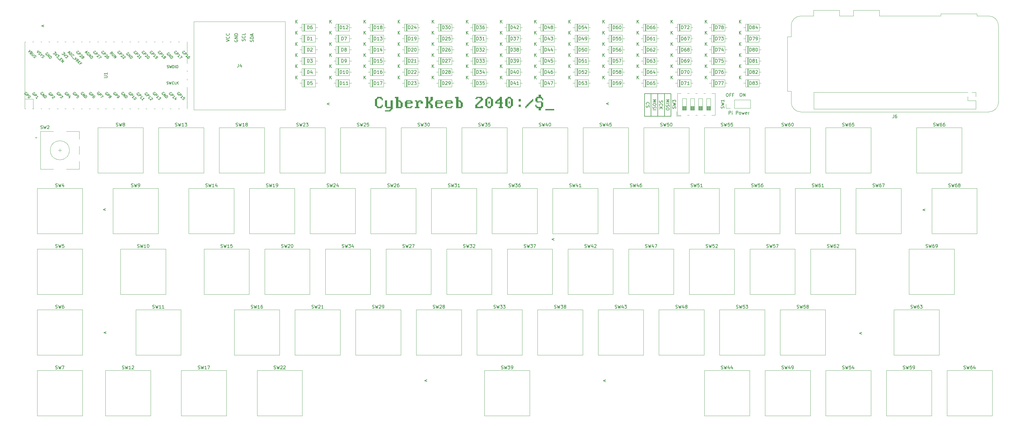
<source format=gto>
G04 #@! TF.GenerationSoftware,KiCad,Pcbnew,7.0.7*
G04 #@! TF.CreationDate,2023-09-04T13:59:37-04:00*
G04 #@! TF.ProjectId,MainBoard,4d61696e-426f-4617-9264-2e6b69636164,rev?*
G04 #@! TF.SameCoordinates,Original*
G04 #@! TF.FileFunction,Legend,Top*
G04 #@! TF.FilePolarity,Positive*
%FSLAX46Y46*%
G04 Gerber Fmt 4.6, Leading zero omitted, Abs format (unit mm)*
G04 Created by KiCad (PCBNEW 7.0.7) date 2023-09-04 13:59:37*
%MOMM*%
%LPD*%
G01*
G04 APERTURE LIST*
%ADD10C,0.150000*%
%ADD11C,0.500000*%
%ADD12C,0.120000*%
G04 APERTURE END LIST*
D10*
X195173600Y-31724600D02*
X197256400Y-31724600D01*
X197256400Y-38862000D01*
X195173600Y-38862000D01*
X195173600Y-31724600D01*
X199339200Y-31724600D02*
X201422000Y-31724600D01*
X201422000Y-38862000D01*
X199339200Y-38862000D01*
X199339200Y-31724600D01*
X197256400Y-31724600D02*
X199339200Y-31724600D01*
X199339200Y-38862000D01*
X197256400Y-38862000D01*
X197256400Y-31724600D01*
X201422000Y-31724600D02*
X203504800Y-31724600D01*
X203504800Y-38862000D01*
X201422000Y-38862000D01*
X201422000Y-31724600D01*
X201958580Y-33709172D02*
X202958580Y-33709172D01*
X202958580Y-33709172D02*
X202244295Y-34042505D01*
X202244295Y-34042505D02*
X202958580Y-34375838D01*
X202958580Y-34375838D02*
X201958580Y-34375838D01*
X201958580Y-34852029D02*
X202958580Y-34852029D01*
X202006200Y-35280600D02*
X201958580Y-35423457D01*
X201958580Y-35423457D02*
X201958580Y-35661552D01*
X201958580Y-35661552D02*
X202006200Y-35756790D01*
X202006200Y-35756790D02*
X202053819Y-35804409D01*
X202053819Y-35804409D02*
X202149057Y-35852028D01*
X202149057Y-35852028D02*
X202244295Y-35852028D01*
X202244295Y-35852028D02*
X202339533Y-35804409D01*
X202339533Y-35804409D02*
X202387152Y-35756790D01*
X202387152Y-35756790D02*
X202434771Y-35661552D01*
X202434771Y-35661552D02*
X202482390Y-35471076D01*
X202482390Y-35471076D02*
X202530009Y-35375838D01*
X202530009Y-35375838D02*
X202577628Y-35328219D01*
X202577628Y-35328219D02*
X202672866Y-35280600D01*
X202672866Y-35280600D02*
X202768104Y-35280600D01*
X202768104Y-35280600D02*
X202863342Y-35328219D01*
X202863342Y-35328219D02*
X202910961Y-35375838D01*
X202910961Y-35375838D02*
X202958580Y-35471076D01*
X202958580Y-35471076D02*
X202958580Y-35709171D01*
X202958580Y-35709171D02*
X202910961Y-35852028D01*
X202958580Y-36471076D02*
X202958580Y-36661552D01*
X202958580Y-36661552D02*
X202910961Y-36756790D01*
X202910961Y-36756790D02*
X202815723Y-36852028D01*
X202815723Y-36852028D02*
X202625247Y-36899647D01*
X202625247Y-36899647D02*
X202291914Y-36899647D01*
X202291914Y-36899647D02*
X202101438Y-36852028D01*
X202101438Y-36852028D02*
X202006200Y-36756790D01*
X202006200Y-36756790D02*
X201958580Y-36661552D01*
X201958580Y-36661552D02*
X201958580Y-36471076D01*
X201958580Y-36471076D02*
X202006200Y-36375838D01*
X202006200Y-36375838D02*
X202101438Y-36280600D01*
X202101438Y-36280600D02*
X202291914Y-36232981D01*
X202291914Y-36232981D02*
X202625247Y-36232981D01*
X202625247Y-36232981D02*
X202815723Y-36280600D01*
X202815723Y-36280600D02*
X202910961Y-36375838D01*
X202910961Y-36375838D02*
X202958580Y-36471076D01*
X225368055Y-31635819D02*
X225558531Y-31635819D01*
X225558531Y-31635819D02*
X225653769Y-31683438D01*
X225653769Y-31683438D02*
X225749007Y-31778676D01*
X225749007Y-31778676D02*
X225796626Y-31969152D01*
X225796626Y-31969152D02*
X225796626Y-32302485D01*
X225796626Y-32302485D02*
X225749007Y-32492961D01*
X225749007Y-32492961D02*
X225653769Y-32588200D01*
X225653769Y-32588200D02*
X225558531Y-32635819D01*
X225558531Y-32635819D02*
X225368055Y-32635819D01*
X225368055Y-32635819D02*
X225272817Y-32588200D01*
X225272817Y-32588200D02*
X225177579Y-32492961D01*
X225177579Y-32492961D02*
X225129960Y-32302485D01*
X225129960Y-32302485D02*
X225129960Y-31969152D01*
X225129960Y-31969152D02*
X225177579Y-31778676D01*
X225177579Y-31778676D02*
X225272817Y-31683438D01*
X225272817Y-31683438D02*
X225368055Y-31635819D01*
X226225198Y-32635819D02*
X226225198Y-31635819D01*
X226225198Y-31635819D02*
X226796626Y-32635819D01*
X226796626Y-32635819D02*
X226796626Y-31635819D01*
X26092284Y-106492752D02*
X25330379Y-106778466D01*
X25330379Y-106778466D02*
X26092284Y-107064180D01*
X25939884Y-67859352D02*
X25177979Y-68145066D01*
X25177979Y-68145066D02*
X25939884Y-68430780D01*
X283292684Y-67960952D02*
X282530779Y-68246666D01*
X282530779Y-68246666D02*
X283292684Y-68532380D01*
X195805419Y-35113933D02*
X195757800Y-35066314D01*
X195757800Y-35066314D02*
X195710180Y-34923457D01*
X195710180Y-34923457D02*
X195710180Y-34828219D01*
X195710180Y-34828219D02*
X195757800Y-34685362D01*
X195757800Y-34685362D02*
X195853038Y-34590124D01*
X195853038Y-34590124D02*
X195948276Y-34542505D01*
X195948276Y-34542505D02*
X196138752Y-34494886D01*
X196138752Y-34494886D02*
X196281609Y-34494886D01*
X196281609Y-34494886D02*
X196472085Y-34542505D01*
X196472085Y-34542505D02*
X196567323Y-34590124D01*
X196567323Y-34590124D02*
X196662561Y-34685362D01*
X196662561Y-34685362D02*
X196710180Y-34828219D01*
X196710180Y-34828219D02*
X196710180Y-34923457D01*
X196710180Y-34923457D02*
X196662561Y-35066314D01*
X196662561Y-35066314D02*
X196614942Y-35113933D01*
X195757800Y-35494886D02*
X195710180Y-35637743D01*
X195710180Y-35637743D02*
X195710180Y-35875838D01*
X195710180Y-35875838D02*
X195757800Y-35971076D01*
X195757800Y-35971076D02*
X195805419Y-36018695D01*
X195805419Y-36018695D02*
X195900657Y-36066314D01*
X195900657Y-36066314D02*
X195995895Y-36066314D01*
X195995895Y-36066314D02*
X196091133Y-36018695D01*
X196091133Y-36018695D02*
X196138752Y-35971076D01*
X196138752Y-35971076D02*
X196186371Y-35875838D01*
X196186371Y-35875838D02*
X196233990Y-35685362D01*
X196233990Y-35685362D02*
X196281609Y-35590124D01*
X196281609Y-35590124D02*
X196329228Y-35542505D01*
X196329228Y-35542505D02*
X196424466Y-35494886D01*
X196424466Y-35494886D02*
X196519704Y-35494886D01*
X196519704Y-35494886D02*
X196614942Y-35542505D01*
X196614942Y-35542505D02*
X196662561Y-35590124D01*
X196662561Y-35590124D02*
X196710180Y-35685362D01*
X196710180Y-35685362D02*
X196710180Y-35923457D01*
X196710180Y-35923457D02*
X196662561Y-36066314D01*
D11*
G36*
X112248548Y-33176091D02*
G01*
X111545129Y-33176091D01*
X111545129Y-33488722D01*
X111193419Y-33488722D01*
X111193419Y-35614612D01*
X111545129Y-35614612D01*
X111545129Y-35927242D01*
X112248548Y-35927242D01*
X112248548Y-35614612D01*
X112600258Y-35614612D01*
X112600258Y-35239455D01*
X112951967Y-35239455D01*
X112951967Y-35927242D01*
X112600258Y-35927242D01*
X112600258Y-36302400D01*
X111193419Y-36302400D01*
X111193419Y-35927242D01*
X110841709Y-35927242D01*
X110841709Y-35614612D01*
X110490000Y-35614612D01*
X110490000Y-33488722D01*
X110841709Y-33488722D01*
X110841709Y-33176091D01*
X111193419Y-33176091D01*
X111193419Y-32800934D01*
X112600258Y-32800934D01*
X112600258Y-33176091D01*
X112951967Y-33176091D01*
X112951967Y-33863879D01*
X112600258Y-33863879D01*
X112600258Y-33488722D01*
X112248548Y-33488722D01*
X112248548Y-33176091D01*
G37*
G36*
X113639755Y-36990187D02*
G01*
X115046594Y-36990187D01*
X115046594Y-36677557D01*
X115398304Y-36677557D01*
X115398304Y-36302400D01*
X113991465Y-36302400D01*
X113991465Y-35927242D01*
X113639755Y-35927242D01*
X113639755Y-33863879D01*
X114343175Y-33863879D01*
X114343175Y-35927242D01*
X115398304Y-35927242D01*
X115398304Y-33863879D01*
X116101723Y-33863879D01*
X116101723Y-36677557D01*
X115750013Y-36677557D01*
X115750013Y-36990187D01*
X115398304Y-36990187D01*
X115398304Y-37365344D01*
X113639755Y-37365344D01*
X113639755Y-36990187D01*
G37*
G36*
X117844640Y-33863879D02*
G01*
X118548060Y-33863879D01*
X118548060Y-34239036D01*
X118899769Y-34239036D01*
X118899769Y-34551667D01*
X119251479Y-34551667D01*
X119251479Y-35927242D01*
X118899769Y-35927242D01*
X118899769Y-36302400D01*
X117141221Y-36302400D01*
X117141221Y-34239036D01*
X117844640Y-34239036D01*
X117844640Y-35927242D01*
X118548060Y-35927242D01*
X118548060Y-34551667D01*
X118196350Y-34551667D01*
X118196350Y-34239036D01*
X117844640Y-34239036D01*
X117141221Y-34239036D01*
X117141221Y-33176091D01*
X116789511Y-33176091D01*
X116789511Y-32800934D01*
X117844640Y-32800934D01*
X117844640Y-33863879D01*
G37*
G36*
X122049525Y-34239036D02*
G01*
X122401235Y-34239036D01*
X122401235Y-34926824D01*
X120642686Y-34926824D01*
X120642686Y-35927242D01*
X121697815Y-35989769D01*
X121697815Y-35614612D01*
X122401235Y-35614612D01*
X122401235Y-35927242D01*
X122049525Y-35927242D01*
X122049525Y-36302400D01*
X120290976Y-36302400D01*
X120290976Y-35927242D01*
X119939267Y-35927242D01*
X119939267Y-34239036D01*
X120290976Y-34239036D01*
X120642686Y-34239036D01*
X120642686Y-34551667D01*
X121697815Y-34551667D01*
X121697815Y-34239036D01*
X120642686Y-34239036D01*
X120290976Y-34239036D01*
X120290976Y-33863879D01*
X122049525Y-33863879D01*
X122049525Y-34239036D01*
G37*
G36*
X124495861Y-34551667D02*
G01*
X124144152Y-34551667D01*
X124144152Y-35927242D01*
X124495861Y-35927242D01*
X124495861Y-36302400D01*
X123089023Y-36302400D01*
X123089023Y-35927242D01*
X123440732Y-35927242D01*
X123440732Y-34239036D01*
X123089023Y-34239036D01*
X123089023Y-33863879D01*
X123792442Y-33863879D01*
X123792442Y-34239036D01*
X124144152Y-34239036D01*
X124144152Y-33863879D01*
X125199281Y-33863879D01*
X125199281Y-34239036D01*
X125550990Y-34239036D01*
X125550990Y-34926824D01*
X124847571Y-34926824D01*
X124847571Y-34239036D01*
X124495861Y-34239036D01*
X124495861Y-34551667D01*
G37*
G36*
X128349036Y-34239036D02*
G01*
X127997327Y-34176510D01*
X127997327Y-34864298D01*
X128349036Y-34864298D01*
X128349036Y-35239455D01*
X128700746Y-35239455D01*
X128700746Y-36302400D01*
X127997327Y-36302400D01*
X127997327Y-35239455D01*
X127645617Y-35239455D01*
X127645617Y-34864298D01*
X127293907Y-34864298D01*
X127293907Y-36302400D01*
X126238778Y-36302400D01*
X126238778Y-35927242D01*
X126590488Y-35927242D01*
X126590488Y-33176091D01*
X126238778Y-33176091D01*
X126238778Y-32800934D01*
X127293907Y-32800934D01*
X127293907Y-34239036D01*
X127645617Y-34239036D01*
X127645617Y-33863879D01*
X127997327Y-33863879D01*
X127997327Y-32800934D01*
X128700746Y-32800934D01*
X128700746Y-33863879D01*
X128349036Y-33863879D01*
X128349036Y-34239036D01*
G37*
G36*
X131498792Y-34239036D02*
G01*
X131850502Y-34239036D01*
X131850502Y-34926824D01*
X130091953Y-34926824D01*
X130091953Y-35927242D01*
X131147083Y-35989769D01*
X131147083Y-35614612D01*
X131850502Y-35614612D01*
X131850502Y-35927242D01*
X131498792Y-35927242D01*
X131498792Y-36302400D01*
X129740244Y-36302400D01*
X129740244Y-35927242D01*
X129388534Y-35927242D01*
X129388534Y-34239036D01*
X129740244Y-34239036D01*
X130091953Y-34239036D01*
X130091953Y-34551667D01*
X131147083Y-34551667D01*
X131147083Y-34239036D01*
X130091953Y-34239036D01*
X129740244Y-34239036D01*
X129740244Y-33863879D01*
X131498792Y-33863879D01*
X131498792Y-34239036D01*
G37*
G36*
X134648548Y-34239036D02*
G01*
X135000258Y-34239036D01*
X135000258Y-34926824D01*
X133241709Y-34926824D01*
X133241709Y-35927242D01*
X134296838Y-35989769D01*
X134296838Y-35614612D01*
X135000258Y-35614612D01*
X135000258Y-35927242D01*
X134648548Y-35927242D01*
X134648548Y-36302400D01*
X132890000Y-36302400D01*
X132890000Y-35927242D01*
X132538290Y-35927242D01*
X132538290Y-34239036D01*
X132890000Y-34239036D01*
X133241709Y-34239036D01*
X133241709Y-34551667D01*
X134296838Y-34551667D01*
X134296838Y-34239036D01*
X133241709Y-34239036D01*
X132890000Y-34239036D01*
X132890000Y-33863879D01*
X134648548Y-33863879D01*
X134648548Y-34239036D01*
G37*
G36*
X136743175Y-33863879D02*
G01*
X137446594Y-33863879D01*
X137446594Y-34239036D01*
X137798304Y-34239036D01*
X137798304Y-34551667D01*
X138150013Y-34551667D01*
X138150013Y-35927242D01*
X137798304Y-35927242D01*
X137798304Y-36302400D01*
X136039755Y-36302400D01*
X136039755Y-34239036D01*
X136743175Y-34239036D01*
X136743175Y-35927242D01*
X137446594Y-35927242D01*
X137446594Y-34551667D01*
X137094884Y-34551667D01*
X137094884Y-34239036D01*
X136743175Y-34239036D01*
X136039755Y-34239036D01*
X136039755Y-33176091D01*
X135688046Y-33176091D01*
X135688046Y-32800934D01*
X136743175Y-32800934D01*
X136743175Y-33863879D01*
G37*
G36*
X141987557Y-35239455D02*
G01*
X142339267Y-35239455D01*
X142339267Y-34864298D01*
X142690976Y-34864298D01*
X142690976Y-34551667D01*
X143042686Y-34551667D01*
X143042686Y-34239036D01*
X143394396Y-34239036D01*
X143394396Y-33863879D01*
X143746106Y-33863879D01*
X143746106Y-33176091D01*
X142690976Y-33113565D01*
X142690976Y-33488722D01*
X141987557Y-33488722D01*
X141987557Y-33176091D01*
X142339267Y-33176091D01*
X142339267Y-32800934D01*
X144097815Y-32800934D01*
X144097815Y-33176091D01*
X144449525Y-33176091D01*
X144449525Y-33863879D01*
X144097815Y-33863879D01*
X144097815Y-34239036D01*
X143746106Y-34239036D01*
X143746106Y-34551667D01*
X143394396Y-34551667D01*
X143394396Y-34864298D01*
X143042686Y-34864298D01*
X143042686Y-35239455D01*
X142690976Y-35239455D01*
X142690976Y-35927242D01*
X143746106Y-35927242D01*
X143746106Y-35614612D01*
X144449525Y-35614612D01*
X144449525Y-36302400D01*
X141987557Y-36302400D01*
X141987557Y-35239455D01*
G37*
G36*
X146544152Y-34864298D02*
G01*
X146192442Y-34864298D01*
X146192442Y-34176510D01*
X146544152Y-34176510D01*
X146544152Y-34864298D01*
G37*
G36*
X146895861Y-33176091D02*
G01*
X147247571Y-33176091D01*
X147247571Y-33488722D01*
X147599281Y-33488722D01*
X147599281Y-35614612D01*
X147247571Y-35614612D01*
X147247571Y-35927242D01*
X146895861Y-35927242D01*
X146895861Y-36302400D01*
X145840732Y-36302400D01*
X145840732Y-35927242D01*
X145489023Y-35927242D01*
X145489023Y-35614612D01*
X145840732Y-35614612D01*
X146192442Y-35614612D01*
X146192442Y-35927242D01*
X146544152Y-35927242D01*
X146544152Y-35614612D01*
X146895861Y-35614612D01*
X146895861Y-33488722D01*
X146544152Y-33488722D01*
X146544152Y-33176091D01*
X146192442Y-33176091D01*
X146192442Y-33488722D01*
X145840732Y-33488722D01*
X145840732Y-35614612D01*
X145489023Y-35614612D01*
X145137313Y-35614612D01*
X145137313Y-33488722D01*
X145489023Y-33488722D01*
X145489023Y-33176091D01*
X145840732Y-33176091D01*
X145840732Y-32800934D01*
X146895861Y-32800934D01*
X146895861Y-33176091D01*
G37*
G36*
X150397327Y-34551667D02*
G01*
X150749036Y-34551667D01*
X150749036Y-34926824D01*
X150397327Y-34926824D01*
X150397327Y-35927242D01*
X150749036Y-35927242D01*
X150749036Y-36302400D01*
X149342198Y-36302400D01*
X149342198Y-35927242D01*
X149693907Y-35927242D01*
X149693907Y-34926824D01*
X148287069Y-34926824D01*
X148287069Y-34551667D01*
X148990488Y-34551667D01*
X149693907Y-34551667D01*
X149693907Y-33863879D01*
X149342198Y-33863879D01*
X149342198Y-34239036D01*
X148990488Y-34239036D01*
X148990488Y-34551667D01*
X148287069Y-34551667D01*
X148287069Y-34239036D01*
X148638778Y-34239036D01*
X148638778Y-33863879D01*
X148990488Y-33863879D01*
X148990488Y-33551248D01*
X149342198Y-33551248D01*
X149342198Y-33176091D01*
X149693907Y-33176091D01*
X149693907Y-32800934D01*
X150397327Y-32800934D01*
X150397327Y-34551667D01*
G37*
G36*
X152843663Y-34864298D02*
G01*
X152491953Y-34864298D01*
X152491953Y-34176510D01*
X152843663Y-34176510D01*
X152843663Y-34864298D01*
G37*
G36*
X153195373Y-33176091D02*
G01*
X153547083Y-33176091D01*
X153547083Y-33488722D01*
X153898792Y-33488722D01*
X153898792Y-35614612D01*
X153547083Y-35614612D01*
X153547083Y-35927242D01*
X153195373Y-35927242D01*
X153195373Y-36302400D01*
X152140244Y-36302400D01*
X152140244Y-35927242D01*
X151788534Y-35927242D01*
X151788534Y-35614612D01*
X152140244Y-35614612D01*
X152491953Y-35614612D01*
X152491953Y-35927242D01*
X152843663Y-35927242D01*
X152843663Y-35614612D01*
X153195373Y-35614612D01*
X153195373Y-33488722D01*
X152843663Y-33488722D01*
X152843663Y-33176091D01*
X152491953Y-33176091D01*
X152491953Y-33488722D01*
X152140244Y-33488722D01*
X152140244Y-35614612D01*
X151788534Y-35614612D01*
X151436824Y-35614612D01*
X151436824Y-33488722D01*
X151788534Y-33488722D01*
X151788534Y-33176091D01*
X152140244Y-33176091D01*
X152140244Y-32800934D01*
X153195373Y-32800934D01*
X153195373Y-33176091D01*
G37*
G36*
X155641709Y-35239455D02*
G01*
X156345129Y-35239455D01*
X156345129Y-35927242D01*
X155641709Y-35927242D01*
X155641709Y-35239455D01*
G37*
G36*
X155641709Y-33488722D02*
G01*
X156345129Y-33488722D01*
X156345129Y-34176510D01*
X155641709Y-34176510D01*
X155641709Y-33488722D01*
G37*
G36*
X159846594Y-34551667D02*
G01*
X159494884Y-34551667D01*
X159494884Y-34926824D01*
X159143175Y-34926824D01*
X159143175Y-35239455D01*
X158791465Y-35239455D01*
X158791465Y-35614612D01*
X158439755Y-35614612D01*
X158439755Y-35927242D01*
X158088046Y-35927242D01*
X158088046Y-36302400D01*
X157736336Y-36302400D01*
X157736336Y-35614612D01*
X158088046Y-35614612D01*
X158088046Y-35239455D01*
X158439755Y-35239455D01*
X158439755Y-34926824D01*
X158791465Y-34926824D01*
X158791465Y-34551667D01*
X159143175Y-34551667D01*
X159143175Y-34176510D01*
X159494884Y-34239036D01*
X159494884Y-33863879D01*
X159846594Y-33863879D01*
X159846594Y-33488722D01*
X160198304Y-33488722D01*
X160198304Y-34176510D01*
X159846594Y-34176510D01*
X159846594Y-34551667D01*
G37*
G36*
X162644640Y-33176091D02*
G01*
X161589511Y-33176091D01*
X161589511Y-34239036D01*
X162996350Y-34176510D01*
X162996350Y-34551667D01*
X163348060Y-34489141D01*
X163348060Y-35927242D01*
X162996350Y-35927242D01*
X162996350Y-36302400D01*
X162644640Y-36302400D01*
X162644640Y-36990187D01*
X161941221Y-36990187D01*
X161941221Y-36302400D01*
X161237801Y-36302400D01*
X161237801Y-35927242D01*
X160886092Y-35927242D01*
X160886092Y-35239455D01*
X161237801Y-35239455D01*
X161237801Y-35614612D01*
X161589511Y-35614612D01*
X161589511Y-35927242D01*
X162644640Y-35927242D01*
X162644640Y-34489141D01*
X161237801Y-34551667D01*
X161237801Y-34239036D01*
X160886092Y-34176510D01*
X160886092Y-33176091D01*
X161237801Y-33176091D01*
X161237801Y-32800934D01*
X161941221Y-32800934D01*
X161941221Y-32113146D01*
X162644640Y-32113146D01*
X162644640Y-32800934D01*
X162996350Y-32800934D01*
X162996350Y-33176091D01*
X163348060Y-33176091D01*
X163348060Y-33863879D01*
X162996350Y-33863879D01*
X162996350Y-33488722D01*
X162644640Y-33488722D01*
X162644640Y-33176091D01*
G37*
G36*
X164035847Y-36615030D02*
G01*
X166849525Y-36615030D01*
X166849525Y-36990187D01*
X164035847Y-36990187D01*
X164035847Y-36615030D01*
G37*
D10*
X221075455Y-31686619D02*
X221265931Y-31686619D01*
X221265931Y-31686619D02*
X221361169Y-31734238D01*
X221361169Y-31734238D02*
X221456407Y-31829476D01*
X221456407Y-31829476D02*
X221504026Y-32019952D01*
X221504026Y-32019952D02*
X221504026Y-32353285D01*
X221504026Y-32353285D02*
X221456407Y-32543761D01*
X221456407Y-32543761D02*
X221361169Y-32639000D01*
X221361169Y-32639000D02*
X221265931Y-32686619D01*
X221265931Y-32686619D02*
X221075455Y-32686619D01*
X221075455Y-32686619D02*
X220980217Y-32639000D01*
X220980217Y-32639000D02*
X220884979Y-32543761D01*
X220884979Y-32543761D02*
X220837360Y-32353285D01*
X220837360Y-32353285D02*
X220837360Y-32019952D01*
X220837360Y-32019952D02*
X220884979Y-31829476D01*
X220884979Y-31829476D02*
X220980217Y-31734238D01*
X220980217Y-31734238D02*
X221075455Y-31686619D01*
X222265931Y-32162809D02*
X221932598Y-32162809D01*
X221932598Y-32686619D02*
X221932598Y-31686619D01*
X221932598Y-31686619D02*
X222408788Y-31686619D01*
X223123074Y-32162809D02*
X222789741Y-32162809D01*
X222789741Y-32686619D02*
X222789741Y-31686619D01*
X222789741Y-31686619D02*
X223265931Y-31686619D01*
X96170884Y-34712352D02*
X95408979Y-34998066D01*
X95408979Y-34998066D02*
X96170884Y-35283780D01*
X197792980Y-33709172D02*
X198792980Y-33709172D01*
X198792980Y-33709172D02*
X198078695Y-34042505D01*
X198078695Y-34042505D02*
X198792980Y-34375838D01*
X198792980Y-34375838D02*
X197792980Y-34375838D01*
X198792980Y-35042505D02*
X198792980Y-35232981D01*
X198792980Y-35232981D02*
X198745361Y-35328219D01*
X198745361Y-35328219D02*
X198650123Y-35423457D01*
X198650123Y-35423457D02*
X198459647Y-35471076D01*
X198459647Y-35471076D02*
X198126314Y-35471076D01*
X198126314Y-35471076D02*
X197935838Y-35423457D01*
X197935838Y-35423457D02*
X197840600Y-35328219D01*
X197840600Y-35328219D02*
X197792980Y-35232981D01*
X197792980Y-35232981D02*
X197792980Y-35042505D01*
X197792980Y-35042505D02*
X197840600Y-34947267D01*
X197840600Y-34947267D02*
X197935838Y-34852029D01*
X197935838Y-34852029D02*
X198126314Y-34804410D01*
X198126314Y-34804410D02*
X198459647Y-34804410D01*
X198459647Y-34804410D02*
X198650123Y-34852029D01*
X198650123Y-34852029D02*
X198745361Y-34947267D01*
X198745361Y-34947267D02*
X198792980Y-35042505D01*
X197840600Y-35852029D02*
X197792980Y-35994886D01*
X197792980Y-35994886D02*
X197792980Y-36232981D01*
X197792980Y-36232981D02*
X197840600Y-36328219D01*
X197840600Y-36328219D02*
X197888219Y-36375838D01*
X197888219Y-36375838D02*
X197983457Y-36423457D01*
X197983457Y-36423457D02*
X198078695Y-36423457D01*
X198078695Y-36423457D02*
X198173933Y-36375838D01*
X198173933Y-36375838D02*
X198221552Y-36328219D01*
X198221552Y-36328219D02*
X198269171Y-36232981D01*
X198269171Y-36232981D02*
X198316790Y-36042505D01*
X198316790Y-36042505D02*
X198364409Y-35947267D01*
X198364409Y-35947267D02*
X198412028Y-35899648D01*
X198412028Y-35899648D02*
X198507266Y-35852029D01*
X198507266Y-35852029D02*
X198602504Y-35852029D01*
X198602504Y-35852029D02*
X198697742Y-35899648D01*
X198697742Y-35899648D02*
X198745361Y-35947267D01*
X198745361Y-35947267D02*
X198792980Y-36042505D01*
X198792980Y-36042505D02*
X198792980Y-36280600D01*
X198792980Y-36280600D02*
X198745361Y-36423457D01*
X197792980Y-36852029D02*
X198792980Y-36852029D01*
X6534284Y-10226752D02*
X5772379Y-10512466D01*
X5772379Y-10512466D02*
X6534284Y-10798180D01*
X183013484Y-121580352D02*
X182251579Y-121866066D01*
X182251579Y-121866066D02*
X183013484Y-122151780D01*
X183902484Y-34636152D02*
X183140579Y-34921866D01*
X183140579Y-34921866D02*
X183902484Y-35207580D01*
X166808284Y-77206552D02*
X166046379Y-77492266D01*
X166046379Y-77492266D02*
X166808284Y-77777980D01*
X199923400Y-33994886D02*
X199875780Y-34137743D01*
X199875780Y-34137743D02*
X199875780Y-34375838D01*
X199875780Y-34375838D02*
X199923400Y-34471076D01*
X199923400Y-34471076D02*
X199971019Y-34518695D01*
X199971019Y-34518695D02*
X200066257Y-34566314D01*
X200066257Y-34566314D02*
X200161495Y-34566314D01*
X200161495Y-34566314D02*
X200256733Y-34518695D01*
X200256733Y-34518695D02*
X200304352Y-34471076D01*
X200304352Y-34471076D02*
X200351971Y-34375838D01*
X200351971Y-34375838D02*
X200399590Y-34185362D01*
X200399590Y-34185362D02*
X200447209Y-34090124D01*
X200447209Y-34090124D02*
X200494828Y-34042505D01*
X200494828Y-34042505D02*
X200590066Y-33994886D01*
X200590066Y-33994886D02*
X200685304Y-33994886D01*
X200685304Y-33994886D02*
X200780542Y-34042505D01*
X200780542Y-34042505D02*
X200828161Y-34090124D01*
X200828161Y-34090124D02*
X200875780Y-34185362D01*
X200875780Y-34185362D02*
X200875780Y-34423457D01*
X200875780Y-34423457D02*
X200828161Y-34566314D01*
X199971019Y-35566314D02*
X199923400Y-35518695D01*
X199923400Y-35518695D02*
X199875780Y-35375838D01*
X199875780Y-35375838D02*
X199875780Y-35280600D01*
X199875780Y-35280600D02*
X199923400Y-35137743D01*
X199923400Y-35137743D02*
X200018638Y-35042505D01*
X200018638Y-35042505D02*
X200113876Y-34994886D01*
X200113876Y-34994886D02*
X200304352Y-34947267D01*
X200304352Y-34947267D02*
X200447209Y-34947267D01*
X200447209Y-34947267D02*
X200637685Y-34994886D01*
X200637685Y-34994886D02*
X200732923Y-35042505D01*
X200732923Y-35042505D02*
X200828161Y-35137743D01*
X200828161Y-35137743D02*
X200875780Y-35280600D01*
X200875780Y-35280600D02*
X200875780Y-35375838D01*
X200875780Y-35375838D02*
X200828161Y-35518695D01*
X200828161Y-35518695D02*
X200780542Y-35566314D01*
X199875780Y-35994886D02*
X200875780Y-35994886D01*
X199875780Y-36566314D02*
X200447209Y-36137743D01*
X200875780Y-36566314D02*
X200304352Y-35994886D01*
X263429884Y-106695952D02*
X262667979Y-106981666D01*
X262667979Y-106981666D02*
X263429884Y-107267380D01*
X126854084Y-121529552D02*
X126092179Y-121815266D01*
X126092179Y-121815266D02*
X126854084Y-122100980D01*
X221723179Y-38249219D02*
X221723179Y-37249219D01*
X221723179Y-37249219D02*
X222104131Y-37249219D01*
X222104131Y-37249219D02*
X222199369Y-37296838D01*
X222199369Y-37296838D02*
X222246988Y-37344457D01*
X222246988Y-37344457D02*
X222294607Y-37439695D01*
X222294607Y-37439695D02*
X222294607Y-37582552D01*
X222294607Y-37582552D02*
X222246988Y-37677790D01*
X222246988Y-37677790D02*
X222199369Y-37725409D01*
X222199369Y-37725409D02*
X222104131Y-37773028D01*
X222104131Y-37773028D02*
X221723179Y-37773028D01*
X222723179Y-38249219D02*
X222723179Y-37582552D01*
X222723179Y-37249219D02*
X222675560Y-37296838D01*
X222675560Y-37296838D02*
X222723179Y-37344457D01*
X222723179Y-37344457D02*
X222770798Y-37296838D01*
X222770798Y-37296838D02*
X222723179Y-37249219D01*
X222723179Y-37249219D02*
X222723179Y-37344457D01*
X223961274Y-38249219D02*
X223961274Y-37249219D01*
X223961274Y-37249219D02*
X224342226Y-37249219D01*
X224342226Y-37249219D02*
X224437464Y-37296838D01*
X224437464Y-37296838D02*
X224485083Y-37344457D01*
X224485083Y-37344457D02*
X224532702Y-37439695D01*
X224532702Y-37439695D02*
X224532702Y-37582552D01*
X224532702Y-37582552D02*
X224485083Y-37677790D01*
X224485083Y-37677790D02*
X224437464Y-37725409D01*
X224437464Y-37725409D02*
X224342226Y-37773028D01*
X224342226Y-37773028D02*
X223961274Y-37773028D01*
X225104131Y-38249219D02*
X225008893Y-38201600D01*
X225008893Y-38201600D02*
X224961274Y-38153980D01*
X224961274Y-38153980D02*
X224913655Y-38058742D01*
X224913655Y-38058742D02*
X224913655Y-37773028D01*
X224913655Y-37773028D02*
X224961274Y-37677790D01*
X224961274Y-37677790D02*
X225008893Y-37630171D01*
X225008893Y-37630171D02*
X225104131Y-37582552D01*
X225104131Y-37582552D02*
X225246988Y-37582552D01*
X225246988Y-37582552D02*
X225342226Y-37630171D01*
X225342226Y-37630171D02*
X225389845Y-37677790D01*
X225389845Y-37677790D02*
X225437464Y-37773028D01*
X225437464Y-37773028D02*
X225437464Y-38058742D01*
X225437464Y-38058742D02*
X225389845Y-38153980D01*
X225389845Y-38153980D02*
X225342226Y-38201600D01*
X225342226Y-38201600D02*
X225246988Y-38249219D01*
X225246988Y-38249219D02*
X225104131Y-38249219D01*
X225770798Y-37582552D02*
X225961274Y-38249219D01*
X225961274Y-38249219D02*
X226151750Y-37773028D01*
X226151750Y-37773028D02*
X226342226Y-38249219D01*
X226342226Y-38249219D02*
X226532702Y-37582552D01*
X227294607Y-38201600D02*
X227199369Y-38249219D01*
X227199369Y-38249219D02*
X227008893Y-38249219D01*
X227008893Y-38249219D02*
X226913655Y-38201600D01*
X226913655Y-38201600D02*
X226866036Y-38106361D01*
X226866036Y-38106361D02*
X226866036Y-37725409D01*
X226866036Y-37725409D02*
X226913655Y-37630171D01*
X226913655Y-37630171D02*
X227008893Y-37582552D01*
X227008893Y-37582552D02*
X227199369Y-37582552D01*
X227199369Y-37582552D02*
X227294607Y-37630171D01*
X227294607Y-37630171D02*
X227342226Y-37725409D01*
X227342226Y-37725409D02*
X227342226Y-37820647D01*
X227342226Y-37820647D02*
X226866036Y-37915885D01*
X227770798Y-38249219D02*
X227770798Y-37582552D01*
X227770798Y-37773028D02*
X227818417Y-37677790D01*
X227818417Y-37677790D02*
X227866036Y-37630171D01*
X227866036Y-37630171D02*
X227961274Y-37582552D01*
X227961274Y-37582552D02*
X228056512Y-37582552D01*
X89321905Y-18454819D02*
X89321905Y-17454819D01*
X89321905Y-17454819D02*
X89560000Y-17454819D01*
X89560000Y-17454819D02*
X89702857Y-17502438D01*
X89702857Y-17502438D02*
X89798095Y-17597676D01*
X89798095Y-17597676D02*
X89845714Y-17692914D01*
X89845714Y-17692914D02*
X89893333Y-17883390D01*
X89893333Y-17883390D02*
X89893333Y-18026247D01*
X89893333Y-18026247D02*
X89845714Y-18216723D01*
X89845714Y-18216723D02*
X89798095Y-18311961D01*
X89798095Y-18311961D02*
X89702857Y-18407200D01*
X89702857Y-18407200D02*
X89560000Y-18454819D01*
X89560000Y-18454819D02*
X89321905Y-18454819D01*
X90274286Y-17550057D02*
X90321905Y-17502438D01*
X90321905Y-17502438D02*
X90417143Y-17454819D01*
X90417143Y-17454819D02*
X90655238Y-17454819D01*
X90655238Y-17454819D02*
X90750476Y-17502438D01*
X90750476Y-17502438D02*
X90798095Y-17550057D01*
X90798095Y-17550057D02*
X90845714Y-17645295D01*
X90845714Y-17645295D02*
X90845714Y-17740533D01*
X90845714Y-17740533D02*
X90798095Y-17883390D01*
X90798095Y-17883390D02*
X90226667Y-18454819D01*
X90226667Y-18454819D02*
X90845714Y-18454819D01*
X85598095Y-16654819D02*
X85598095Y-15654819D01*
X86169523Y-16654819D02*
X85740952Y-16083390D01*
X86169523Y-15654819D02*
X85598095Y-16226247D01*
X138302976Y-80032200D02*
X138445833Y-80079819D01*
X138445833Y-80079819D02*
X138683928Y-80079819D01*
X138683928Y-80079819D02*
X138779166Y-80032200D01*
X138779166Y-80032200D02*
X138826785Y-79984580D01*
X138826785Y-79984580D02*
X138874404Y-79889342D01*
X138874404Y-79889342D02*
X138874404Y-79794104D01*
X138874404Y-79794104D02*
X138826785Y-79698866D01*
X138826785Y-79698866D02*
X138779166Y-79651247D01*
X138779166Y-79651247D02*
X138683928Y-79603628D01*
X138683928Y-79603628D02*
X138493452Y-79556009D01*
X138493452Y-79556009D02*
X138398214Y-79508390D01*
X138398214Y-79508390D02*
X138350595Y-79460771D01*
X138350595Y-79460771D02*
X138302976Y-79365533D01*
X138302976Y-79365533D02*
X138302976Y-79270295D01*
X138302976Y-79270295D02*
X138350595Y-79175057D01*
X138350595Y-79175057D02*
X138398214Y-79127438D01*
X138398214Y-79127438D02*
X138493452Y-79079819D01*
X138493452Y-79079819D02*
X138731547Y-79079819D01*
X138731547Y-79079819D02*
X138874404Y-79127438D01*
X139207738Y-79079819D02*
X139445833Y-80079819D01*
X139445833Y-80079819D02*
X139636309Y-79365533D01*
X139636309Y-79365533D02*
X139826785Y-80079819D01*
X139826785Y-80079819D02*
X140064881Y-79079819D01*
X140350595Y-79079819D02*
X140969642Y-79079819D01*
X140969642Y-79079819D02*
X140636309Y-79460771D01*
X140636309Y-79460771D02*
X140779166Y-79460771D01*
X140779166Y-79460771D02*
X140874404Y-79508390D01*
X140874404Y-79508390D02*
X140922023Y-79556009D01*
X140922023Y-79556009D02*
X140969642Y-79651247D01*
X140969642Y-79651247D02*
X140969642Y-79889342D01*
X140969642Y-79889342D02*
X140922023Y-79984580D01*
X140922023Y-79984580D02*
X140874404Y-80032200D01*
X140874404Y-80032200D02*
X140779166Y-80079819D01*
X140779166Y-80079819D02*
X140493452Y-80079819D01*
X140493452Y-80079819D02*
X140398214Y-80032200D01*
X140398214Y-80032200D02*
X140350595Y-79984580D01*
X141350595Y-79175057D02*
X141398214Y-79127438D01*
X141398214Y-79127438D02*
X141493452Y-79079819D01*
X141493452Y-79079819D02*
X141731547Y-79079819D01*
X141731547Y-79079819D02*
X141826785Y-79127438D01*
X141826785Y-79127438D02*
X141874404Y-79175057D01*
X141874404Y-79175057D02*
X141922023Y-79270295D01*
X141922023Y-79270295D02*
X141922023Y-79365533D01*
X141922023Y-79365533D02*
X141874404Y-79508390D01*
X141874404Y-79508390D02*
X141302976Y-80079819D01*
X141302976Y-80079819D02*
X141922023Y-80079819D01*
X228205714Y-28954819D02*
X228205714Y-27954819D01*
X228205714Y-27954819D02*
X228443809Y-27954819D01*
X228443809Y-27954819D02*
X228586666Y-28002438D01*
X228586666Y-28002438D02*
X228681904Y-28097676D01*
X228681904Y-28097676D02*
X228729523Y-28192914D01*
X228729523Y-28192914D02*
X228777142Y-28383390D01*
X228777142Y-28383390D02*
X228777142Y-28526247D01*
X228777142Y-28526247D02*
X228729523Y-28716723D01*
X228729523Y-28716723D02*
X228681904Y-28811961D01*
X228681904Y-28811961D02*
X228586666Y-28907200D01*
X228586666Y-28907200D02*
X228443809Y-28954819D01*
X228443809Y-28954819D02*
X228205714Y-28954819D01*
X229348571Y-28383390D02*
X229253333Y-28335771D01*
X229253333Y-28335771D02*
X229205714Y-28288152D01*
X229205714Y-28288152D02*
X229158095Y-28192914D01*
X229158095Y-28192914D02*
X229158095Y-28145295D01*
X229158095Y-28145295D02*
X229205714Y-28050057D01*
X229205714Y-28050057D02*
X229253333Y-28002438D01*
X229253333Y-28002438D02*
X229348571Y-27954819D01*
X229348571Y-27954819D02*
X229539047Y-27954819D01*
X229539047Y-27954819D02*
X229634285Y-28002438D01*
X229634285Y-28002438D02*
X229681904Y-28050057D01*
X229681904Y-28050057D02*
X229729523Y-28145295D01*
X229729523Y-28145295D02*
X229729523Y-28192914D01*
X229729523Y-28192914D02*
X229681904Y-28288152D01*
X229681904Y-28288152D02*
X229634285Y-28335771D01*
X229634285Y-28335771D02*
X229539047Y-28383390D01*
X229539047Y-28383390D02*
X229348571Y-28383390D01*
X229348571Y-28383390D02*
X229253333Y-28431009D01*
X229253333Y-28431009D02*
X229205714Y-28478628D01*
X229205714Y-28478628D02*
X229158095Y-28573866D01*
X229158095Y-28573866D02*
X229158095Y-28764342D01*
X229158095Y-28764342D02*
X229205714Y-28859580D01*
X229205714Y-28859580D02*
X229253333Y-28907200D01*
X229253333Y-28907200D02*
X229348571Y-28954819D01*
X229348571Y-28954819D02*
X229539047Y-28954819D01*
X229539047Y-28954819D02*
X229634285Y-28907200D01*
X229634285Y-28907200D02*
X229681904Y-28859580D01*
X229681904Y-28859580D02*
X229729523Y-28764342D01*
X229729523Y-28764342D02*
X229729523Y-28573866D01*
X229729523Y-28573866D02*
X229681904Y-28478628D01*
X229681904Y-28478628D02*
X229634285Y-28431009D01*
X229634285Y-28431009D02*
X229539047Y-28383390D01*
X230062857Y-27954819D02*
X230681904Y-27954819D01*
X230681904Y-27954819D02*
X230348571Y-28335771D01*
X230348571Y-28335771D02*
X230491428Y-28335771D01*
X230491428Y-28335771D02*
X230586666Y-28383390D01*
X230586666Y-28383390D02*
X230634285Y-28431009D01*
X230634285Y-28431009D02*
X230681904Y-28526247D01*
X230681904Y-28526247D02*
X230681904Y-28764342D01*
X230681904Y-28764342D02*
X230634285Y-28859580D01*
X230634285Y-28859580D02*
X230586666Y-28907200D01*
X230586666Y-28907200D02*
X230491428Y-28954819D01*
X230491428Y-28954819D02*
X230205714Y-28954819D01*
X230205714Y-28954819D02*
X230110476Y-28907200D01*
X230110476Y-28907200D02*
X230062857Y-28859580D01*
X224958095Y-27154819D02*
X224958095Y-26154819D01*
X225529523Y-27154819D02*
X225100952Y-26583390D01*
X225529523Y-26154819D02*
X224958095Y-26726247D01*
X131725714Y-14954819D02*
X131725714Y-13954819D01*
X131725714Y-13954819D02*
X131963809Y-13954819D01*
X131963809Y-13954819D02*
X132106666Y-14002438D01*
X132106666Y-14002438D02*
X132201904Y-14097676D01*
X132201904Y-14097676D02*
X132249523Y-14192914D01*
X132249523Y-14192914D02*
X132297142Y-14383390D01*
X132297142Y-14383390D02*
X132297142Y-14526247D01*
X132297142Y-14526247D02*
X132249523Y-14716723D01*
X132249523Y-14716723D02*
X132201904Y-14811961D01*
X132201904Y-14811961D02*
X132106666Y-14907200D01*
X132106666Y-14907200D02*
X131963809Y-14954819D01*
X131963809Y-14954819D02*
X131725714Y-14954819D01*
X132678095Y-14050057D02*
X132725714Y-14002438D01*
X132725714Y-14002438D02*
X132820952Y-13954819D01*
X132820952Y-13954819D02*
X133059047Y-13954819D01*
X133059047Y-13954819D02*
X133154285Y-14002438D01*
X133154285Y-14002438D02*
X133201904Y-14050057D01*
X133201904Y-14050057D02*
X133249523Y-14145295D01*
X133249523Y-14145295D02*
X133249523Y-14240533D01*
X133249523Y-14240533D02*
X133201904Y-14383390D01*
X133201904Y-14383390D02*
X132630476Y-14954819D01*
X132630476Y-14954819D02*
X133249523Y-14954819D01*
X134154285Y-13954819D02*
X133678095Y-13954819D01*
X133678095Y-13954819D02*
X133630476Y-14431009D01*
X133630476Y-14431009D02*
X133678095Y-14383390D01*
X133678095Y-14383390D02*
X133773333Y-14335771D01*
X133773333Y-14335771D02*
X134011428Y-14335771D01*
X134011428Y-14335771D02*
X134106666Y-14383390D01*
X134106666Y-14383390D02*
X134154285Y-14431009D01*
X134154285Y-14431009D02*
X134201904Y-14526247D01*
X134201904Y-14526247D02*
X134201904Y-14764342D01*
X134201904Y-14764342D02*
X134154285Y-14859580D01*
X134154285Y-14859580D02*
X134106666Y-14907200D01*
X134106666Y-14907200D02*
X134011428Y-14954819D01*
X134011428Y-14954819D02*
X133773333Y-14954819D01*
X133773333Y-14954819D02*
X133678095Y-14907200D01*
X133678095Y-14907200D02*
X133630476Y-14859580D01*
X128478095Y-13154819D02*
X128478095Y-12154819D01*
X129049523Y-13154819D02*
X128620952Y-12583390D01*
X129049523Y-12154819D02*
X128478095Y-12726247D01*
X121005714Y-28954819D02*
X121005714Y-27954819D01*
X121005714Y-27954819D02*
X121243809Y-27954819D01*
X121243809Y-27954819D02*
X121386666Y-28002438D01*
X121386666Y-28002438D02*
X121481904Y-28097676D01*
X121481904Y-28097676D02*
X121529523Y-28192914D01*
X121529523Y-28192914D02*
X121577142Y-28383390D01*
X121577142Y-28383390D02*
X121577142Y-28526247D01*
X121577142Y-28526247D02*
X121529523Y-28716723D01*
X121529523Y-28716723D02*
X121481904Y-28811961D01*
X121481904Y-28811961D02*
X121386666Y-28907200D01*
X121386666Y-28907200D02*
X121243809Y-28954819D01*
X121243809Y-28954819D02*
X121005714Y-28954819D01*
X121958095Y-28050057D02*
X122005714Y-28002438D01*
X122005714Y-28002438D02*
X122100952Y-27954819D01*
X122100952Y-27954819D02*
X122339047Y-27954819D01*
X122339047Y-27954819D02*
X122434285Y-28002438D01*
X122434285Y-28002438D02*
X122481904Y-28050057D01*
X122481904Y-28050057D02*
X122529523Y-28145295D01*
X122529523Y-28145295D02*
X122529523Y-28240533D01*
X122529523Y-28240533D02*
X122481904Y-28383390D01*
X122481904Y-28383390D02*
X121910476Y-28954819D01*
X121910476Y-28954819D02*
X122529523Y-28954819D01*
X122862857Y-27954819D02*
X123481904Y-27954819D01*
X123481904Y-27954819D02*
X123148571Y-28335771D01*
X123148571Y-28335771D02*
X123291428Y-28335771D01*
X123291428Y-28335771D02*
X123386666Y-28383390D01*
X123386666Y-28383390D02*
X123434285Y-28431009D01*
X123434285Y-28431009D02*
X123481904Y-28526247D01*
X123481904Y-28526247D02*
X123481904Y-28764342D01*
X123481904Y-28764342D02*
X123434285Y-28859580D01*
X123434285Y-28859580D02*
X123386666Y-28907200D01*
X123386666Y-28907200D02*
X123291428Y-28954819D01*
X123291428Y-28954819D02*
X123005714Y-28954819D01*
X123005714Y-28954819D02*
X122910476Y-28907200D01*
X122910476Y-28907200D02*
X122862857Y-28859580D01*
X117758095Y-27154819D02*
X117758095Y-26154819D01*
X118329523Y-27154819D02*
X117900952Y-26583390D01*
X118329523Y-26154819D02*
X117758095Y-26726247D01*
X95440476Y-60982200D02*
X95583333Y-61029819D01*
X95583333Y-61029819D02*
X95821428Y-61029819D01*
X95821428Y-61029819D02*
X95916666Y-60982200D01*
X95916666Y-60982200D02*
X95964285Y-60934580D01*
X95964285Y-60934580D02*
X96011904Y-60839342D01*
X96011904Y-60839342D02*
X96011904Y-60744104D01*
X96011904Y-60744104D02*
X95964285Y-60648866D01*
X95964285Y-60648866D02*
X95916666Y-60601247D01*
X95916666Y-60601247D02*
X95821428Y-60553628D01*
X95821428Y-60553628D02*
X95630952Y-60506009D01*
X95630952Y-60506009D02*
X95535714Y-60458390D01*
X95535714Y-60458390D02*
X95488095Y-60410771D01*
X95488095Y-60410771D02*
X95440476Y-60315533D01*
X95440476Y-60315533D02*
X95440476Y-60220295D01*
X95440476Y-60220295D02*
X95488095Y-60125057D01*
X95488095Y-60125057D02*
X95535714Y-60077438D01*
X95535714Y-60077438D02*
X95630952Y-60029819D01*
X95630952Y-60029819D02*
X95869047Y-60029819D01*
X95869047Y-60029819D02*
X96011904Y-60077438D01*
X96345238Y-60029819D02*
X96583333Y-61029819D01*
X96583333Y-61029819D02*
X96773809Y-60315533D01*
X96773809Y-60315533D02*
X96964285Y-61029819D01*
X96964285Y-61029819D02*
X97202381Y-60029819D01*
X97535714Y-60125057D02*
X97583333Y-60077438D01*
X97583333Y-60077438D02*
X97678571Y-60029819D01*
X97678571Y-60029819D02*
X97916666Y-60029819D01*
X97916666Y-60029819D02*
X98011904Y-60077438D01*
X98011904Y-60077438D02*
X98059523Y-60125057D01*
X98059523Y-60125057D02*
X98107142Y-60220295D01*
X98107142Y-60220295D02*
X98107142Y-60315533D01*
X98107142Y-60315533D02*
X98059523Y-60458390D01*
X98059523Y-60458390D02*
X97488095Y-61029819D01*
X97488095Y-61029819D02*
X98107142Y-61029819D01*
X98964285Y-60363152D02*
X98964285Y-61029819D01*
X98726190Y-59982200D02*
X98488095Y-60696485D01*
X98488095Y-60696485D02*
X99107142Y-60696485D01*
X150209226Y-118132200D02*
X150352083Y-118179819D01*
X150352083Y-118179819D02*
X150590178Y-118179819D01*
X150590178Y-118179819D02*
X150685416Y-118132200D01*
X150685416Y-118132200D02*
X150733035Y-118084580D01*
X150733035Y-118084580D02*
X150780654Y-117989342D01*
X150780654Y-117989342D02*
X150780654Y-117894104D01*
X150780654Y-117894104D02*
X150733035Y-117798866D01*
X150733035Y-117798866D02*
X150685416Y-117751247D01*
X150685416Y-117751247D02*
X150590178Y-117703628D01*
X150590178Y-117703628D02*
X150399702Y-117656009D01*
X150399702Y-117656009D02*
X150304464Y-117608390D01*
X150304464Y-117608390D02*
X150256845Y-117560771D01*
X150256845Y-117560771D02*
X150209226Y-117465533D01*
X150209226Y-117465533D02*
X150209226Y-117370295D01*
X150209226Y-117370295D02*
X150256845Y-117275057D01*
X150256845Y-117275057D02*
X150304464Y-117227438D01*
X150304464Y-117227438D02*
X150399702Y-117179819D01*
X150399702Y-117179819D02*
X150637797Y-117179819D01*
X150637797Y-117179819D02*
X150780654Y-117227438D01*
X151113988Y-117179819D02*
X151352083Y-118179819D01*
X151352083Y-118179819D02*
X151542559Y-117465533D01*
X151542559Y-117465533D02*
X151733035Y-118179819D01*
X151733035Y-118179819D02*
X151971131Y-117179819D01*
X152256845Y-117179819D02*
X152875892Y-117179819D01*
X152875892Y-117179819D02*
X152542559Y-117560771D01*
X152542559Y-117560771D02*
X152685416Y-117560771D01*
X152685416Y-117560771D02*
X152780654Y-117608390D01*
X152780654Y-117608390D02*
X152828273Y-117656009D01*
X152828273Y-117656009D02*
X152875892Y-117751247D01*
X152875892Y-117751247D02*
X152875892Y-117989342D01*
X152875892Y-117989342D02*
X152828273Y-118084580D01*
X152828273Y-118084580D02*
X152780654Y-118132200D01*
X152780654Y-118132200D02*
X152685416Y-118179819D01*
X152685416Y-118179819D02*
X152399702Y-118179819D01*
X152399702Y-118179819D02*
X152304464Y-118132200D01*
X152304464Y-118132200D02*
X152256845Y-118084580D01*
X153352083Y-118179819D02*
X153542559Y-118179819D01*
X153542559Y-118179819D02*
X153637797Y-118132200D01*
X153637797Y-118132200D02*
X153685416Y-118084580D01*
X153685416Y-118084580D02*
X153780654Y-117941723D01*
X153780654Y-117941723D02*
X153828273Y-117751247D01*
X153828273Y-117751247D02*
X153828273Y-117370295D01*
X153828273Y-117370295D02*
X153780654Y-117275057D01*
X153780654Y-117275057D02*
X153733035Y-117227438D01*
X153733035Y-117227438D02*
X153637797Y-117179819D01*
X153637797Y-117179819D02*
X153447321Y-117179819D01*
X153447321Y-117179819D02*
X153352083Y-117227438D01*
X153352083Y-117227438D02*
X153304464Y-117275057D01*
X153304464Y-117275057D02*
X153256845Y-117370295D01*
X153256845Y-117370295D02*
X153256845Y-117608390D01*
X153256845Y-117608390D02*
X153304464Y-117703628D01*
X153304464Y-117703628D02*
X153352083Y-117751247D01*
X153352083Y-117751247D02*
X153447321Y-117798866D01*
X153447321Y-117798866D02*
X153637797Y-117798866D01*
X153637797Y-117798866D02*
X153733035Y-117751247D01*
X153733035Y-117751247D02*
X153780654Y-117703628D01*
X153780654Y-117703628D02*
X153828273Y-117608390D01*
X163885714Y-11454819D02*
X163885714Y-10454819D01*
X163885714Y-10454819D02*
X164123809Y-10454819D01*
X164123809Y-10454819D02*
X164266666Y-10502438D01*
X164266666Y-10502438D02*
X164361904Y-10597676D01*
X164361904Y-10597676D02*
X164409523Y-10692914D01*
X164409523Y-10692914D02*
X164457142Y-10883390D01*
X164457142Y-10883390D02*
X164457142Y-11026247D01*
X164457142Y-11026247D02*
X164409523Y-11216723D01*
X164409523Y-11216723D02*
X164361904Y-11311961D01*
X164361904Y-11311961D02*
X164266666Y-11407200D01*
X164266666Y-11407200D02*
X164123809Y-11454819D01*
X164123809Y-11454819D02*
X163885714Y-11454819D01*
X165314285Y-10788152D02*
X165314285Y-11454819D01*
X165076190Y-10407200D02*
X164838095Y-11121485D01*
X164838095Y-11121485D02*
X165457142Y-11121485D01*
X165980952Y-10883390D02*
X165885714Y-10835771D01*
X165885714Y-10835771D02*
X165838095Y-10788152D01*
X165838095Y-10788152D02*
X165790476Y-10692914D01*
X165790476Y-10692914D02*
X165790476Y-10645295D01*
X165790476Y-10645295D02*
X165838095Y-10550057D01*
X165838095Y-10550057D02*
X165885714Y-10502438D01*
X165885714Y-10502438D02*
X165980952Y-10454819D01*
X165980952Y-10454819D02*
X166171428Y-10454819D01*
X166171428Y-10454819D02*
X166266666Y-10502438D01*
X166266666Y-10502438D02*
X166314285Y-10550057D01*
X166314285Y-10550057D02*
X166361904Y-10645295D01*
X166361904Y-10645295D02*
X166361904Y-10692914D01*
X166361904Y-10692914D02*
X166314285Y-10788152D01*
X166314285Y-10788152D02*
X166266666Y-10835771D01*
X166266666Y-10835771D02*
X166171428Y-10883390D01*
X166171428Y-10883390D02*
X165980952Y-10883390D01*
X165980952Y-10883390D02*
X165885714Y-10931009D01*
X165885714Y-10931009D02*
X165838095Y-10978628D01*
X165838095Y-10978628D02*
X165790476Y-11073866D01*
X165790476Y-11073866D02*
X165790476Y-11264342D01*
X165790476Y-11264342D02*
X165838095Y-11359580D01*
X165838095Y-11359580D02*
X165885714Y-11407200D01*
X165885714Y-11407200D02*
X165980952Y-11454819D01*
X165980952Y-11454819D02*
X166171428Y-11454819D01*
X166171428Y-11454819D02*
X166266666Y-11407200D01*
X166266666Y-11407200D02*
X166314285Y-11359580D01*
X166314285Y-11359580D02*
X166361904Y-11264342D01*
X166361904Y-11264342D02*
X166361904Y-11073866D01*
X166361904Y-11073866D02*
X166314285Y-10978628D01*
X166314285Y-10978628D02*
X166266666Y-10931009D01*
X166266666Y-10931009D02*
X166171428Y-10883390D01*
X160638095Y-9654819D02*
X160638095Y-8654819D01*
X161209523Y-9654819D02*
X160780952Y-9083390D01*
X161209523Y-8654819D02*
X160638095Y-9226247D01*
X89321905Y-14954819D02*
X89321905Y-13954819D01*
X89321905Y-13954819D02*
X89560000Y-13954819D01*
X89560000Y-13954819D02*
X89702857Y-14002438D01*
X89702857Y-14002438D02*
X89798095Y-14097676D01*
X89798095Y-14097676D02*
X89845714Y-14192914D01*
X89845714Y-14192914D02*
X89893333Y-14383390D01*
X89893333Y-14383390D02*
X89893333Y-14526247D01*
X89893333Y-14526247D02*
X89845714Y-14716723D01*
X89845714Y-14716723D02*
X89798095Y-14811961D01*
X89798095Y-14811961D02*
X89702857Y-14907200D01*
X89702857Y-14907200D02*
X89560000Y-14954819D01*
X89560000Y-14954819D02*
X89321905Y-14954819D01*
X90845714Y-14954819D02*
X90274286Y-14954819D01*
X90560000Y-14954819D02*
X90560000Y-13954819D01*
X90560000Y-13954819D02*
X90464762Y-14097676D01*
X90464762Y-14097676D02*
X90369524Y-14192914D01*
X90369524Y-14192914D02*
X90274286Y-14240533D01*
X85598095Y-13154819D02*
X85598095Y-12154819D01*
X86169523Y-13154819D02*
X85740952Y-12583390D01*
X86169523Y-12154819D02*
X85598095Y-12726247D01*
X185325714Y-18454819D02*
X185325714Y-17454819D01*
X185325714Y-17454819D02*
X185563809Y-17454819D01*
X185563809Y-17454819D02*
X185706666Y-17502438D01*
X185706666Y-17502438D02*
X185801904Y-17597676D01*
X185801904Y-17597676D02*
X185849523Y-17692914D01*
X185849523Y-17692914D02*
X185897142Y-17883390D01*
X185897142Y-17883390D02*
X185897142Y-18026247D01*
X185897142Y-18026247D02*
X185849523Y-18216723D01*
X185849523Y-18216723D02*
X185801904Y-18311961D01*
X185801904Y-18311961D02*
X185706666Y-18407200D01*
X185706666Y-18407200D02*
X185563809Y-18454819D01*
X185563809Y-18454819D02*
X185325714Y-18454819D01*
X186801904Y-17454819D02*
X186325714Y-17454819D01*
X186325714Y-17454819D02*
X186278095Y-17931009D01*
X186278095Y-17931009D02*
X186325714Y-17883390D01*
X186325714Y-17883390D02*
X186420952Y-17835771D01*
X186420952Y-17835771D02*
X186659047Y-17835771D01*
X186659047Y-17835771D02*
X186754285Y-17883390D01*
X186754285Y-17883390D02*
X186801904Y-17931009D01*
X186801904Y-17931009D02*
X186849523Y-18026247D01*
X186849523Y-18026247D02*
X186849523Y-18264342D01*
X186849523Y-18264342D02*
X186801904Y-18359580D01*
X186801904Y-18359580D02*
X186754285Y-18407200D01*
X186754285Y-18407200D02*
X186659047Y-18454819D01*
X186659047Y-18454819D02*
X186420952Y-18454819D01*
X186420952Y-18454819D02*
X186325714Y-18407200D01*
X186325714Y-18407200D02*
X186278095Y-18359580D01*
X187706666Y-17454819D02*
X187516190Y-17454819D01*
X187516190Y-17454819D02*
X187420952Y-17502438D01*
X187420952Y-17502438D02*
X187373333Y-17550057D01*
X187373333Y-17550057D02*
X187278095Y-17692914D01*
X187278095Y-17692914D02*
X187230476Y-17883390D01*
X187230476Y-17883390D02*
X187230476Y-18264342D01*
X187230476Y-18264342D02*
X187278095Y-18359580D01*
X187278095Y-18359580D02*
X187325714Y-18407200D01*
X187325714Y-18407200D02*
X187420952Y-18454819D01*
X187420952Y-18454819D02*
X187611428Y-18454819D01*
X187611428Y-18454819D02*
X187706666Y-18407200D01*
X187706666Y-18407200D02*
X187754285Y-18359580D01*
X187754285Y-18359580D02*
X187801904Y-18264342D01*
X187801904Y-18264342D02*
X187801904Y-18026247D01*
X187801904Y-18026247D02*
X187754285Y-17931009D01*
X187754285Y-17931009D02*
X187706666Y-17883390D01*
X187706666Y-17883390D02*
X187611428Y-17835771D01*
X187611428Y-17835771D02*
X187420952Y-17835771D01*
X187420952Y-17835771D02*
X187325714Y-17883390D01*
X187325714Y-17883390D02*
X187278095Y-17931009D01*
X187278095Y-17931009D02*
X187230476Y-18026247D01*
X182078095Y-16654819D02*
X182078095Y-15654819D01*
X182649523Y-16654819D02*
X182220952Y-16083390D01*
X182649523Y-15654819D02*
X182078095Y-16226247D01*
X176402976Y-80032200D02*
X176545833Y-80079819D01*
X176545833Y-80079819D02*
X176783928Y-80079819D01*
X176783928Y-80079819D02*
X176879166Y-80032200D01*
X176879166Y-80032200D02*
X176926785Y-79984580D01*
X176926785Y-79984580D02*
X176974404Y-79889342D01*
X176974404Y-79889342D02*
X176974404Y-79794104D01*
X176974404Y-79794104D02*
X176926785Y-79698866D01*
X176926785Y-79698866D02*
X176879166Y-79651247D01*
X176879166Y-79651247D02*
X176783928Y-79603628D01*
X176783928Y-79603628D02*
X176593452Y-79556009D01*
X176593452Y-79556009D02*
X176498214Y-79508390D01*
X176498214Y-79508390D02*
X176450595Y-79460771D01*
X176450595Y-79460771D02*
X176402976Y-79365533D01*
X176402976Y-79365533D02*
X176402976Y-79270295D01*
X176402976Y-79270295D02*
X176450595Y-79175057D01*
X176450595Y-79175057D02*
X176498214Y-79127438D01*
X176498214Y-79127438D02*
X176593452Y-79079819D01*
X176593452Y-79079819D02*
X176831547Y-79079819D01*
X176831547Y-79079819D02*
X176974404Y-79127438D01*
X177307738Y-79079819D02*
X177545833Y-80079819D01*
X177545833Y-80079819D02*
X177736309Y-79365533D01*
X177736309Y-79365533D02*
X177926785Y-80079819D01*
X177926785Y-80079819D02*
X178164881Y-79079819D01*
X178974404Y-79413152D02*
X178974404Y-80079819D01*
X178736309Y-79032200D02*
X178498214Y-79746485D01*
X178498214Y-79746485D02*
X179117261Y-79746485D01*
X179450595Y-79175057D02*
X179498214Y-79127438D01*
X179498214Y-79127438D02*
X179593452Y-79079819D01*
X179593452Y-79079819D02*
X179831547Y-79079819D01*
X179831547Y-79079819D02*
X179926785Y-79127438D01*
X179926785Y-79127438D02*
X179974404Y-79175057D01*
X179974404Y-79175057D02*
X180022023Y-79270295D01*
X180022023Y-79270295D02*
X180022023Y-79365533D01*
X180022023Y-79365533D02*
X179974404Y-79508390D01*
X179974404Y-79508390D02*
X179402976Y-80079819D01*
X179402976Y-80079819D02*
X180022023Y-80079819D01*
X131725714Y-21954819D02*
X131725714Y-20954819D01*
X131725714Y-20954819D02*
X131963809Y-20954819D01*
X131963809Y-20954819D02*
X132106666Y-21002438D01*
X132106666Y-21002438D02*
X132201904Y-21097676D01*
X132201904Y-21097676D02*
X132249523Y-21192914D01*
X132249523Y-21192914D02*
X132297142Y-21383390D01*
X132297142Y-21383390D02*
X132297142Y-21526247D01*
X132297142Y-21526247D02*
X132249523Y-21716723D01*
X132249523Y-21716723D02*
X132201904Y-21811961D01*
X132201904Y-21811961D02*
X132106666Y-21907200D01*
X132106666Y-21907200D02*
X131963809Y-21954819D01*
X131963809Y-21954819D02*
X131725714Y-21954819D01*
X132678095Y-21050057D02*
X132725714Y-21002438D01*
X132725714Y-21002438D02*
X132820952Y-20954819D01*
X132820952Y-20954819D02*
X133059047Y-20954819D01*
X133059047Y-20954819D02*
X133154285Y-21002438D01*
X133154285Y-21002438D02*
X133201904Y-21050057D01*
X133201904Y-21050057D02*
X133249523Y-21145295D01*
X133249523Y-21145295D02*
X133249523Y-21240533D01*
X133249523Y-21240533D02*
X133201904Y-21383390D01*
X133201904Y-21383390D02*
X132630476Y-21954819D01*
X132630476Y-21954819D02*
X133249523Y-21954819D01*
X133582857Y-20954819D02*
X134249523Y-20954819D01*
X134249523Y-20954819D02*
X133820952Y-21954819D01*
X128478095Y-20154819D02*
X128478095Y-19154819D01*
X129049523Y-20154819D02*
X128620952Y-19583390D01*
X129049523Y-19154819D02*
X128478095Y-19726247D01*
X10191667Y-99082200D02*
X10334524Y-99129819D01*
X10334524Y-99129819D02*
X10572619Y-99129819D01*
X10572619Y-99129819D02*
X10667857Y-99082200D01*
X10667857Y-99082200D02*
X10715476Y-99034580D01*
X10715476Y-99034580D02*
X10763095Y-98939342D01*
X10763095Y-98939342D02*
X10763095Y-98844104D01*
X10763095Y-98844104D02*
X10715476Y-98748866D01*
X10715476Y-98748866D02*
X10667857Y-98701247D01*
X10667857Y-98701247D02*
X10572619Y-98653628D01*
X10572619Y-98653628D02*
X10382143Y-98606009D01*
X10382143Y-98606009D02*
X10286905Y-98558390D01*
X10286905Y-98558390D02*
X10239286Y-98510771D01*
X10239286Y-98510771D02*
X10191667Y-98415533D01*
X10191667Y-98415533D02*
X10191667Y-98320295D01*
X10191667Y-98320295D02*
X10239286Y-98225057D01*
X10239286Y-98225057D02*
X10286905Y-98177438D01*
X10286905Y-98177438D02*
X10382143Y-98129819D01*
X10382143Y-98129819D02*
X10620238Y-98129819D01*
X10620238Y-98129819D02*
X10763095Y-98177438D01*
X11096429Y-98129819D02*
X11334524Y-99129819D01*
X11334524Y-99129819D02*
X11525000Y-98415533D01*
X11525000Y-98415533D02*
X11715476Y-99129819D01*
X11715476Y-99129819D02*
X11953572Y-98129819D01*
X12763095Y-98129819D02*
X12572619Y-98129819D01*
X12572619Y-98129819D02*
X12477381Y-98177438D01*
X12477381Y-98177438D02*
X12429762Y-98225057D01*
X12429762Y-98225057D02*
X12334524Y-98367914D01*
X12334524Y-98367914D02*
X12286905Y-98558390D01*
X12286905Y-98558390D02*
X12286905Y-98939342D01*
X12286905Y-98939342D02*
X12334524Y-99034580D01*
X12334524Y-99034580D02*
X12382143Y-99082200D01*
X12382143Y-99082200D02*
X12477381Y-99129819D01*
X12477381Y-99129819D02*
X12667857Y-99129819D01*
X12667857Y-99129819D02*
X12763095Y-99082200D01*
X12763095Y-99082200D02*
X12810714Y-99034580D01*
X12810714Y-99034580D02*
X12858333Y-98939342D01*
X12858333Y-98939342D02*
X12858333Y-98701247D01*
X12858333Y-98701247D02*
X12810714Y-98606009D01*
X12810714Y-98606009D02*
X12763095Y-98558390D01*
X12763095Y-98558390D02*
X12667857Y-98510771D01*
X12667857Y-98510771D02*
X12477381Y-98510771D01*
X12477381Y-98510771D02*
X12382143Y-98558390D01*
X12382143Y-98558390D02*
X12334524Y-98606009D01*
X12334524Y-98606009D02*
X12286905Y-98701247D01*
X206765714Y-18454819D02*
X206765714Y-17454819D01*
X206765714Y-17454819D02*
X207003809Y-17454819D01*
X207003809Y-17454819D02*
X207146666Y-17502438D01*
X207146666Y-17502438D02*
X207241904Y-17597676D01*
X207241904Y-17597676D02*
X207289523Y-17692914D01*
X207289523Y-17692914D02*
X207337142Y-17883390D01*
X207337142Y-17883390D02*
X207337142Y-18026247D01*
X207337142Y-18026247D02*
X207289523Y-18216723D01*
X207289523Y-18216723D02*
X207241904Y-18311961D01*
X207241904Y-18311961D02*
X207146666Y-18407200D01*
X207146666Y-18407200D02*
X207003809Y-18454819D01*
X207003809Y-18454819D02*
X206765714Y-18454819D01*
X208194285Y-17454819D02*
X208003809Y-17454819D01*
X208003809Y-17454819D02*
X207908571Y-17502438D01*
X207908571Y-17502438D02*
X207860952Y-17550057D01*
X207860952Y-17550057D02*
X207765714Y-17692914D01*
X207765714Y-17692914D02*
X207718095Y-17883390D01*
X207718095Y-17883390D02*
X207718095Y-18264342D01*
X207718095Y-18264342D02*
X207765714Y-18359580D01*
X207765714Y-18359580D02*
X207813333Y-18407200D01*
X207813333Y-18407200D02*
X207908571Y-18454819D01*
X207908571Y-18454819D02*
X208099047Y-18454819D01*
X208099047Y-18454819D02*
X208194285Y-18407200D01*
X208194285Y-18407200D02*
X208241904Y-18359580D01*
X208241904Y-18359580D02*
X208289523Y-18264342D01*
X208289523Y-18264342D02*
X208289523Y-18026247D01*
X208289523Y-18026247D02*
X208241904Y-17931009D01*
X208241904Y-17931009D02*
X208194285Y-17883390D01*
X208194285Y-17883390D02*
X208099047Y-17835771D01*
X208099047Y-17835771D02*
X207908571Y-17835771D01*
X207908571Y-17835771D02*
X207813333Y-17883390D01*
X207813333Y-17883390D02*
X207765714Y-17931009D01*
X207765714Y-17931009D02*
X207718095Y-18026247D01*
X208860952Y-17883390D02*
X208765714Y-17835771D01*
X208765714Y-17835771D02*
X208718095Y-17788152D01*
X208718095Y-17788152D02*
X208670476Y-17692914D01*
X208670476Y-17692914D02*
X208670476Y-17645295D01*
X208670476Y-17645295D02*
X208718095Y-17550057D01*
X208718095Y-17550057D02*
X208765714Y-17502438D01*
X208765714Y-17502438D02*
X208860952Y-17454819D01*
X208860952Y-17454819D02*
X209051428Y-17454819D01*
X209051428Y-17454819D02*
X209146666Y-17502438D01*
X209146666Y-17502438D02*
X209194285Y-17550057D01*
X209194285Y-17550057D02*
X209241904Y-17645295D01*
X209241904Y-17645295D02*
X209241904Y-17692914D01*
X209241904Y-17692914D02*
X209194285Y-17788152D01*
X209194285Y-17788152D02*
X209146666Y-17835771D01*
X209146666Y-17835771D02*
X209051428Y-17883390D01*
X209051428Y-17883390D02*
X208860952Y-17883390D01*
X208860952Y-17883390D02*
X208765714Y-17931009D01*
X208765714Y-17931009D02*
X208718095Y-17978628D01*
X208718095Y-17978628D02*
X208670476Y-18073866D01*
X208670476Y-18073866D02*
X208670476Y-18264342D01*
X208670476Y-18264342D02*
X208718095Y-18359580D01*
X208718095Y-18359580D02*
X208765714Y-18407200D01*
X208765714Y-18407200D02*
X208860952Y-18454819D01*
X208860952Y-18454819D02*
X209051428Y-18454819D01*
X209051428Y-18454819D02*
X209146666Y-18407200D01*
X209146666Y-18407200D02*
X209194285Y-18359580D01*
X209194285Y-18359580D02*
X209241904Y-18264342D01*
X209241904Y-18264342D02*
X209241904Y-18073866D01*
X209241904Y-18073866D02*
X209194285Y-17978628D01*
X209194285Y-17978628D02*
X209146666Y-17931009D01*
X209146666Y-17931009D02*
X209051428Y-17883390D01*
X203518095Y-16654819D02*
X203518095Y-15654819D01*
X204089523Y-16654819D02*
X203660952Y-16083390D01*
X204089523Y-15654819D02*
X203518095Y-16226247D01*
X214502976Y-80032200D02*
X214645833Y-80079819D01*
X214645833Y-80079819D02*
X214883928Y-80079819D01*
X214883928Y-80079819D02*
X214979166Y-80032200D01*
X214979166Y-80032200D02*
X215026785Y-79984580D01*
X215026785Y-79984580D02*
X215074404Y-79889342D01*
X215074404Y-79889342D02*
X215074404Y-79794104D01*
X215074404Y-79794104D02*
X215026785Y-79698866D01*
X215026785Y-79698866D02*
X214979166Y-79651247D01*
X214979166Y-79651247D02*
X214883928Y-79603628D01*
X214883928Y-79603628D02*
X214693452Y-79556009D01*
X214693452Y-79556009D02*
X214598214Y-79508390D01*
X214598214Y-79508390D02*
X214550595Y-79460771D01*
X214550595Y-79460771D02*
X214502976Y-79365533D01*
X214502976Y-79365533D02*
X214502976Y-79270295D01*
X214502976Y-79270295D02*
X214550595Y-79175057D01*
X214550595Y-79175057D02*
X214598214Y-79127438D01*
X214598214Y-79127438D02*
X214693452Y-79079819D01*
X214693452Y-79079819D02*
X214931547Y-79079819D01*
X214931547Y-79079819D02*
X215074404Y-79127438D01*
X215407738Y-79079819D02*
X215645833Y-80079819D01*
X215645833Y-80079819D02*
X215836309Y-79365533D01*
X215836309Y-79365533D02*
X216026785Y-80079819D01*
X216026785Y-80079819D02*
X216264881Y-79079819D01*
X217122023Y-79079819D02*
X216645833Y-79079819D01*
X216645833Y-79079819D02*
X216598214Y-79556009D01*
X216598214Y-79556009D02*
X216645833Y-79508390D01*
X216645833Y-79508390D02*
X216741071Y-79460771D01*
X216741071Y-79460771D02*
X216979166Y-79460771D01*
X216979166Y-79460771D02*
X217074404Y-79508390D01*
X217074404Y-79508390D02*
X217122023Y-79556009D01*
X217122023Y-79556009D02*
X217169642Y-79651247D01*
X217169642Y-79651247D02*
X217169642Y-79889342D01*
X217169642Y-79889342D02*
X217122023Y-79984580D01*
X217122023Y-79984580D02*
X217074404Y-80032200D01*
X217074404Y-80032200D02*
X216979166Y-80079819D01*
X216979166Y-80079819D02*
X216741071Y-80079819D01*
X216741071Y-80079819D02*
X216645833Y-80032200D01*
X216645833Y-80032200D02*
X216598214Y-79984580D01*
X217550595Y-79175057D02*
X217598214Y-79127438D01*
X217598214Y-79127438D02*
X217693452Y-79079819D01*
X217693452Y-79079819D02*
X217931547Y-79079819D01*
X217931547Y-79079819D02*
X218026785Y-79127438D01*
X218026785Y-79127438D02*
X218074404Y-79175057D01*
X218074404Y-79175057D02*
X218122023Y-79270295D01*
X218122023Y-79270295D02*
X218122023Y-79365533D01*
X218122023Y-79365533D02*
X218074404Y-79508390D01*
X218074404Y-79508390D02*
X217502976Y-80079819D01*
X217502976Y-80079819D02*
X218122023Y-80079819D01*
X219265476Y-41932200D02*
X219408333Y-41979819D01*
X219408333Y-41979819D02*
X219646428Y-41979819D01*
X219646428Y-41979819D02*
X219741666Y-41932200D01*
X219741666Y-41932200D02*
X219789285Y-41884580D01*
X219789285Y-41884580D02*
X219836904Y-41789342D01*
X219836904Y-41789342D02*
X219836904Y-41694104D01*
X219836904Y-41694104D02*
X219789285Y-41598866D01*
X219789285Y-41598866D02*
X219741666Y-41551247D01*
X219741666Y-41551247D02*
X219646428Y-41503628D01*
X219646428Y-41503628D02*
X219455952Y-41456009D01*
X219455952Y-41456009D02*
X219360714Y-41408390D01*
X219360714Y-41408390D02*
X219313095Y-41360771D01*
X219313095Y-41360771D02*
X219265476Y-41265533D01*
X219265476Y-41265533D02*
X219265476Y-41170295D01*
X219265476Y-41170295D02*
X219313095Y-41075057D01*
X219313095Y-41075057D02*
X219360714Y-41027438D01*
X219360714Y-41027438D02*
X219455952Y-40979819D01*
X219455952Y-40979819D02*
X219694047Y-40979819D01*
X219694047Y-40979819D02*
X219836904Y-41027438D01*
X220170238Y-40979819D02*
X220408333Y-41979819D01*
X220408333Y-41979819D02*
X220598809Y-41265533D01*
X220598809Y-41265533D02*
X220789285Y-41979819D01*
X220789285Y-41979819D02*
X221027381Y-40979819D01*
X221884523Y-40979819D02*
X221408333Y-40979819D01*
X221408333Y-40979819D02*
X221360714Y-41456009D01*
X221360714Y-41456009D02*
X221408333Y-41408390D01*
X221408333Y-41408390D02*
X221503571Y-41360771D01*
X221503571Y-41360771D02*
X221741666Y-41360771D01*
X221741666Y-41360771D02*
X221836904Y-41408390D01*
X221836904Y-41408390D02*
X221884523Y-41456009D01*
X221884523Y-41456009D02*
X221932142Y-41551247D01*
X221932142Y-41551247D02*
X221932142Y-41789342D01*
X221932142Y-41789342D02*
X221884523Y-41884580D01*
X221884523Y-41884580D02*
X221836904Y-41932200D01*
X221836904Y-41932200D02*
X221741666Y-41979819D01*
X221741666Y-41979819D02*
X221503571Y-41979819D01*
X221503571Y-41979819D02*
X221408333Y-41932200D01*
X221408333Y-41932200D02*
X221360714Y-41884580D01*
X222836904Y-40979819D02*
X222360714Y-40979819D01*
X222360714Y-40979819D02*
X222313095Y-41456009D01*
X222313095Y-41456009D02*
X222360714Y-41408390D01*
X222360714Y-41408390D02*
X222455952Y-41360771D01*
X222455952Y-41360771D02*
X222694047Y-41360771D01*
X222694047Y-41360771D02*
X222789285Y-41408390D01*
X222789285Y-41408390D02*
X222836904Y-41456009D01*
X222836904Y-41456009D02*
X222884523Y-41551247D01*
X222884523Y-41551247D02*
X222884523Y-41789342D01*
X222884523Y-41789342D02*
X222836904Y-41884580D01*
X222836904Y-41884580D02*
X222789285Y-41932200D01*
X222789285Y-41932200D02*
X222694047Y-41979819D01*
X222694047Y-41979819D02*
X222455952Y-41979819D01*
X222455952Y-41979819D02*
X222360714Y-41932200D01*
X222360714Y-41932200D02*
X222313095Y-41884580D01*
X133540476Y-60982200D02*
X133683333Y-61029819D01*
X133683333Y-61029819D02*
X133921428Y-61029819D01*
X133921428Y-61029819D02*
X134016666Y-60982200D01*
X134016666Y-60982200D02*
X134064285Y-60934580D01*
X134064285Y-60934580D02*
X134111904Y-60839342D01*
X134111904Y-60839342D02*
X134111904Y-60744104D01*
X134111904Y-60744104D02*
X134064285Y-60648866D01*
X134064285Y-60648866D02*
X134016666Y-60601247D01*
X134016666Y-60601247D02*
X133921428Y-60553628D01*
X133921428Y-60553628D02*
X133730952Y-60506009D01*
X133730952Y-60506009D02*
X133635714Y-60458390D01*
X133635714Y-60458390D02*
X133588095Y-60410771D01*
X133588095Y-60410771D02*
X133540476Y-60315533D01*
X133540476Y-60315533D02*
X133540476Y-60220295D01*
X133540476Y-60220295D02*
X133588095Y-60125057D01*
X133588095Y-60125057D02*
X133635714Y-60077438D01*
X133635714Y-60077438D02*
X133730952Y-60029819D01*
X133730952Y-60029819D02*
X133969047Y-60029819D01*
X133969047Y-60029819D02*
X134111904Y-60077438D01*
X134445238Y-60029819D02*
X134683333Y-61029819D01*
X134683333Y-61029819D02*
X134873809Y-60315533D01*
X134873809Y-60315533D02*
X135064285Y-61029819D01*
X135064285Y-61029819D02*
X135302381Y-60029819D01*
X135588095Y-60029819D02*
X136207142Y-60029819D01*
X136207142Y-60029819D02*
X135873809Y-60410771D01*
X135873809Y-60410771D02*
X136016666Y-60410771D01*
X136016666Y-60410771D02*
X136111904Y-60458390D01*
X136111904Y-60458390D02*
X136159523Y-60506009D01*
X136159523Y-60506009D02*
X136207142Y-60601247D01*
X136207142Y-60601247D02*
X136207142Y-60839342D01*
X136207142Y-60839342D02*
X136159523Y-60934580D01*
X136159523Y-60934580D02*
X136111904Y-60982200D01*
X136111904Y-60982200D02*
X136016666Y-61029819D01*
X136016666Y-61029819D02*
X135730952Y-61029819D01*
X135730952Y-61029819D02*
X135635714Y-60982200D01*
X135635714Y-60982200D02*
X135588095Y-60934580D01*
X137159523Y-61029819D02*
X136588095Y-61029819D01*
X136873809Y-61029819D02*
X136873809Y-60029819D01*
X136873809Y-60029819D02*
X136778571Y-60172676D01*
X136778571Y-60172676D02*
X136683333Y-60267914D01*
X136683333Y-60267914D02*
X136588095Y-60315533D01*
X110285714Y-28954819D02*
X110285714Y-27954819D01*
X110285714Y-27954819D02*
X110523809Y-27954819D01*
X110523809Y-27954819D02*
X110666666Y-28002438D01*
X110666666Y-28002438D02*
X110761904Y-28097676D01*
X110761904Y-28097676D02*
X110809523Y-28192914D01*
X110809523Y-28192914D02*
X110857142Y-28383390D01*
X110857142Y-28383390D02*
X110857142Y-28526247D01*
X110857142Y-28526247D02*
X110809523Y-28716723D01*
X110809523Y-28716723D02*
X110761904Y-28811961D01*
X110761904Y-28811961D02*
X110666666Y-28907200D01*
X110666666Y-28907200D02*
X110523809Y-28954819D01*
X110523809Y-28954819D02*
X110285714Y-28954819D01*
X111809523Y-28954819D02*
X111238095Y-28954819D01*
X111523809Y-28954819D02*
X111523809Y-27954819D01*
X111523809Y-27954819D02*
X111428571Y-28097676D01*
X111428571Y-28097676D02*
X111333333Y-28192914D01*
X111333333Y-28192914D02*
X111238095Y-28240533D01*
X112142857Y-27954819D02*
X112809523Y-27954819D01*
X112809523Y-27954819D02*
X112380952Y-28954819D01*
X107038095Y-27154819D02*
X107038095Y-26154819D01*
X107609523Y-27154819D02*
X107180952Y-26583390D01*
X107609523Y-26154819D02*
X107038095Y-26726247D01*
X233552976Y-80032200D02*
X233695833Y-80079819D01*
X233695833Y-80079819D02*
X233933928Y-80079819D01*
X233933928Y-80079819D02*
X234029166Y-80032200D01*
X234029166Y-80032200D02*
X234076785Y-79984580D01*
X234076785Y-79984580D02*
X234124404Y-79889342D01*
X234124404Y-79889342D02*
X234124404Y-79794104D01*
X234124404Y-79794104D02*
X234076785Y-79698866D01*
X234076785Y-79698866D02*
X234029166Y-79651247D01*
X234029166Y-79651247D02*
X233933928Y-79603628D01*
X233933928Y-79603628D02*
X233743452Y-79556009D01*
X233743452Y-79556009D02*
X233648214Y-79508390D01*
X233648214Y-79508390D02*
X233600595Y-79460771D01*
X233600595Y-79460771D02*
X233552976Y-79365533D01*
X233552976Y-79365533D02*
X233552976Y-79270295D01*
X233552976Y-79270295D02*
X233600595Y-79175057D01*
X233600595Y-79175057D02*
X233648214Y-79127438D01*
X233648214Y-79127438D02*
X233743452Y-79079819D01*
X233743452Y-79079819D02*
X233981547Y-79079819D01*
X233981547Y-79079819D02*
X234124404Y-79127438D01*
X234457738Y-79079819D02*
X234695833Y-80079819D01*
X234695833Y-80079819D02*
X234886309Y-79365533D01*
X234886309Y-79365533D02*
X235076785Y-80079819D01*
X235076785Y-80079819D02*
X235314881Y-79079819D01*
X236172023Y-79079819D02*
X235695833Y-79079819D01*
X235695833Y-79079819D02*
X235648214Y-79556009D01*
X235648214Y-79556009D02*
X235695833Y-79508390D01*
X235695833Y-79508390D02*
X235791071Y-79460771D01*
X235791071Y-79460771D02*
X236029166Y-79460771D01*
X236029166Y-79460771D02*
X236124404Y-79508390D01*
X236124404Y-79508390D02*
X236172023Y-79556009D01*
X236172023Y-79556009D02*
X236219642Y-79651247D01*
X236219642Y-79651247D02*
X236219642Y-79889342D01*
X236219642Y-79889342D02*
X236172023Y-79984580D01*
X236172023Y-79984580D02*
X236124404Y-80032200D01*
X236124404Y-80032200D02*
X236029166Y-80079819D01*
X236029166Y-80079819D02*
X235791071Y-80079819D01*
X235791071Y-80079819D02*
X235695833Y-80032200D01*
X235695833Y-80032200D02*
X235648214Y-79984580D01*
X236552976Y-79079819D02*
X237219642Y-79079819D01*
X237219642Y-79079819D02*
X236791071Y-80079819D01*
X190690476Y-60982200D02*
X190833333Y-61029819D01*
X190833333Y-61029819D02*
X191071428Y-61029819D01*
X191071428Y-61029819D02*
X191166666Y-60982200D01*
X191166666Y-60982200D02*
X191214285Y-60934580D01*
X191214285Y-60934580D02*
X191261904Y-60839342D01*
X191261904Y-60839342D02*
X191261904Y-60744104D01*
X191261904Y-60744104D02*
X191214285Y-60648866D01*
X191214285Y-60648866D02*
X191166666Y-60601247D01*
X191166666Y-60601247D02*
X191071428Y-60553628D01*
X191071428Y-60553628D02*
X190880952Y-60506009D01*
X190880952Y-60506009D02*
X190785714Y-60458390D01*
X190785714Y-60458390D02*
X190738095Y-60410771D01*
X190738095Y-60410771D02*
X190690476Y-60315533D01*
X190690476Y-60315533D02*
X190690476Y-60220295D01*
X190690476Y-60220295D02*
X190738095Y-60125057D01*
X190738095Y-60125057D02*
X190785714Y-60077438D01*
X190785714Y-60077438D02*
X190880952Y-60029819D01*
X190880952Y-60029819D02*
X191119047Y-60029819D01*
X191119047Y-60029819D02*
X191261904Y-60077438D01*
X191595238Y-60029819D02*
X191833333Y-61029819D01*
X191833333Y-61029819D02*
X192023809Y-60315533D01*
X192023809Y-60315533D02*
X192214285Y-61029819D01*
X192214285Y-61029819D02*
X192452381Y-60029819D01*
X193261904Y-60363152D02*
X193261904Y-61029819D01*
X193023809Y-59982200D02*
X192785714Y-60696485D01*
X192785714Y-60696485D02*
X193404761Y-60696485D01*
X194214285Y-60029819D02*
X194023809Y-60029819D01*
X194023809Y-60029819D02*
X193928571Y-60077438D01*
X193928571Y-60077438D02*
X193880952Y-60125057D01*
X193880952Y-60125057D02*
X193785714Y-60267914D01*
X193785714Y-60267914D02*
X193738095Y-60458390D01*
X193738095Y-60458390D02*
X193738095Y-60839342D01*
X193738095Y-60839342D02*
X193785714Y-60934580D01*
X193785714Y-60934580D02*
X193833333Y-60982200D01*
X193833333Y-60982200D02*
X193928571Y-61029819D01*
X193928571Y-61029819D02*
X194119047Y-61029819D01*
X194119047Y-61029819D02*
X194214285Y-60982200D01*
X194214285Y-60982200D02*
X194261904Y-60934580D01*
X194261904Y-60934580D02*
X194309523Y-60839342D01*
X194309523Y-60839342D02*
X194309523Y-60601247D01*
X194309523Y-60601247D02*
X194261904Y-60506009D01*
X194261904Y-60506009D02*
X194214285Y-60458390D01*
X194214285Y-60458390D02*
X194119047Y-60410771D01*
X194119047Y-60410771D02*
X193928571Y-60410771D01*
X193928571Y-60410771D02*
X193833333Y-60458390D01*
X193833333Y-60458390D02*
X193785714Y-60506009D01*
X193785714Y-60506009D02*
X193738095Y-60601247D01*
X100041905Y-14954819D02*
X100041905Y-13954819D01*
X100041905Y-13954819D02*
X100280000Y-13954819D01*
X100280000Y-13954819D02*
X100422857Y-14002438D01*
X100422857Y-14002438D02*
X100518095Y-14097676D01*
X100518095Y-14097676D02*
X100565714Y-14192914D01*
X100565714Y-14192914D02*
X100613333Y-14383390D01*
X100613333Y-14383390D02*
X100613333Y-14526247D01*
X100613333Y-14526247D02*
X100565714Y-14716723D01*
X100565714Y-14716723D02*
X100518095Y-14811961D01*
X100518095Y-14811961D02*
X100422857Y-14907200D01*
X100422857Y-14907200D02*
X100280000Y-14954819D01*
X100280000Y-14954819D02*
X100041905Y-14954819D01*
X100946667Y-13954819D02*
X101613333Y-13954819D01*
X101613333Y-13954819D02*
X101184762Y-14954819D01*
X96318095Y-13154819D02*
X96318095Y-12154819D01*
X96889523Y-13154819D02*
X96460952Y-12583390D01*
X96889523Y-12154819D02*
X96318095Y-12726247D01*
X204977976Y-99082200D02*
X205120833Y-99129819D01*
X205120833Y-99129819D02*
X205358928Y-99129819D01*
X205358928Y-99129819D02*
X205454166Y-99082200D01*
X205454166Y-99082200D02*
X205501785Y-99034580D01*
X205501785Y-99034580D02*
X205549404Y-98939342D01*
X205549404Y-98939342D02*
X205549404Y-98844104D01*
X205549404Y-98844104D02*
X205501785Y-98748866D01*
X205501785Y-98748866D02*
X205454166Y-98701247D01*
X205454166Y-98701247D02*
X205358928Y-98653628D01*
X205358928Y-98653628D02*
X205168452Y-98606009D01*
X205168452Y-98606009D02*
X205073214Y-98558390D01*
X205073214Y-98558390D02*
X205025595Y-98510771D01*
X205025595Y-98510771D02*
X204977976Y-98415533D01*
X204977976Y-98415533D02*
X204977976Y-98320295D01*
X204977976Y-98320295D02*
X205025595Y-98225057D01*
X205025595Y-98225057D02*
X205073214Y-98177438D01*
X205073214Y-98177438D02*
X205168452Y-98129819D01*
X205168452Y-98129819D02*
X205406547Y-98129819D01*
X205406547Y-98129819D02*
X205549404Y-98177438D01*
X205882738Y-98129819D02*
X206120833Y-99129819D01*
X206120833Y-99129819D02*
X206311309Y-98415533D01*
X206311309Y-98415533D02*
X206501785Y-99129819D01*
X206501785Y-99129819D02*
X206739881Y-98129819D01*
X207549404Y-98463152D02*
X207549404Y-99129819D01*
X207311309Y-98082200D02*
X207073214Y-98796485D01*
X207073214Y-98796485D02*
X207692261Y-98796485D01*
X208216071Y-98558390D02*
X208120833Y-98510771D01*
X208120833Y-98510771D02*
X208073214Y-98463152D01*
X208073214Y-98463152D02*
X208025595Y-98367914D01*
X208025595Y-98367914D02*
X208025595Y-98320295D01*
X208025595Y-98320295D02*
X208073214Y-98225057D01*
X208073214Y-98225057D02*
X208120833Y-98177438D01*
X208120833Y-98177438D02*
X208216071Y-98129819D01*
X208216071Y-98129819D02*
X208406547Y-98129819D01*
X208406547Y-98129819D02*
X208501785Y-98177438D01*
X208501785Y-98177438D02*
X208549404Y-98225057D01*
X208549404Y-98225057D02*
X208597023Y-98320295D01*
X208597023Y-98320295D02*
X208597023Y-98367914D01*
X208597023Y-98367914D02*
X208549404Y-98463152D01*
X208549404Y-98463152D02*
X208501785Y-98510771D01*
X208501785Y-98510771D02*
X208406547Y-98558390D01*
X208406547Y-98558390D02*
X208216071Y-98558390D01*
X208216071Y-98558390D02*
X208120833Y-98606009D01*
X208120833Y-98606009D02*
X208073214Y-98653628D01*
X208073214Y-98653628D02*
X208025595Y-98748866D01*
X208025595Y-98748866D02*
X208025595Y-98939342D01*
X208025595Y-98939342D02*
X208073214Y-99034580D01*
X208073214Y-99034580D02*
X208120833Y-99082200D01*
X208120833Y-99082200D02*
X208216071Y-99129819D01*
X208216071Y-99129819D02*
X208406547Y-99129819D01*
X208406547Y-99129819D02*
X208501785Y-99082200D01*
X208501785Y-99082200D02*
X208549404Y-99034580D01*
X208549404Y-99034580D02*
X208597023Y-98939342D01*
X208597023Y-98939342D02*
X208597023Y-98748866D01*
X208597023Y-98748866D02*
X208549404Y-98653628D01*
X208549404Y-98653628D02*
X208501785Y-98606009D01*
X208501785Y-98606009D02*
X208406547Y-98558390D01*
X153165714Y-28954819D02*
X153165714Y-27954819D01*
X153165714Y-27954819D02*
X153403809Y-27954819D01*
X153403809Y-27954819D02*
X153546666Y-28002438D01*
X153546666Y-28002438D02*
X153641904Y-28097676D01*
X153641904Y-28097676D02*
X153689523Y-28192914D01*
X153689523Y-28192914D02*
X153737142Y-28383390D01*
X153737142Y-28383390D02*
X153737142Y-28526247D01*
X153737142Y-28526247D02*
X153689523Y-28716723D01*
X153689523Y-28716723D02*
X153641904Y-28811961D01*
X153641904Y-28811961D02*
X153546666Y-28907200D01*
X153546666Y-28907200D02*
X153403809Y-28954819D01*
X153403809Y-28954819D02*
X153165714Y-28954819D01*
X154594285Y-28288152D02*
X154594285Y-28954819D01*
X154356190Y-27907200D02*
X154118095Y-28621485D01*
X154118095Y-28621485D02*
X154737142Y-28621485D01*
X155641904Y-28954819D02*
X155070476Y-28954819D01*
X155356190Y-28954819D02*
X155356190Y-27954819D01*
X155356190Y-27954819D02*
X155260952Y-28097676D01*
X155260952Y-28097676D02*
X155165714Y-28192914D01*
X155165714Y-28192914D02*
X155070476Y-28240533D01*
X149918095Y-27154819D02*
X149918095Y-26154819D01*
X150489523Y-27154819D02*
X150060952Y-26583390D01*
X150489523Y-26154819D02*
X149918095Y-26726247D01*
X196045714Y-11454819D02*
X196045714Y-10454819D01*
X196045714Y-10454819D02*
X196283809Y-10454819D01*
X196283809Y-10454819D02*
X196426666Y-10502438D01*
X196426666Y-10502438D02*
X196521904Y-10597676D01*
X196521904Y-10597676D02*
X196569523Y-10692914D01*
X196569523Y-10692914D02*
X196617142Y-10883390D01*
X196617142Y-10883390D02*
X196617142Y-11026247D01*
X196617142Y-11026247D02*
X196569523Y-11216723D01*
X196569523Y-11216723D02*
X196521904Y-11311961D01*
X196521904Y-11311961D02*
X196426666Y-11407200D01*
X196426666Y-11407200D02*
X196283809Y-11454819D01*
X196283809Y-11454819D02*
X196045714Y-11454819D01*
X197474285Y-10454819D02*
X197283809Y-10454819D01*
X197283809Y-10454819D02*
X197188571Y-10502438D01*
X197188571Y-10502438D02*
X197140952Y-10550057D01*
X197140952Y-10550057D02*
X197045714Y-10692914D01*
X197045714Y-10692914D02*
X196998095Y-10883390D01*
X196998095Y-10883390D02*
X196998095Y-11264342D01*
X196998095Y-11264342D02*
X197045714Y-11359580D01*
X197045714Y-11359580D02*
X197093333Y-11407200D01*
X197093333Y-11407200D02*
X197188571Y-11454819D01*
X197188571Y-11454819D02*
X197379047Y-11454819D01*
X197379047Y-11454819D02*
X197474285Y-11407200D01*
X197474285Y-11407200D02*
X197521904Y-11359580D01*
X197521904Y-11359580D02*
X197569523Y-11264342D01*
X197569523Y-11264342D02*
X197569523Y-11026247D01*
X197569523Y-11026247D02*
X197521904Y-10931009D01*
X197521904Y-10931009D02*
X197474285Y-10883390D01*
X197474285Y-10883390D02*
X197379047Y-10835771D01*
X197379047Y-10835771D02*
X197188571Y-10835771D01*
X197188571Y-10835771D02*
X197093333Y-10883390D01*
X197093333Y-10883390D02*
X197045714Y-10931009D01*
X197045714Y-10931009D02*
X196998095Y-11026247D01*
X198426666Y-10454819D02*
X198236190Y-10454819D01*
X198236190Y-10454819D02*
X198140952Y-10502438D01*
X198140952Y-10502438D02*
X198093333Y-10550057D01*
X198093333Y-10550057D02*
X197998095Y-10692914D01*
X197998095Y-10692914D02*
X197950476Y-10883390D01*
X197950476Y-10883390D02*
X197950476Y-11264342D01*
X197950476Y-11264342D02*
X197998095Y-11359580D01*
X197998095Y-11359580D02*
X198045714Y-11407200D01*
X198045714Y-11407200D02*
X198140952Y-11454819D01*
X198140952Y-11454819D02*
X198331428Y-11454819D01*
X198331428Y-11454819D02*
X198426666Y-11407200D01*
X198426666Y-11407200D02*
X198474285Y-11359580D01*
X198474285Y-11359580D02*
X198521904Y-11264342D01*
X198521904Y-11264342D02*
X198521904Y-11026247D01*
X198521904Y-11026247D02*
X198474285Y-10931009D01*
X198474285Y-10931009D02*
X198426666Y-10883390D01*
X198426666Y-10883390D02*
X198331428Y-10835771D01*
X198331428Y-10835771D02*
X198140952Y-10835771D01*
X198140952Y-10835771D02*
X198045714Y-10883390D01*
X198045714Y-10883390D02*
X197998095Y-10931009D01*
X197998095Y-10931009D02*
X197950476Y-11026247D01*
X192798095Y-9654819D02*
X192798095Y-8654819D01*
X193369523Y-9654819D02*
X192940952Y-9083390D01*
X193369523Y-8654819D02*
X192798095Y-9226247D01*
X228205714Y-21954819D02*
X228205714Y-20954819D01*
X228205714Y-20954819D02*
X228443809Y-20954819D01*
X228443809Y-20954819D02*
X228586666Y-21002438D01*
X228586666Y-21002438D02*
X228681904Y-21097676D01*
X228681904Y-21097676D02*
X228729523Y-21192914D01*
X228729523Y-21192914D02*
X228777142Y-21383390D01*
X228777142Y-21383390D02*
X228777142Y-21526247D01*
X228777142Y-21526247D02*
X228729523Y-21716723D01*
X228729523Y-21716723D02*
X228681904Y-21811961D01*
X228681904Y-21811961D02*
X228586666Y-21907200D01*
X228586666Y-21907200D02*
X228443809Y-21954819D01*
X228443809Y-21954819D02*
X228205714Y-21954819D01*
X229348571Y-21383390D02*
X229253333Y-21335771D01*
X229253333Y-21335771D02*
X229205714Y-21288152D01*
X229205714Y-21288152D02*
X229158095Y-21192914D01*
X229158095Y-21192914D02*
X229158095Y-21145295D01*
X229158095Y-21145295D02*
X229205714Y-21050057D01*
X229205714Y-21050057D02*
X229253333Y-21002438D01*
X229253333Y-21002438D02*
X229348571Y-20954819D01*
X229348571Y-20954819D02*
X229539047Y-20954819D01*
X229539047Y-20954819D02*
X229634285Y-21002438D01*
X229634285Y-21002438D02*
X229681904Y-21050057D01*
X229681904Y-21050057D02*
X229729523Y-21145295D01*
X229729523Y-21145295D02*
X229729523Y-21192914D01*
X229729523Y-21192914D02*
X229681904Y-21288152D01*
X229681904Y-21288152D02*
X229634285Y-21335771D01*
X229634285Y-21335771D02*
X229539047Y-21383390D01*
X229539047Y-21383390D02*
X229348571Y-21383390D01*
X229348571Y-21383390D02*
X229253333Y-21431009D01*
X229253333Y-21431009D02*
X229205714Y-21478628D01*
X229205714Y-21478628D02*
X229158095Y-21573866D01*
X229158095Y-21573866D02*
X229158095Y-21764342D01*
X229158095Y-21764342D02*
X229205714Y-21859580D01*
X229205714Y-21859580D02*
X229253333Y-21907200D01*
X229253333Y-21907200D02*
X229348571Y-21954819D01*
X229348571Y-21954819D02*
X229539047Y-21954819D01*
X229539047Y-21954819D02*
X229634285Y-21907200D01*
X229634285Y-21907200D02*
X229681904Y-21859580D01*
X229681904Y-21859580D02*
X229729523Y-21764342D01*
X229729523Y-21764342D02*
X229729523Y-21573866D01*
X229729523Y-21573866D02*
X229681904Y-21478628D01*
X229681904Y-21478628D02*
X229634285Y-21431009D01*
X229634285Y-21431009D02*
X229539047Y-21383390D01*
X230681904Y-21954819D02*
X230110476Y-21954819D01*
X230396190Y-21954819D02*
X230396190Y-20954819D01*
X230396190Y-20954819D02*
X230300952Y-21097676D01*
X230300952Y-21097676D02*
X230205714Y-21192914D01*
X230205714Y-21192914D02*
X230110476Y-21240533D01*
X224958095Y-20154819D02*
X224958095Y-19154819D01*
X225529523Y-20154819D02*
X225100952Y-19583390D01*
X225529523Y-19154819D02*
X224958095Y-19726247D01*
X110285714Y-11454819D02*
X110285714Y-10454819D01*
X110285714Y-10454819D02*
X110523809Y-10454819D01*
X110523809Y-10454819D02*
X110666666Y-10502438D01*
X110666666Y-10502438D02*
X110761904Y-10597676D01*
X110761904Y-10597676D02*
X110809523Y-10692914D01*
X110809523Y-10692914D02*
X110857142Y-10883390D01*
X110857142Y-10883390D02*
X110857142Y-11026247D01*
X110857142Y-11026247D02*
X110809523Y-11216723D01*
X110809523Y-11216723D02*
X110761904Y-11311961D01*
X110761904Y-11311961D02*
X110666666Y-11407200D01*
X110666666Y-11407200D02*
X110523809Y-11454819D01*
X110523809Y-11454819D02*
X110285714Y-11454819D01*
X111809523Y-11454819D02*
X111238095Y-11454819D01*
X111523809Y-11454819D02*
X111523809Y-10454819D01*
X111523809Y-10454819D02*
X111428571Y-10597676D01*
X111428571Y-10597676D02*
X111333333Y-10692914D01*
X111333333Y-10692914D02*
X111238095Y-10740533D01*
X112380952Y-10883390D02*
X112285714Y-10835771D01*
X112285714Y-10835771D02*
X112238095Y-10788152D01*
X112238095Y-10788152D02*
X112190476Y-10692914D01*
X112190476Y-10692914D02*
X112190476Y-10645295D01*
X112190476Y-10645295D02*
X112238095Y-10550057D01*
X112238095Y-10550057D02*
X112285714Y-10502438D01*
X112285714Y-10502438D02*
X112380952Y-10454819D01*
X112380952Y-10454819D02*
X112571428Y-10454819D01*
X112571428Y-10454819D02*
X112666666Y-10502438D01*
X112666666Y-10502438D02*
X112714285Y-10550057D01*
X112714285Y-10550057D02*
X112761904Y-10645295D01*
X112761904Y-10645295D02*
X112761904Y-10692914D01*
X112761904Y-10692914D02*
X112714285Y-10788152D01*
X112714285Y-10788152D02*
X112666666Y-10835771D01*
X112666666Y-10835771D02*
X112571428Y-10883390D01*
X112571428Y-10883390D02*
X112380952Y-10883390D01*
X112380952Y-10883390D02*
X112285714Y-10931009D01*
X112285714Y-10931009D02*
X112238095Y-10978628D01*
X112238095Y-10978628D02*
X112190476Y-11073866D01*
X112190476Y-11073866D02*
X112190476Y-11264342D01*
X112190476Y-11264342D02*
X112238095Y-11359580D01*
X112238095Y-11359580D02*
X112285714Y-11407200D01*
X112285714Y-11407200D02*
X112380952Y-11454819D01*
X112380952Y-11454819D02*
X112571428Y-11454819D01*
X112571428Y-11454819D02*
X112666666Y-11407200D01*
X112666666Y-11407200D02*
X112714285Y-11359580D01*
X112714285Y-11359580D02*
X112761904Y-11264342D01*
X112761904Y-11264342D02*
X112761904Y-11073866D01*
X112761904Y-11073866D02*
X112714285Y-10978628D01*
X112714285Y-10978628D02*
X112666666Y-10931009D01*
X112666666Y-10931009D02*
X112571428Y-10883390D01*
X107038095Y-9654819D02*
X107038095Y-8654819D01*
X107609523Y-9654819D02*
X107180952Y-9083390D01*
X107609523Y-8654819D02*
X107038095Y-9226247D01*
X131725714Y-11454819D02*
X131725714Y-10454819D01*
X131725714Y-10454819D02*
X131963809Y-10454819D01*
X131963809Y-10454819D02*
X132106666Y-10502438D01*
X132106666Y-10502438D02*
X132201904Y-10597676D01*
X132201904Y-10597676D02*
X132249523Y-10692914D01*
X132249523Y-10692914D02*
X132297142Y-10883390D01*
X132297142Y-10883390D02*
X132297142Y-11026247D01*
X132297142Y-11026247D02*
X132249523Y-11216723D01*
X132249523Y-11216723D02*
X132201904Y-11311961D01*
X132201904Y-11311961D02*
X132106666Y-11407200D01*
X132106666Y-11407200D02*
X131963809Y-11454819D01*
X131963809Y-11454819D02*
X131725714Y-11454819D01*
X132630476Y-10454819D02*
X133249523Y-10454819D01*
X133249523Y-10454819D02*
X132916190Y-10835771D01*
X132916190Y-10835771D02*
X133059047Y-10835771D01*
X133059047Y-10835771D02*
X133154285Y-10883390D01*
X133154285Y-10883390D02*
X133201904Y-10931009D01*
X133201904Y-10931009D02*
X133249523Y-11026247D01*
X133249523Y-11026247D02*
X133249523Y-11264342D01*
X133249523Y-11264342D02*
X133201904Y-11359580D01*
X133201904Y-11359580D02*
X133154285Y-11407200D01*
X133154285Y-11407200D02*
X133059047Y-11454819D01*
X133059047Y-11454819D02*
X132773333Y-11454819D01*
X132773333Y-11454819D02*
X132678095Y-11407200D01*
X132678095Y-11407200D02*
X132630476Y-11359580D01*
X133868571Y-10454819D02*
X133963809Y-10454819D01*
X133963809Y-10454819D02*
X134059047Y-10502438D01*
X134059047Y-10502438D02*
X134106666Y-10550057D01*
X134106666Y-10550057D02*
X134154285Y-10645295D01*
X134154285Y-10645295D02*
X134201904Y-10835771D01*
X134201904Y-10835771D02*
X134201904Y-11073866D01*
X134201904Y-11073866D02*
X134154285Y-11264342D01*
X134154285Y-11264342D02*
X134106666Y-11359580D01*
X134106666Y-11359580D02*
X134059047Y-11407200D01*
X134059047Y-11407200D02*
X133963809Y-11454819D01*
X133963809Y-11454819D02*
X133868571Y-11454819D01*
X133868571Y-11454819D02*
X133773333Y-11407200D01*
X133773333Y-11407200D02*
X133725714Y-11359580D01*
X133725714Y-11359580D02*
X133678095Y-11264342D01*
X133678095Y-11264342D02*
X133630476Y-11073866D01*
X133630476Y-11073866D02*
X133630476Y-10835771D01*
X133630476Y-10835771D02*
X133678095Y-10645295D01*
X133678095Y-10645295D02*
X133725714Y-10550057D01*
X133725714Y-10550057D02*
X133773333Y-10502438D01*
X133773333Y-10502438D02*
X133868571Y-10454819D01*
X128478095Y-9654819D02*
X128478095Y-8654819D01*
X129049523Y-9654819D02*
X128620952Y-9083390D01*
X129049523Y-8654819D02*
X128478095Y-9226247D01*
X206765714Y-14954819D02*
X206765714Y-13954819D01*
X206765714Y-13954819D02*
X207003809Y-13954819D01*
X207003809Y-13954819D02*
X207146666Y-14002438D01*
X207146666Y-14002438D02*
X207241904Y-14097676D01*
X207241904Y-14097676D02*
X207289523Y-14192914D01*
X207289523Y-14192914D02*
X207337142Y-14383390D01*
X207337142Y-14383390D02*
X207337142Y-14526247D01*
X207337142Y-14526247D02*
X207289523Y-14716723D01*
X207289523Y-14716723D02*
X207241904Y-14811961D01*
X207241904Y-14811961D02*
X207146666Y-14907200D01*
X207146666Y-14907200D02*
X207003809Y-14954819D01*
X207003809Y-14954819D02*
X206765714Y-14954819D01*
X208194285Y-13954819D02*
X208003809Y-13954819D01*
X208003809Y-13954819D02*
X207908571Y-14002438D01*
X207908571Y-14002438D02*
X207860952Y-14050057D01*
X207860952Y-14050057D02*
X207765714Y-14192914D01*
X207765714Y-14192914D02*
X207718095Y-14383390D01*
X207718095Y-14383390D02*
X207718095Y-14764342D01*
X207718095Y-14764342D02*
X207765714Y-14859580D01*
X207765714Y-14859580D02*
X207813333Y-14907200D01*
X207813333Y-14907200D02*
X207908571Y-14954819D01*
X207908571Y-14954819D02*
X208099047Y-14954819D01*
X208099047Y-14954819D02*
X208194285Y-14907200D01*
X208194285Y-14907200D02*
X208241904Y-14859580D01*
X208241904Y-14859580D02*
X208289523Y-14764342D01*
X208289523Y-14764342D02*
X208289523Y-14526247D01*
X208289523Y-14526247D02*
X208241904Y-14431009D01*
X208241904Y-14431009D02*
X208194285Y-14383390D01*
X208194285Y-14383390D02*
X208099047Y-14335771D01*
X208099047Y-14335771D02*
X207908571Y-14335771D01*
X207908571Y-14335771D02*
X207813333Y-14383390D01*
X207813333Y-14383390D02*
X207765714Y-14431009D01*
X207765714Y-14431009D02*
X207718095Y-14526247D01*
X208622857Y-13954819D02*
X209289523Y-13954819D01*
X209289523Y-13954819D02*
X208860952Y-14954819D01*
X203518095Y-13154819D02*
X203518095Y-12154819D01*
X204089523Y-13154819D02*
X203660952Y-12583390D01*
X204089523Y-12154819D02*
X203518095Y-12726247D01*
X153165714Y-11454819D02*
X153165714Y-10454819D01*
X153165714Y-10454819D02*
X153403809Y-10454819D01*
X153403809Y-10454819D02*
X153546666Y-10502438D01*
X153546666Y-10502438D02*
X153641904Y-10597676D01*
X153641904Y-10597676D02*
X153689523Y-10692914D01*
X153689523Y-10692914D02*
X153737142Y-10883390D01*
X153737142Y-10883390D02*
X153737142Y-11026247D01*
X153737142Y-11026247D02*
X153689523Y-11216723D01*
X153689523Y-11216723D02*
X153641904Y-11311961D01*
X153641904Y-11311961D02*
X153546666Y-11407200D01*
X153546666Y-11407200D02*
X153403809Y-11454819D01*
X153403809Y-11454819D02*
X153165714Y-11454819D01*
X154594285Y-10788152D02*
X154594285Y-11454819D01*
X154356190Y-10407200D02*
X154118095Y-11121485D01*
X154118095Y-11121485D02*
X154737142Y-11121485D01*
X155070476Y-10550057D02*
X155118095Y-10502438D01*
X155118095Y-10502438D02*
X155213333Y-10454819D01*
X155213333Y-10454819D02*
X155451428Y-10454819D01*
X155451428Y-10454819D02*
X155546666Y-10502438D01*
X155546666Y-10502438D02*
X155594285Y-10550057D01*
X155594285Y-10550057D02*
X155641904Y-10645295D01*
X155641904Y-10645295D02*
X155641904Y-10740533D01*
X155641904Y-10740533D02*
X155594285Y-10883390D01*
X155594285Y-10883390D02*
X155022857Y-11454819D01*
X155022857Y-11454819D02*
X155641904Y-11454819D01*
X149918095Y-9654819D02*
X149918095Y-8654819D01*
X150489523Y-9654819D02*
X150060952Y-9083390D01*
X150489523Y-8654819D02*
X149918095Y-9226247D01*
X76390476Y-60982200D02*
X76533333Y-61029819D01*
X76533333Y-61029819D02*
X76771428Y-61029819D01*
X76771428Y-61029819D02*
X76866666Y-60982200D01*
X76866666Y-60982200D02*
X76914285Y-60934580D01*
X76914285Y-60934580D02*
X76961904Y-60839342D01*
X76961904Y-60839342D02*
X76961904Y-60744104D01*
X76961904Y-60744104D02*
X76914285Y-60648866D01*
X76914285Y-60648866D02*
X76866666Y-60601247D01*
X76866666Y-60601247D02*
X76771428Y-60553628D01*
X76771428Y-60553628D02*
X76580952Y-60506009D01*
X76580952Y-60506009D02*
X76485714Y-60458390D01*
X76485714Y-60458390D02*
X76438095Y-60410771D01*
X76438095Y-60410771D02*
X76390476Y-60315533D01*
X76390476Y-60315533D02*
X76390476Y-60220295D01*
X76390476Y-60220295D02*
X76438095Y-60125057D01*
X76438095Y-60125057D02*
X76485714Y-60077438D01*
X76485714Y-60077438D02*
X76580952Y-60029819D01*
X76580952Y-60029819D02*
X76819047Y-60029819D01*
X76819047Y-60029819D02*
X76961904Y-60077438D01*
X77295238Y-60029819D02*
X77533333Y-61029819D01*
X77533333Y-61029819D02*
X77723809Y-60315533D01*
X77723809Y-60315533D02*
X77914285Y-61029819D01*
X77914285Y-61029819D02*
X78152381Y-60029819D01*
X79057142Y-61029819D02*
X78485714Y-61029819D01*
X78771428Y-61029819D02*
X78771428Y-60029819D01*
X78771428Y-60029819D02*
X78676190Y-60172676D01*
X78676190Y-60172676D02*
X78580952Y-60267914D01*
X78580952Y-60267914D02*
X78485714Y-60315533D01*
X79533333Y-61029819D02*
X79723809Y-61029819D01*
X79723809Y-61029819D02*
X79819047Y-60982200D01*
X79819047Y-60982200D02*
X79866666Y-60934580D01*
X79866666Y-60934580D02*
X79961904Y-60791723D01*
X79961904Y-60791723D02*
X80009523Y-60601247D01*
X80009523Y-60601247D02*
X80009523Y-60220295D01*
X80009523Y-60220295D02*
X79961904Y-60125057D01*
X79961904Y-60125057D02*
X79914285Y-60077438D01*
X79914285Y-60077438D02*
X79819047Y-60029819D01*
X79819047Y-60029819D02*
X79628571Y-60029819D01*
X79628571Y-60029819D02*
X79533333Y-60077438D01*
X79533333Y-60077438D02*
X79485714Y-60125057D01*
X79485714Y-60125057D02*
X79438095Y-60220295D01*
X79438095Y-60220295D02*
X79438095Y-60458390D01*
X79438095Y-60458390D02*
X79485714Y-60553628D01*
X79485714Y-60553628D02*
X79533333Y-60601247D01*
X79533333Y-60601247D02*
X79628571Y-60648866D01*
X79628571Y-60648866D02*
X79819047Y-60648866D01*
X79819047Y-60648866D02*
X79914285Y-60601247D01*
X79914285Y-60601247D02*
X79961904Y-60553628D01*
X79961904Y-60553628D02*
X80009523Y-60458390D01*
X114490476Y-60982200D02*
X114633333Y-61029819D01*
X114633333Y-61029819D02*
X114871428Y-61029819D01*
X114871428Y-61029819D02*
X114966666Y-60982200D01*
X114966666Y-60982200D02*
X115014285Y-60934580D01*
X115014285Y-60934580D02*
X115061904Y-60839342D01*
X115061904Y-60839342D02*
X115061904Y-60744104D01*
X115061904Y-60744104D02*
X115014285Y-60648866D01*
X115014285Y-60648866D02*
X114966666Y-60601247D01*
X114966666Y-60601247D02*
X114871428Y-60553628D01*
X114871428Y-60553628D02*
X114680952Y-60506009D01*
X114680952Y-60506009D02*
X114585714Y-60458390D01*
X114585714Y-60458390D02*
X114538095Y-60410771D01*
X114538095Y-60410771D02*
X114490476Y-60315533D01*
X114490476Y-60315533D02*
X114490476Y-60220295D01*
X114490476Y-60220295D02*
X114538095Y-60125057D01*
X114538095Y-60125057D02*
X114585714Y-60077438D01*
X114585714Y-60077438D02*
X114680952Y-60029819D01*
X114680952Y-60029819D02*
X114919047Y-60029819D01*
X114919047Y-60029819D02*
X115061904Y-60077438D01*
X115395238Y-60029819D02*
X115633333Y-61029819D01*
X115633333Y-61029819D02*
X115823809Y-60315533D01*
X115823809Y-60315533D02*
X116014285Y-61029819D01*
X116014285Y-61029819D02*
X116252381Y-60029819D01*
X116585714Y-60125057D02*
X116633333Y-60077438D01*
X116633333Y-60077438D02*
X116728571Y-60029819D01*
X116728571Y-60029819D02*
X116966666Y-60029819D01*
X116966666Y-60029819D02*
X117061904Y-60077438D01*
X117061904Y-60077438D02*
X117109523Y-60125057D01*
X117109523Y-60125057D02*
X117157142Y-60220295D01*
X117157142Y-60220295D02*
X117157142Y-60315533D01*
X117157142Y-60315533D02*
X117109523Y-60458390D01*
X117109523Y-60458390D02*
X116538095Y-61029819D01*
X116538095Y-61029819D02*
X117157142Y-61029819D01*
X118014285Y-60029819D02*
X117823809Y-60029819D01*
X117823809Y-60029819D02*
X117728571Y-60077438D01*
X117728571Y-60077438D02*
X117680952Y-60125057D01*
X117680952Y-60125057D02*
X117585714Y-60267914D01*
X117585714Y-60267914D02*
X117538095Y-60458390D01*
X117538095Y-60458390D02*
X117538095Y-60839342D01*
X117538095Y-60839342D02*
X117585714Y-60934580D01*
X117585714Y-60934580D02*
X117633333Y-60982200D01*
X117633333Y-60982200D02*
X117728571Y-61029819D01*
X117728571Y-61029819D02*
X117919047Y-61029819D01*
X117919047Y-61029819D02*
X118014285Y-60982200D01*
X118014285Y-60982200D02*
X118061904Y-60934580D01*
X118061904Y-60934580D02*
X118109523Y-60839342D01*
X118109523Y-60839342D02*
X118109523Y-60601247D01*
X118109523Y-60601247D02*
X118061904Y-60506009D01*
X118061904Y-60506009D02*
X118014285Y-60458390D01*
X118014285Y-60458390D02*
X117919047Y-60410771D01*
X117919047Y-60410771D02*
X117728571Y-60410771D01*
X117728571Y-60410771D02*
X117633333Y-60458390D01*
X117633333Y-60458390D02*
X117585714Y-60506009D01*
X117585714Y-60506009D02*
X117538095Y-60601247D01*
X90677976Y-99082200D02*
X90820833Y-99129819D01*
X90820833Y-99129819D02*
X91058928Y-99129819D01*
X91058928Y-99129819D02*
X91154166Y-99082200D01*
X91154166Y-99082200D02*
X91201785Y-99034580D01*
X91201785Y-99034580D02*
X91249404Y-98939342D01*
X91249404Y-98939342D02*
X91249404Y-98844104D01*
X91249404Y-98844104D02*
X91201785Y-98748866D01*
X91201785Y-98748866D02*
X91154166Y-98701247D01*
X91154166Y-98701247D02*
X91058928Y-98653628D01*
X91058928Y-98653628D02*
X90868452Y-98606009D01*
X90868452Y-98606009D02*
X90773214Y-98558390D01*
X90773214Y-98558390D02*
X90725595Y-98510771D01*
X90725595Y-98510771D02*
X90677976Y-98415533D01*
X90677976Y-98415533D02*
X90677976Y-98320295D01*
X90677976Y-98320295D02*
X90725595Y-98225057D01*
X90725595Y-98225057D02*
X90773214Y-98177438D01*
X90773214Y-98177438D02*
X90868452Y-98129819D01*
X90868452Y-98129819D02*
X91106547Y-98129819D01*
X91106547Y-98129819D02*
X91249404Y-98177438D01*
X91582738Y-98129819D02*
X91820833Y-99129819D01*
X91820833Y-99129819D02*
X92011309Y-98415533D01*
X92011309Y-98415533D02*
X92201785Y-99129819D01*
X92201785Y-99129819D02*
X92439881Y-98129819D01*
X92773214Y-98225057D02*
X92820833Y-98177438D01*
X92820833Y-98177438D02*
X92916071Y-98129819D01*
X92916071Y-98129819D02*
X93154166Y-98129819D01*
X93154166Y-98129819D02*
X93249404Y-98177438D01*
X93249404Y-98177438D02*
X93297023Y-98225057D01*
X93297023Y-98225057D02*
X93344642Y-98320295D01*
X93344642Y-98320295D02*
X93344642Y-98415533D01*
X93344642Y-98415533D02*
X93297023Y-98558390D01*
X93297023Y-98558390D02*
X92725595Y-99129819D01*
X92725595Y-99129819D02*
X93344642Y-99129819D01*
X94297023Y-99129819D02*
X93725595Y-99129819D01*
X94011309Y-99129819D02*
X94011309Y-98129819D01*
X94011309Y-98129819D02*
X93916071Y-98272676D01*
X93916071Y-98272676D02*
X93820833Y-98367914D01*
X93820833Y-98367914D02*
X93725595Y-98415533D01*
X257365476Y-41932200D02*
X257508333Y-41979819D01*
X257508333Y-41979819D02*
X257746428Y-41979819D01*
X257746428Y-41979819D02*
X257841666Y-41932200D01*
X257841666Y-41932200D02*
X257889285Y-41884580D01*
X257889285Y-41884580D02*
X257936904Y-41789342D01*
X257936904Y-41789342D02*
X257936904Y-41694104D01*
X257936904Y-41694104D02*
X257889285Y-41598866D01*
X257889285Y-41598866D02*
X257841666Y-41551247D01*
X257841666Y-41551247D02*
X257746428Y-41503628D01*
X257746428Y-41503628D02*
X257555952Y-41456009D01*
X257555952Y-41456009D02*
X257460714Y-41408390D01*
X257460714Y-41408390D02*
X257413095Y-41360771D01*
X257413095Y-41360771D02*
X257365476Y-41265533D01*
X257365476Y-41265533D02*
X257365476Y-41170295D01*
X257365476Y-41170295D02*
X257413095Y-41075057D01*
X257413095Y-41075057D02*
X257460714Y-41027438D01*
X257460714Y-41027438D02*
X257555952Y-40979819D01*
X257555952Y-40979819D02*
X257794047Y-40979819D01*
X257794047Y-40979819D02*
X257936904Y-41027438D01*
X258270238Y-40979819D02*
X258508333Y-41979819D01*
X258508333Y-41979819D02*
X258698809Y-41265533D01*
X258698809Y-41265533D02*
X258889285Y-41979819D01*
X258889285Y-41979819D02*
X259127381Y-40979819D01*
X259936904Y-40979819D02*
X259746428Y-40979819D01*
X259746428Y-40979819D02*
X259651190Y-41027438D01*
X259651190Y-41027438D02*
X259603571Y-41075057D01*
X259603571Y-41075057D02*
X259508333Y-41217914D01*
X259508333Y-41217914D02*
X259460714Y-41408390D01*
X259460714Y-41408390D02*
X259460714Y-41789342D01*
X259460714Y-41789342D02*
X259508333Y-41884580D01*
X259508333Y-41884580D02*
X259555952Y-41932200D01*
X259555952Y-41932200D02*
X259651190Y-41979819D01*
X259651190Y-41979819D02*
X259841666Y-41979819D01*
X259841666Y-41979819D02*
X259936904Y-41932200D01*
X259936904Y-41932200D02*
X259984523Y-41884580D01*
X259984523Y-41884580D02*
X260032142Y-41789342D01*
X260032142Y-41789342D02*
X260032142Y-41551247D01*
X260032142Y-41551247D02*
X259984523Y-41456009D01*
X259984523Y-41456009D02*
X259936904Y-41408390D01*
X259936904Y-41408390D02*
X259841666Y-41360771D01*
X259841666Y-41360771D02*
X259651190Y-41360771D01*
X259651190Y-41360771D02*
X259555952Y-41408390D01*
X259555952Y-41408390D02*
X259508333Y-41456009D01*
X259508333Y-41456009D02*
X259460714Y-41551247D01*
X260936904Y-40979819D02*
X260460714Y-40979819D01*
X260460714Y-40979819D02*
X260413095Y-41456009D01*
X260413095Y-41456009D02*
X260460714Y-41408390D01*
X260460714Y-41408390D02*
X260555952Y-41360771D01*
X260555952Y-41360771D02*
X260794047Y-41360771D01*
X260794047Y-41360771D02*
X260889285Y-41408390D01*
X260889285Y-41408390D02*
X260936904Y-41456009D01*
X260936904Y-41456009D02*
X260984523Y-41551247D01*
X260984523Y-41551247D02*
X260984523Y-41789342D01*
X260984523Y-41789342D02*
X260936904Y-41884580D01*
X260936904Y-41884580D02*
X260889285Y-41932200D01*
X260889285Y-41932200D02*
X260794047Y-41979819D01*
X260794047Y-41979819D02*
X260555952Y-41979819D01*
X260555952Y-41979819D02*
X260460714Y-41932200D01*
X260460714Y-41932200D02*
X260413095Y-41884580D01*
X266890476Y-60982200D02*
X267033333Y-61029819D01*
X267033333Y-61029819D02*
X267271428Y-61029819D01*
X267271428Y-61029819D02*
X267366666Y-60982200D01*
X267366666Y-60982200D02*
X267414285Y-60934580D01*
X267414285Y-60934580D02*
X267461904Y-60839342D01*
X267461904Y-60839342D02*
X267461904Y-60744104D01*
X267461904Y-60744104D02*
X267414285Y-60648866D01*
X267414285Y-60648866D02*
X267366666Y-60601247D01*
X267366666Y-60601247D02*
X267271428Y-60553628D01*
X267271428Y-60553628D02*
X267080952Y-60506009D01*
X267080952Y-60506009D02*
X266985714Y-60458390D01*
X266985714Y-60458390D02*
X266938095Y-60410771D01*
X266938095Y-60410771D02*
X266890476Y-60315533D01*
X266890476Y-60315533D02*
X266890476Y-60220295D01*
X266890476Y-60220295D02*
X266938095Y-60125057D01*
X266938095Y-60125057D02*
X266985714Y-60077438D01*
X266985714Y-60077438D02*
X267080952Y-60029819D01*
X267080952Y-60029819D02*
X267319047Y-60029819D01*
X267319047Y-60029819D02*
X267461904Y-60077438D01*
X267795238Y-60029819D02*
X268033333Y-61029819D01*
X268033333Y-61029819D02*
X268223809Y-60315533D01*
X268223809Y-60315533D02*
X268414285Y-61029819D01*
X268414285Y-61029819D02*
X268652381Y-60029819D01*
X269461904Y-60029819D02*
X269271428Y-60029819D01*
X269271428Y-60029819D02*
X269176190Y-60077438D01*
X269176190Y-60077438D02*
X269128571Y-60125057D01*
X269128571Y-60125057D02*
X269033333Y-60267914D01*
X269033333Y-60267914D02*
X268985714Y-60458390D01*
X268985714Y-60458390D02*
X268985714Y-60839342D01*
X268985714Y-60839342D02*
X269033333Y-60934580D01*
X269033333Y-60934580D02*
X269080952Y-60982200D01*
X269080952Y-60982200D02*
X269176190Y-61029819D01*
X269176190Y-61029819D02*
X269366666Y-61029819D01*
X269366666Y-61029819D02*
X269461904Y-60982200D01*
X269461904Y-60982200D02*
X269509523Y-60934580D01*
X269509523Y-60934580D02*
X269557142Y-60839342D01*
X269557142Y-60839342D02*
X269557142Y-60601247D01*
X269557142Y-60601247D02*
X269509523Y-60506009D01*
X269509523Y-60506009D02*
X269461904Y-60458390D01*
X269461904Y-60458390D02*
X269366666Y-60410771D01*
X269366666Y-60410771D02*
X269176190Y-60410771D01*
X269176190Y-60410771D02*
X269080952Y-60458390D01*
X269080952Y-60458390D02*
X269033333Y-60506009D01*
X269033333Y-60506009D02*
X268985714Y-60601247D01*
X269890476Y-60029819D02*
X270557142Y-60029819D01*
X270557142Y-60029819D02*
X270128571Y-61029819D01*
X283559226Y-80032200D02*
X283702083Y-80079819D01*
X283702083Y-80079819D02*
X283940178Y-80079819D01*
X283940178Y-80079819D02*
X284035416Y-80032200D01*
X284035416Y-80032200D02*
X284083035Y-79984580D01*
X284083035Y-79984580D02*
X284130654Y-79889342D01*
X284130654Y-79889342D02*
X284130654Y-79794104D01*
X284130654Y-79794104D02*
X284083035Y-79698866D01*
X284083035Y-79698866D02*
X284035416Y-79651247D01*
X284035416Y-79651247D02*
X283940178Y-79603628D01*
X283940178Y-79603628D02*
X283749702Y-79556009D01*
X283749702Y-79556009D02*
X283654464Y-79508390D01*
X283654464Y-79508390D02*
X283606845Y-79460771D01*
X283606845Y-79460771D02*
X283559226Y-79365533D01*
X283559226Y-79365533D02*
X283559226Y-79270295D01*
X283559226Y-79270295D02*
X283606845Y-79175057D01*
X283606845Y-79175057D02*
X283654464Y-79127438D01*
X283654464Y-79127438D02*
X283749702Y-79079819D01*
X283749702Y-79079819D02*
X283987797Y-79079819D01*
X283987797Y-79079819D02*
X284130654Y-79127438D01*
X284463988Y-79079819D02*
X284702083Y-80079819D01*
X284702083Y-80079819D02*
X284892559Y-79365533D01*
X284892559Y-79365533D02*
X285083035Y-80079819D01*
X285083035Y-80079819D02*
X285321131Y-79079819D01*
X286130654Y-79079819D02*
X285940178Y-79079819D01*
X285940178Y-79079819D02*
X285844940Y-79127438D01*
X285844940Y-79127438D02*
X285797321Y-79175057D01*
X285797321Y-79175057D02*
X285702083Y-79317914D01*
X285702083Y-79317914D02*
X285654464Y-79508390D01*
X285654464Y-79508390D02*
X285654464Y-79889342D01*
X285654464Y-79889342D02*
X285702083Y-79984580D01*
X285702083Y-79984580D02*
X285749702Y-80032200D01*
X285749702Y-80032200D02*
X285844940Y-80079819D01*
X285844940Y-80079819D02*
X286035416Y-80079819D01*
X286035416Y-80079819D02*
X286130654Y-80032200D01*
X286130654Y-80032200D02*
X286178273Y-79984580D01*
X286178273Y-79984580D02*
X286225892Y-79889342D01*
X286225892Y-79889342D02*
X286225892Y-79651247D01*
X286225892Y-79651247D02*
X286178273Y-79556009D01*
X286178273Y-79556009D02*
X286130654Y-79508390D01*
X286130654Y-79508390D02*
X286035416Y-79460771D01*
X286035416Y-79460771D02*
X285844940Y-79460771D01*
X285844940Y-79460771D02*
X285749702Y-79508390D01*
X285749702Y-79508390D02*
X285702083Y-79556009D01*
X285702083Y-79556009D02*
X285654464Y-79651247D01*
X286702083Y-80079819D02*
X286892559Y-80079819D01*
X286892559Y-80079819D02*
X286987797Y-80032200D01*
X286987797Y-80032200D02*
X287035416Y-79984580D01*
X287035416Y-79984580D02*
X287130654Y-79841723D01*
X287130654Y-79841723D02*
X287178273Y-79651247D01*
X287178273Y-79651247D02*
X287178273Y-79270295D01*
X287178273Y-79270295D02*
X287130654Y-79175057D01*
X287130654Y-79175057D02*
X287083035Y-79127438D01*
X287083035Y-79127438D02*
X286987797Y-79079819D01*
X286987797Y-79079819D02*
X286797321Y-79079819D01*
X286797321Y-79079819D02*
X286702083Y-79127438D01*
X286702083Y-79127438D02*
X286654464Y-79175057D01*
X286654464Y-79175057D02*
X286606845Y-79270295D01*
X286606845Y-79270295D02*
X286606845Y-79508390D01*
X286606845Y-79508390D02*
X286654464Y-79603628D01*
X286654464Y-79603628D02*
X286702083Y-79651247D01*
X286702083Y-79651247D02*
X286797321Y-79698866D01*
X286797321Y-79698866D02*
X286987797Y-79698866D01*
X286987797Y-79698866D02*
X287083035Y-79651247D01*
X287083035Y-79651247D02*
X287130654Y-79603628D01*
X287130654Y-79603628D02*
X287178273Y-79508390D01*
X78771726Y-118132200D02*
X78914583Y-118179819D01*
X78914583Y-118179819D02*
X79152678Y-118179819D01*
X79152678Y-118179819D02*
X79247916Y-118132200D01*
X79247916Y-118132200D02*
X79295535Y-118084580D01*
X79295535Y-118084580D02*
X79343154Y-117989342D01*
X79343154Y-117989342D02*
X79343154Y-117894104D01*
X79343154Y-117894104D02*
X79295535Y-117798866D01*
X79295535Y-117798866D02*
X79247916Y-117751247D01*
X79247916Y-117751247D02*
X79152678Y-117703628D01*
X79152678Y-117703628D02*
X78962202Y-117656009D01*
X78962202Y-117656009D02*
X78866964Y-117608390D01*
X78866964Y-117608390D02*
X78819345Y-117560771D01*
X78819345Y-117560771D02*
X78771726Y-117465533D01*
X78771726Y-117465533D02*
X78771726Y-117370295D01*
X78771726Y-117370295D02*
X78819345Y-117275057D01*
X78819345Y-117275057D02*
X78866964Y-117227438D01*
X78866964Y-117227438D02*
X78962202Y-117179819D01*
X78962202Y-117179819D02*
X79200297Y-117179819D01*
X79200297Y-117179819D02*
X79343154Y-117227438D01*
X79676488Y-117179819D02*
X79914583Y-118179819D01*
X79914583Y-118179819D02*
X80105059Y-117465533D01*
X80105059Y-117465533D02*
X80295535Y-118179819D01*
X80295535Y-118179819D02*
X80533631Y-117179819D01*
X80866964Y-117275057D02*
X80914583Y-117227438D01*
X80914583Y-117227438D02*
X81009821Y-117179819D01*
X81009821Y-117179819D02*
X81247916Y-117179819D01*
X81247916Y-117179819D02*
X81343154Y-117227438D01*
X81343154Y-117227438D02*
X81390773Y-117275057D01*
X81390773Y-117275057D02*
X81438392Y-117370295D01*
X81438392Y-117370295D02*
X81438392Y-117465533D01*
X81438392Y-117465533D02*
X81390773Y-117608390D01*
X81390773Y-117608390D02*
X80819345Y-118179819D01*
X80819345Y-118179819D02*
X81438392Y-118179819D01*
X81819345Y-117275057D02*
X81866964Y-117227438D01*
X81866964Y-117227438D02*
X81962202Y-117179819D01*
X81962202Y-117179819D02*
X82200297Y-117179819D01*
X82200297Y-117179819D02*
X82295535Y-117227438D01*
X82295535Y-117227438D02*
X82343154Y-117275057D01*
X82343154Y-117275057D02*
X82390773Y-117370295D01*
X82390773Y-117370295D02*
X82390773Y-117465533D01*
X82390773Y-117465533D02*
X82343154Y-117608390D01*
X82343154Y-117608390D02*
X81771726Y-118179819D01*
X81771726Y-118179819D02*
X82390773Y-118179819D01*
X219265476Y-118132200D02*
X219408333Y-118179819D01*
X219408333Y-118179819D02*
X219646428Y-118179819D01*
X219646428Y-118179819D02*
X219741666Y-118132200D01*
X219741666Y-118132200D02*
X219789285Y-118084580D01*
X219789285Y-118084580D02*
X219836904Y-117989342D01*
X219836904Y-117989342D02*
X219836904Y-117894104D01*
X219836904Y-117894104D02*
X219789285Y-117798866D01*
X219789285Y-117798866D02*
X219741666Y-117751247D01*
X219741666Y-117751247D02*
X219646428Y-117703628D01*
X219646428Y-117703628D02*
X219455952Y-117656009D01*
X219455952Y-117656009D02*
X219360714Y-117608390D01*
X219360714Y-117608390D02*
X219313095Y-117560771D01*
X219313095Y-117560771D02*
X219265476Y-117465533D01*
X219265476Y-117465533D02*
X219265476Y-117370295D01*
X219265476Y-117370295D02*
X219313095Y-117275057D01*
X219313095Y-117275057D02*
X219360714Y-117227438D01*
X219360714Y-117227438D02*
X219455952Y-117179819D01*
X219455952Y-117179819D02*
X219694047Y-117179819D01*
X219694047Y-117179819D02*
X219836904Y-117227438D01*
X220170238Y-117179819D02*
X220408333Y-118179819D01*
X220408333Y-118179819D02*
X220598809Y-117465533D01*
X220598809Y-117465533D02*
X220789285Y-118179819D01*
X220789285Y-118179819D02*
X221027381Y-117179819D01*
X221836904Y-117513152D02*
X221836904Y-118179819D01*
X221598809Y-117132200D02*
X221360714Y-117846485D01*
X221360714Y-117846485D02*
X221979761Y-117846485D01*
X222789285Y-117513152D02*
X222789285Y-118179819D01*
X222551190Y-117132200D02*
X222313095Y-117846485D01*
X222313095Y-117846485D02*
X222932142Y-117846485D01*
X54959226Y-118132200D02*
X55102083Y-118179819D01*
X55102083Y-118179819D02*
X55340178Y-118179819D01*
X55340178Y-118179819D02*
X55435416Y-118132200D01*
X55435416Y-118132200D02*
X55483035Y-118084580D01*
X55483035Y-118084580D02*
X55530654Y-117989342D01*
X55530654Y-117989342D02*
X55530654Y-117894104D01*
X55530654Y-117894104D02*
X55483035Y-117798866D01*
X55483035Y-117798866D02*
X55435416Y-117751247D01*
X55435416Y-117751247D02*
X55340178Y-117703628D01*
X55340178Y-117703628D02*
X55149702Y-117656009D01*
X55149702Y-117656009D02*
X55054464Y-117608390D01*
X55054464Y-117608390D02*
X55006845Y-117560771D01*
X55006845Y-117560771D02*
X54959226Y-117465533D01*
X54959226Y-117465533D02*
X54959226Y-117370295D01*
X54959226Y-117370295D02*
X55006845Y-117275057D01*
X55006845Y-117275057D02*
X55054464Y-117227438D01*
X55054464Y-117227438D02*
X55149702Y-117179819D01*
X55149702Y-117179819D02*
X55387797Y-117179819D01*
X55387797Y-117179819D02*
X55530654Y-117227438D01*
X55863988Y-117179819D02*
X56102083Y-118179819D01*
X56102083Y-118179819D02*
X56292559Y-117465533D01*
X56292559Y-117465533D02*
X56483035Y-118179819D01*
X56483035Y-118179819D02*
X56721131Y-117179819D01*
X57625892Y-118179819D02*
X57054464Y-118179819D01*
X57340178Y-118179819D02*
X57340178Y-117179819D01*
X57340178Y-117179819D02*
X57244940Y-117322676D01*
X57244940Y-117322676D02*
X57149702Y-117417914D01*
X57149702Y-117417914D02*
X57054464Y-117465533D01*
X57959226Y-117179819D02*
X58625892Y-117179819D01*
X58625892Y-117179819D02*
X58197321Y-118179819D01*
X163885714Y-21954819D02*
X163885714Y-20954819D01*
X163885714Y-20954819D02*
X164123809Y-20954819D01*
X164123809Y-20954819D02*
X164266666Y-21002438D01*
X164266666Y-21002438D02*
X164361904Y-21097676D01*
X164361904Y-21097676D02*
X164409523Y-21192914D01*
X164409523Y-21192914D02*
X164457142Y-21383390D01*
X164457142Y-21383390D02*
X164457142Y-21526247D01*
X164457142Y-21526247D02*
X164409523Y-21716723D01*
X164409523Y-21716723D02*
X164361904Y-21811961D01*
X164361904Y-21811961D02*
X164266666Y-21907200D01*
X164266666Y-21907200D02*
X164123809Y-21954819D01*
X164123809Y-21954819D02*
X163885714Y-21954819D01*
X165314285Y-21288152D02*
X165314285Y-21954819D01*
X165076190Y-20907200D02*
X164838095Y-21621485D01*
X164838095Y-21621485D02*
X165457142Y-21621485D01*
X166314285Y-20954819D02*
X165838095Y-20954819D01*
X165838095Y-20954819D02*
X165790476Y-21431009D01*
X165790476Y-21431009D02*
X165838095Y-21383390D01*
X165838095Y-21383390D02*
X165933333Y-21335771D01*
X165933333Y-21335771D02*
X166171428Y-21335771D01*
X166171428Y-21335771D02*
X166266666Y-21383390D01*
X166266666Y-21383390D02*
X166314285Y-21431009D01*
X166314285Y-21431009D02*
X166361904Y-21526247D01*
X166361904Y-21526247D02*
X166361904Y-21764342D01*
X166361904Y-21764342D02*
X166314285Y-21859580D01*
X166314285Y-21859580D02*
X166266666Y-21907200D01*
X166266666Y-21907200D02*
X166171428Y-21954819D01*
X166171428Y-21954819D02*
X165933333Y-21954819D01*
X165933333Y-21954819D02*
X165838095Y-21907200D01*
X165838095Y-21907200D02*
X165790476Y-21859580D01*
X160638095Y-20154819D02*
X160638095Y-19154819D01*
X161209523Y-20154819D02*
X160780952Y-19583390D01*
X161209523Y-19154819D02*
X160638095Y-19726247D01*
X206765714Y-28954819D02*
X206765714Y-27954819D01*
X206765714Y-27954819D02*
X207003809Y-27954819D01*
X207003809Y-27954819D02*
X207146666Y-28002438D01*
X207146666Y-28002438D02*
X207241904Y-28097676D01*
X207241904Y-28097676D02*
X207289523Y-28192914D01*
X207289523Y-28192914D02*
X207337142Y-28383390D01*
X207337142Y-28383390D02*
X207337142Y-28526247D01*
X207337142Y-28526247D02*
X207289523Y-28716723D01*
X207289523Y-28716723D02*
X207241904Y-28811961D01*
X207241904Y-28811961D02*
X207146666Y-28907200D01*
X207146666Y-28907200D02*
X207003809Y-28954819D01*
X207003809Y-28954819D02*
X206765714Y-28954819D01*
X207670476Y-27954819D02*
X208337142Y-27954819D01*
X208337142Y-27954819D02*
X207908571Y-28954819D01*
X209241904Y-28954819D02*
X208670476Y-28954819D01*
X208956190Y-28954819D02*
X208956190Y-27954819D01*
X208956190Y-27954819D02*
X208860952Y-28097676D01*
X208860952Y-28097676D02*
X208765714Y-28192914D01*
X208765714Y-28192914D02*
X208670476Y-28240533D01*
X203518095Y-27154819D02*
X203518095Y-26154819D01*
X204089523Y-27154819D02*
X203660952Y-26583390D01*
X204089523Y-26154819D02*
X203518095Y-26726247D01*
X29241667Y-41932200D02*
X29384524Y-41979819D01*
X29384524Y-41979819D02*
X29622619Y-41979819D01*
X29622619Y-41979819D02*
X29717857Y-41932200D01*
X29717857Y-41932200D02*
X29765476Y-41884580D01*
X29765476Y-41884580D02*
X29813095Y-41789342D01*
X29813095Y-41789342D02*
X29813095Y-41694104D01*
X29813095Y-41694104D02*
X29765476Y-41598866D01*
X29765476Y-41598866D02*
X29717857Y-41551247D01*
X29717857Y-41551247D02*
X29622619Y-41503628D01*
X29622619Y-41503628D02*
X29432143Y-41456009D01*
X29432143Y-41456009D02*
X29336905Y-41408390D01*
X29336905Y-41408390D02*
X29289286Y-41360771D01*
X29289286Y-41360771D02*
X29241667Y-41265533D01*
X29241667Y-41265533D02*
X29241667Y-41170295D01*
X29241667Y-41170295D02*
X29289286Y-41075057D01*
X29289286Y-41075057D02*
X29336905Y-41027438D01*
X29336905Y-41027438D02*
X29432143Y-40979819D01*
X29432143Y-40979819D02*
X29670238Y-40979819D01*
X29670238Y-40979819D02*
X29813095Y-41027438D01*
X30146429Y-40979819D02*
X30384524Y-41979819D01*
X30384524Y-41979819D02*
X30575000Y-41265533D01*
X30575000Y-41265533D02*
X30765476Y-41979819D01*
X30765476Y-41979819D02*
X31003572Y-40979819D01*
X31527381Y-41408390D02*
X31432143Y-41360771D01*
X31432143Y-41360771D02*
X31384524Y-41313152D01*
X31384524Y-41313152D02*
X31336905Y-41217914D01*
X31336905Y-41217914D02*
X31336905Y-41170295D01*
X31336905Y-41170295D02*
X31384524Y-41075057D01*
X31384524Y-41075057D02*
X31432143Y-41027438D01*
X31432143Y-41027438D02*
X31527381Y-40979819D01*
X31527381Y-40979819D02*
X31717857Y-40979819D01*
X31717857Y-40979819D02*
X31813095Y-41027438D01*
X31813095Y-41027438D02*
X31860714Y-41075057D01*
X31860714Y-41075057D02*
X31908333Y-41170295D01*
X31908333Y-41170295D02*
X31908333Y-41217914D01*
X31908333Y-41217914D02*
X31860714Y-41313152D01*
X31860714Y-41313152D02*
X31813095Y-41360771D01*
X31813095Y-41360771D02*
X31717857Y-41408390D01*
X31717857Y-41408390D02*
X31527381Y-41408390D01*
X31527381Y-41408390D02*
X31432143Y-41456009D01*
X31432143Y-41456009D02*
X31384524Y-41503628D01*
X31384524Y-41503628D02*
X31336905Y-41598866D01*
X31336905Y-41598866D02*
X31336905Y-41789342D01*
X31336905Y-41789342D02*
X31384524Y-41884580D01*
X31384524Y-41884580D02*
X31432143Y-41932200D01*
X31432143Y-41932200D02*
X31527381Y-41979819D01*
X31527381Y-41979819D02*
X31717857Y-41979819D01*
X31717857Y-41979819D02*
X31813095Y-41932200D01*
X31813095Y-41932200D02*
X31860714Y-41884580D01*
X31860714Y-41884580D02*
X31908333Y-41789342D01*
X31908333Y-41789342D02*
X31908333Y-41598866D01*
X31908333Y-41598866D02*
X31860714Y-41503628D01*
X31860714Y-41503628D02*
X31813095Y-41456009D01*
X31813095Y-41456009D02*
X31717857Y-41408390D01*
X121005714Y-21954819D02*
X121005714Y-20954819D01*
X121005714Y-20954819D02*
X121243809Y-20954819D01*
X121243809Y-20954819D02*
X121386666Y-21002438D01*
X121386666Y-21002438D02*
X121481904Y-21097676D01*
X121481904Y-21097676D02*
X121529523Y-21192914D01*
X121529523Y-21192914D02*
X121577142Y-21383390D01*
X121577142Y-21383390D02*
X121577142Y-21526247D01*
X121577142Y-21526247D02*
X121529523Y-21716723D01*
X121529523Y-21716723D02*
X121481904Y-21811961D01*
X121481904Y-21811961D02*
X121386666Y-21907200D01*
X121386666Y-21907200D02*
X121243809Y-21954819D01*
X121243809Y-21954819D02*
X121005714Y-21954819D01*
X121958095Y-21050057D02*
X122005714Y-21002438D01*
X122005714Y-21002438D02*
X122100952Y-20954819D01*
X122100952Y-20954819D02*
X122339047Y-20954819D01*
X122339047Y-20954819D02*
X122434285Y-21002438D01*
X122434285Y-21002438D02*
X122481904Y-21050057D01*
X122481904Y-21050057D02*
X122529523Y-21145295D01*
X122529523Y-21145295D02*
X122529523Y-21240533D01*
X122529523Y-21240533D02*
X122481904Y-21383390D01*
X122481904Y-21383390D02*
X121910476Y-21954819D01*
X121910476Y-21954819D02*
X122529523Y-21954819D01*
X123481904Y-21954819D02*
X122910476Y-21954819D01*
X123196190Y-21954819D02*
X123196190Y-20954819D01*
X123196190Y-20954819D02*
X123100952Y-21097676D01*
X123100952Y-21097676D02*
X123005714Y-21192914D01*
X123005714Y-21192914D02*
X122910476Y-21240533D01*
X117758095Y-20154819D02*
X117758095Y-19154819D01*
X118329523Y-20154819D02*
X117900952Y-19583390D01*
X118329523Y-19154819D02*
X117758095Y-19726247D01*
X257365476Y-118132200D02*
X257508333Y-118179819D01*
X257508333Y-118179819D02*
X257746428Y-118179819D01*
X257746428Y-118179819D02*
X257841666Y-118132200D01*
X257841666Y-118132200D02*
X257889285Y-118084580D01*
X257889285Y-118084580D02*
X257936904Y-117989342D01*
X257936904Y-117989342D02*
X257936904Y-117894104D01*
X257936904Y-117894104D02*
X257889285Y-117798866D01*
X257889285Y-117798866D02*
X257841666Y-117751247D01*
X257841666Y-117751247D02*
X257746428Y-117703628D01*
X257746428Y-117703628D02*
X257555952Y-117656009D01*
X257555952Y-117656009D02*
X257460714Y-117608390D01*
X257460714Y-117608390D02*
X257413095Y-117560771D01*
X257413095Y-117560771D02*
X257365476Y-117465533D01*
X257365476Y-117465533D02*
X257365476Y-117370295D01*
X257365476Y-117370295D02*
X257413095Y-117275057D01*
X257413095Y-117275057D02*
X257460714Y-117227438D01*
X257460714Y-117227438D02*
X257555952Y-117179819D01*
X257555952Y-117179819D02*
X257794047Y-117179819D01*
X257794047Y-117179819D02*
X257936904Y-117227438D01*
X258270238Y-117179819D02*
X258508333Y-118179819D01*
X258508333Y-118179819D02*
X258698809Y-117465533D01*
X258698809Y-117465533D02*
X258889285Y-118179819D01*
X258889285Y-118179819D02*
X259127381Y-117179819D01*
X259984523Y-117179819D02*
X259508333Y-117179819D01*
X259508333Y-117179819D02*
X259460714Y-117656009D01*
X259460714Y-117656009D02*
X259508333Y-117608390D01*
X259508333Y-117608390D02*
X259603571Y-117560771D01*
X259603571Y-117560771D02*
X259841666Y-117560771D01*
X259841666Y-117560771D02*
X259936904Y-117608390D01*
X259936904Y-117608390D02*
X259984523Y-117656009D01*
X259984523Y-117656009D02*
X260032142Y-117751247D01*
X260032142Y-117751247D02*
X260032142Y-117989342D01*
X260032142Y-117989342D02*
X259984523Y-118084580D01*
X259984523Y-118084580D02*
X259936904Y-118132200D01*
X259936904Y-118132200D02*
X259841666Y-118179819D01*
X259841666Y-118179819D02*
X259603571Y-118179819D01*
X259603571Y-118179819D02*
X259508333Y-118132200D01*
X259508333Y-118132200D02*
X259460714Y-118084580D01*
X260889285Y-117513152D02*
X260889285Y-118179819D01*
X260651190Y-117132200D02*
X260413095Y-117846485D01*
X260413095Y-117846485D02*
X261032142Y-117846485D01*
X35909226Y-80032200D02*
X36052083Y-80079819D01*
X36052083Y-80079819D02*
X36290178Y-80079819D01*
X36290178Y-80079819D02*
X36385416Y-80032200D01*
X36385416Y-80032200D02*
X36433035Y-79984580D01*
X36433035Y-79984580D02*
X36480654Y-79889342D01*
X36480654Y-79889342D02*
X36480654Y-79794104D01*
X36480654Y-79794104D02*
X36433035Y-79698866D01*
X36433035Y-79698866D02*
X36385416Y-79651247D01*
X36385416Y-79651247D02*
X36290178Y-79603628D01*
X36290178Y-79603628D02*
X36099702Y-79556009D01*
X36099702Y-79556009D02*
X36004464Y-79508390D01*
X36004464Y-79508390D02*
X35956845Y-79460771D01*
X35956845Y-79460771D02*
X35909226Y-79365533D01*
X35909226Y-79365533D02*
X35909226Y-79270295D01*
X35909226Y-79270295D02*
X35956845Y-79175057D01*
X35956845Y-79175057D02*
X36004464Y-79127438D01*
X36004464Y-79127438D02*
X36099702Y-79079819D01*
X36099702Y-79079819D02*
X36337797Y-79079819D01*
X36337797Y-79079819D02*
X36480654Y-79127438D01*
X36813988Y-79079819D02*
X37052083Y-80079819D01*
X37052083Y-80079819D02*
X37242559Y-79365533D01*
X37242559Y-79365533D02*
X37433035Y-80079819D01*
X37433035Y-80079819D02*
X37671131Y-79079819D01*
X38575892Y-80079819D02*
X38004464Y-80079819D01*
X38290178Y-80079819D02*
X38290178Y-79079819D01*
X38290178Y-79079819D02*
X38194940Y-79222676D01*
X38194940Y-79222676D02*
X38099702Y-79317914D01*
X38099702Y-79317914D02*
X38004464Y-79365533D01*
X39194940Y-79079819D02*
X39290178Y-79079819D01*
X39290178Y-79079819D02*
X39385416Y-79127438D01*
X39385416Y-79127438D02*
X39433035Y-79175057D01*
X39433035Y-79175057D02*
X39480654Y-79270295D01*
X39480654Y-79270295D02*
X39528273Y-79460771D01*
X39528273Y-79460771D02*
X39528273Y-79698866D01*
X39528273Y-79698866D02*
X39480654Y-79889342D01*
X39480654Y-79889342D02*
X39433035Y-79984580D01*
X39433035Y-79984580D02*
X39385416Y-80032200D01*
X39385416Y-80032200D02*
X39290178Y-80079819D01*
X39290178Y-80079819D02*
X39194940Y-80079819D01*
X39194940Y-80079819D02*
X39099702Y-80032200D01*
X39099702Y-80032200D02*
X39052083Y-79984580D01*
X39052083Y-79984580D02*
X39004464Y-79889342D01*
X39004464Y-79889342D02*
X38956845Y-79698866D01*
X38956845Y-79698866D02*
X38956845Y-79460771D01*
X38956845Y-79460771D02*
X39004464Y-79270295D01*
X39004464Y-79270295D02*
X39052083Y-79175057D01*
X39052083Y-79175057D02*
X39099702Y-79127438D01*
X39099702Y-79127438D02*
X39194940Y-79079819D01*
X174605714Y-28954819D02*
X174605714Y-27954819D01*
X174605714Y-27954819D02*
X174843809Y-27954819D01*
X174843809Y-27954819D02*
X174986666Y-28002438D01*
X174986666Y-28002438D02*
X175081904Y-28097676D01*
X175081904Y-28097676D02*
X175129523Y-28192914D01*
X175129523Y-28192914D02*
X175177142Y-28383390D01*
X175177142Y-28383390D02*
X175177142Y-28526247D01*
X175177142Y-28526247D02*
X175129523Y-28716723D01*
X175129523Y-28716723D02*
X175081904Y-28811961D01*
X175081904Y-28811961D02*
X174986666Y-28907200D01*
X174986666Y-28907200D02*
X174843809Y-28954819D01*
X174843809Y-28954819D02*
X174605714Y-28954819D01*
X176081904Y-27954819D02*
X175605714Y-27954819D01*
X175605714Y-27954819D02*
X175558095Y-28431009D01*
X175558095Y-28431009D02*
X175605714Y-28383390D01*
X175605714Y-28383390D02*
X175700952Y-28335771D01*
X175700952Y-28335771D02*
X175939047Y-28335771D01*
X175939047Y-28335771D02*
X176034285Y-28383390D01*
X176034285Y-28383390D02*
X176081904Y-28431009D01*
X176081904Y-28431009D02*
X176129523Y-28526247D01*
X176129523Y-28526247D02*
X176129523Y-28764342D01*
X176129523Y-28764342D02*
X176081904Y-28859580D01*
X176081904Y-28859580D02*
X176034285Y-28907200D01*
X176034285Y-28907200D02*
X175939047Y-28954819D01*
X175939047Y-28954819D02*
X175700952Y-28954819D01*
X175700952Y-28954819D02*
X175605714Y-28907200D01*
X175605714Y-28907200D02*
X175558095Y-28859580D01*
X176462857Y-27954819D02*
X177081904Y-27954819D01*
X177081904Y-27954819D02*
X176748571Y-28335771D01*
X176748571Y-28335771D02*
X176891428Y-28335771D01*
X176891428Y-28335771D02*
X176986666Y-28383390D01*
X176986666Y-28383390D02*
X177034285Y-28431009D01*
X177034285Y-28431009D02*
X177081904Y-28526247D01*
X177081904Y-28526247D02*
X177081904Y-28764342D01*
X177081904Y-28764342D02*
X177034285Y-28859580D01*
X177034285Y-28859580D02*
X176986666Y-28907200D01*
X176986666Y-28907200D02*
X176891428Y-28954819D01*
X176891428Y-28954819D02*
X176605714Y-28954819D01*
X176605714Y-28954819D02*
X176510476Y-28907200D01*
X176510476Y-28907200D02*
X176462857Y-28859580D01*
X171358095Y-27154819D02*
X171358095Y-26154819D01*
X171929523Y-27154819D02*
X171500952Y-26583390D01*
X171929523Y-26154819D02*
X171358095Y-26726247D01*
X252602976Y-80032200D02*
X252745833Y-80079819D01*
X252745833Y-80079819D02*
X252983928Y-80079819D01*
X252983928Y-80079819D02*
X253079166Y-80032200D01*
X253079166Y-80032200D02*
X253126785Y-79984580D01*
X253126785Y-79984580D02*
X253174404Y-79889342D01*
X253174404Y-79889342D02*
X253174404Y-79794104D01*
X253174404Y-79794104D02*
X253126785Y-79698866D01*
X253126785Y-79698866D02*
X253079166Y-79651247D01*
X253079166Y-79651247D02*
X252983928Y-79603628D01*
X252983928Y-79603628D02*
X252793452Y-79556009D01*
X252793452Y-79556009D02*
X252698214Y-79508390D01*
X252698214Y-79508390D02*
X252650595Y-79460771D01*
X252650595Y-79460771D02*
X252602976Y-79365533D01*
X252602976Y-79365533D02*
X252602976Y-79270295D01*
X252602976Y-79270295D02*
X252650595Y-79175057D01*
X252650595Y-79175057D02*
X252698214Y-79127438D01*
X252698214Y-79127438D02*
X252793452Y-79079819D01*
X252793452Y-79079819D02*
X253031547Y-79079819D01*
X253031547Y-79079819D02*
X253174404Y-79127438D01*
X253507738Y-79079819D02*
X253745833Y-80079819D01*
X253745833Y-80079819D02*
X253936309Y-79365533D01*
X253936309Y-79365533D02*
X254126785Y-80079819D01*
X254126785Y-80079819D02*
X254364881Y-79079819D01*
X255174404Y-79079819D02*
X254983928Y-79079819D01*
X254983928Y-79079819D02*
X254888690Y-79127438D01*
X254888690Y-79127438D02*
X254841071Y-79175057D01*
X254841071Y-79175057D02*
X254745833Y-79317914D01*
X254745833Y-79317914D02*
X254698214Y-79508390D01*
X254698214Y-79508390D02*
X254698214Y-79889342D01*
X254698214Y-79889342D02*
X254745833Y-79984580D01*
X254745833Y-79984580D02*
X254793452Y-80032200D01*
X254793452Y-80032200D02*
X254888690Y-80079819D01*
X254888690Y-80079819D02*
X255079166Y-80079819D01*
X255079166Y-80079819D02*
X255174404Y-80032200D01*
X255174404Y-80032200D02*
X255222023Y-79984580D01*
X255222023Y-79984580D02*
X255269642Y-79889342D01*
X255269642Y-79889342D02*
X255269642Y-79651247D01*
X255269642Y-79651247D02*
X255222023Y-79556009D01*
X255222023Y-79556009D02*
X255174404Y-79508390D01*
X255174404Y-79508390D02*
X255079166Y-79460771D01*
X255079166Y-79460771D02*
X254888690Y-79460771D01*
X254888690Y-79460771D02*
X254793452Y-79508390D01*
X254793452Y-79508390D02*
X254745833Y-79556009D01*
X254745833Y-79556009D02*
X254698214Y-79651247D01*
X255650595Y-79175057D02*
X255698214Y-79127438D01*
X255698214Y-79127438D02*
X255793452Y-79079819D01*
X255793452Y-79079819D02*
X256031547Y-79079819D01*
X256031547Y-79079819D02*
X256126785Y-79127438D01*
X256126785Y-79127438D02*
X256174404Y-79175057D01*
X256174404Y-79175057D02*
X256222023Y-79270295D01*
X256222023Y-79270295D02*
X256222023Y-79365533D01*
X256222023Y-79365533D02*
X256174404Y-79508390D01*
X256174404Y-79508390D02*
X255602976Y-80079819D01*
X255602976Y-80079819D02*
X256222023Y-80079819D01*
X196045714Y-14954819D02*
X196045714Y-13954819D01*
X196045714Y-13954819D02*
X196283809Y-13954819D01*
X196283809Y-13954819D02*
X196426666Y-14002438D01*
X196426666Y-14002438D02*
X196521904Y-14097676D01*
X196521904Y-14097676D02*
X196569523Y-14192914D01*
X196569523Y-14192914D02*
X196617142Y-14383390D01*
X196617142Y-14383390D02*
X196617142Y-14526247D01*
X196617142Y-14526247D02*
X196569523Y-14716723D01*
X196569523Y-14716723D02*
X196521904Y-14811961D01*
X196521904Y-14811961D02*
X196426666Y-14907200D01*
X196426666Y-14907200D02*
X196283809Y-14954819D01*
X196283809Y-14954819D02*
X196045714Y-14954819D01*
X197474285Y-13954819D02*
X197283809Y-13954819D01*
X197283809Y-13954819D02*
X197188571Y-14002438D01*
X197188571Y-14002438D02*
X197140952Y-14050057D01*
X197140952Y-14050057D02*
X197045714Y-14192914D01*
X197045714Y-14192914D02*
X196998095Y-14383390D01*
X196998095Y-14383390D02*
X196998095Y-14764342D01*
X196998095Y-14764342D02*
X197045714Y-14859580D01*
X197045714Y-14859580D02*
X197093333Y-14907200D01*
X197093333Y-14907200D02*
X197188571Y-14954819D01*
X197188571Y-14954819D02*
X197379047Y-14954819D01*
X197379047Y-14954819D02*
X197474285Y-14907200D01*
X197474285Y-14907200D02*
X197521904Y-14859580D01*
X197521904Y-14859580D02*
X197569523Y-14764342D01*
X197569523Y-14764342D02*
X197569523Y-14526247D01*
X197569523Y-14526247D02*
X197521904Y-14431009D01*
X197521904Y-14431009D02*
X197474285Y-14383390D01*
X197474285Y-14383390D02*
X197379047Y-14335771D01*
X197379047Y-14335771D02*
X197188571Y-14335771D01*
X197188571Y-14335771D02*
X197093333Y-14383390D01*
X197093333Y-14383390D02*
X197045714Y-14431009D01*
X197045714Y-14431009D02*
X196998095Y-14526247D01*
X198521904Y-14954819D02*
X197950476Y-14954819D01*
X198236190Y-14954819D02*
X198236190Y-13954819D01*
X198236190Y-13954819D02*
X198140952Y-14097676D01*
X198140952Y-14097676D02*
X198045714Y-14192914D01*
X198045714Y-14192914D02*
X197950476Y-14240533D01*
X192798095Y-13154819D02*
X192798095Y-12154819D01*
X193369523Y-13154819D02*
X192940952Y-12583390D01*
X193369523Y-12154819D02*
X192798095Y-12726247D01*
X276415476Y-118132200D02*
X276558333Y-118179819D01*
X276558333Y-118179819D02*
X276796428Y-118179819D01*
X276796428Y-118179819D02*
X276891666Y-118132200D01*
X276891666Y-118132200D02*
X276939285Y-118084580D01*
X276939285Y-118084580D02*
X276986904Y-117989342D01*
X276986904Y-117989342D02*
X276986904Y-117894104D01*
X276986904Y-117894104D02*
X276939285Y-117798866D01*
X276939285Y-117798866D02*
X276891666Y-117751247D01*
X276891666Y-117751247D02*
X276796428Y-117703628D01*
X276796428Y-117703628D02*
X276605952Y-117656009D01*
X276605952Y-117656009D02*
X276510714Y-117608390D01*
X276510714Y-117608390D02*
X276463095Y-117560771D01*
X276463095Y-117560771D02*
X276415476Y-117465533D01*
X276415476Y-117465533D02*
X276415476Y-117370295D01*
X276415476Y-117370295D02*
X276463095Y-117275057D01*
X276463095Y-117275057D02*
X276510714Y-117227438D01*
X276510714Y-117227438D02*
X276605952Y-117179819D01*
X276605952Y-117179819D02*
X276844047Y-117179819D01*
X276844047Y-117179819D02*
X276986904Y-117227438D01*
X277320238Y-117179819D02*
X277558333Y-118179819D01*
X277558333Y-118179819D02*
X277748809Y-117465533D01*
X277748809Y-117465533D02*
X277939285Y-118179819D01*
X277939285Y-118179819D02*
X278177381Y-117179819D01*
X279034523Y-117179819D02*
X278558333Y-117179819D01*
X278558333Y-117179819D02*
X278510714Y-117656009D01*
X278510714Y-117656009D02*
X278558333Y-117608390D01*
X278558333Y-117608390D02*
X278653571Y-117560771D01*
X278653571Y-117560771D02*
X278891666Y-117560771D01*
X278891666Y-117560771D02*
X278986904Y-117608390D01*
X278986904Y-117608390D02*
X279034523Y-117656009D01*
X279034523Y-117656009D02*
X279082142Y-117751247D01*
X279082142Y-117751247D02*
X279082142Y-117989342D01*
X279082142Y-117989342D02*
X279034523Y-118084580D01*
X279034523Y-118084580D02*
X278986904Y-118132200D01*
X278986904Y-118132200D02*
X278891666Y-118179819D01*
X278891666Y-118179819D02*
X278653571Y-118179819D01*
X278653571Y-118179819D02*
X278558333Y-118132200D01*
X278558333Y-118132200D02*
X278510714Y-118084580D01*
X279558333Y-118179819D02*
X279748809Y-118179819D01*
X279748809Y-118179819D02*
X279844047Y-118132200D01*
X279844047Y-118132200D02*
X279891666Y-118084580D01*
X279891666Y-118084580D02*
X279986904Y-117941723D01*
X279986904Y-117941723D02*
X280034523Y-117751247D01*
X280034523Y-117751247D02*
X280034523Y-117370295D01*
X280034523Y-117370295D02*
X279986904Y-117275057D01*
X279986904Y-117275057D02*
X279939285Y-117227438D01*
X279939285Y-117227438D02*
X279844047Y-117179819D01*
X279844047Y-117179819D02*
X279653571Y-117179819D01*
X279653571Y-117179819D02*
X279558333Y-117227438D01*
X279558333Y-117227438D02*
X279510714Y-117275057D01*
X279510714Y-117275057D02*
X279463095Y-117370295D01*
X279463095Y-117370295D02*
X279463095Y-117608390D01*
X279463095Y-117608390D02*
X279510714Y-117703628D01*
X279510714Y-117703628D02*
X279558333Y-117751247D01*
X279558333Y-117751247D02*
X279653571Y-117798866D01*
X279653571Y-117798866D02*
X279844047Y-117798866D01*
X279844047Y-117798866D02*
X279939285Y-117751247D01*
X279939285Y-117751247D02*
X279986904Y-117703628D01*
X279986904Y-117703628D02*
X280034523Y-117608390D01*
X206765714Y-21954819D02*
X206765714Y-20954819D01*
X206765714Y-20954819D02*
X207003809Y-20954819D01*
X207003809Y-20954819D02*
X207146666Y-21002438D01*
X207146666Y-21002438D02*
X207241904Y-21097676D01*
X207241904Y-21097676D02*
X207289523Y-21192914D01*
X207289523Y-21192914D02*
X207337142Y-21383390D01*
X207337142Y-21383390D02*
X207337142Y-21526247D01*
X207337142Y-21526247D02*
X207289523Y-21716723D01*
X207289523Y-21716723D02*
X207241904Y-21811961D01*
X207241904Y-21811961D02*
X207146666Y-21907200D01*
X207146666Y-21907200D02*
X207003809Y-21954819D01*
X207003809Y-21954819D02*
X206765714Y-21954819D01*
X208194285Y-20954819D02*
X208003809Y-20954819D01*
X208003809Y-20954819D02*
X207908571Y-21002438D01*
X207908571Y-21002438D02*
X207860952Y-21050057D01*
X207860952Y-21050057D02*
X207765714Y-21192914D01*
X207765714Y-21192914D02*
X207718095Y-21383390D01*
X207718095Y-21383390D02*
X207718095Y-21764342D01*
X207718095Y-21764342D02*
X207765714Y-21859580D01*
X207765714Y-21859580D02*
X207813333Y-21907200D01*
X207813333Y-21907200D02*
X207908571Y-21954819D01*
X207908571Y-21954819D02*
X208099047Y-21954819D01*
X208099047Y-21954819D02*
X208194285Y-21907200D01*
X208194285Y-21907200D02*
X208241904Y-21859580D01*
X208241904Y-21859580D02*
X208289523Y-21764342D01*
X208289523Y-21764342D02*
X208289523Y-21526247D01*
X208289523Y-21526247D02*
X208241904Y-21431009D01*
X208241904Y-21431009D02*
X208194285Y-21383390D01*
X208194285Y-21383390D02*
X208099047Y-21335771D01*
X208099047Y-21335771D02*
X207908571Y-21335771D01*
X207908571Y-21335771D02*
X207813333Y-21383390D01*
X207813333Y-21383390D02*
X207765714Y-21431009D01*
X207765714Y-21431009D02*
X207718095Y-21526247D01*
X208765714Y-21954819D02*
X208956190Y-21954819D01*
X208956190Y-21954819D02*
X209051428Y-21907200D01*
X209051428Y-21907200D02*
X209099047Y-21859580D01*
X209099047Y-21859580D02*
X209194285Y-21716723D01*
X209194285Y-21716723D02*
X209241904Y-21526247D01*
X209241904Y-21526247D02*
X209241904Y-21145295D01*
X209241904Y-21145295D02*
X209194285Y-21050057D01*
X209194285Y-21050057D02*
X209146666Y-21002438D01*
X209146666Y-21002438D02*
X209051428Y-20954819D01*
X209051428Y-20954819D02*
X208860952Y-20954819D01*
X208860952Y-20954819D02*
X208765714Y-21002438D01*
X208765714Y-21002438D02*
X208718095Y-21050057D01*
X208718095Y-21050057D02*
X208670476Y-21145295D01*
X208670476Y-21145295D02*
X208670476Y-21383390D01*
X208670476Y-21383390D02*
X208718095Y-21478628D01*
X208718095Y-21478628D02*
X208765714Y-21526247D01*
X208765714Y-21526247D02*
X208860952Y-21573866D01*
X208860952Y-21573866D02*
X209051428Y-21573866D01*
X209051428Y-21573866D02*
X209146666Y-21526247D01*
X209146666Y-21526247D02*
X209194285Y-21478628D01*
X209194285Y-21478628D02*
X209241904Y-21383390D01*
X203518095Y-20154819D02*
X203518095Y-19154819D01*
X204089523Y-20154819D02*
X203660952Y-19583390D01*
X204089523Y-19154819D02*
X203518095Y-19726247D01*
X67666666Y-22454819D02*
X67666666Y-23169104D01*
X67666666Y-23169104D02*
X67619047Y-23311961D01*
X67619047Y-23311961D02*
X67523809Y-23407200D01*
X67523809Y-23407200D02*
X67380952Y-23454819D01*
X67380952Y-23454819D02*
X67285714Y-23454819D01*
X68571428Y-22788152D02*
X68571428Y-23454819D01*
X68333333Y-22407200D02*
X68095238Y-23121485D01*
X68095238Y-23121485D02*
X68714285Y-23121485D01*
X63804819Y-15433332D02*
X64804819Y-15099999D01*
X64804819Y-15099999D02*
X63804819Y-14766666D01*
X64709580Y-13861904D02*
X64757200Y-13909523D01*
X64757200Y-13909523D02*
X64804819Y-14052380D01*
X64804819Y-14052380D02*
X64804819Y-14147618D01*
X64804819Y-14147618D02*
X64757200Y-14290475D01*
X64757200Y-14290475D02*
X64661961Y-14385713D01*
X64661961Y-14385713D02*
X64566723Y-14433332D01*
X64566723Y-14433332D02*
X64376247Y-14480951D01*
X64376247Y-14480951D02*
X64233390Y-14480951D01*
X64233390Y-14480951D02*
X64042914Y-14433332D01*
X64042914Y-14433332D02*
X63947676Y-14385713D01*
X63947676Y-14385713D02*
X63852438Y-14290475D01*
X63852438Y-14290475D02*
X63804819Y-14147618D01*
X63804819Y-14147618D02*
X63804819Y-14052380D01*
X63804819Y-14052380D02*
X63852438Y-13909523D01*
X63852438Y-13909523D02*
X63900057Y-13861904D01*
X64709580Y-12861904D02*
X64757200Y-12909523D01*
X64757200Y-12909523D02*
X64804819Y-13052380D01*
X64804819Y-13052380D02*
X64804819Y-13147618D01*
X64804819Y-13147618D02*
X64757200Y-13290475D01*
X64757200Y-13290475D02*
X64661961Y-13385713D01*
X64661961Y-13385713D02*
X64566723Y-13433332D01*
X64566723Y-13433332D02*
X64376247Y-13480951D01*
X64376247Y-13480951D02*
X64233390Y-13480951D01*
X64233390Y-13480951D02*
X64042914Y-13433332D01*
X64042914Y-13433332D02*
X63947676Y-13385713D01*
X63947676Y-13385713D02*
X63852438Y-13290475D01*
X63852438Y-13290475D02*
X63804819Y-13147618D01*
X63804819Y-13147618D02*
X63804819Y-13052380D01*
X63804819Y-13052380D02*
X63852438Y-12909523D01*
X63852438Y-12909523D02*
X63900057Y-12861904D01*
X72307200Y-15464285D02*
X72354819Y-15321428D01*
X72354819Y-15321428D02*
X72354819Y-15083333D01*
X72354819Y-15083333D02*
X72307200Y-14988095D01*
X72307200Y-14988095D02*
X72259580Y-14940476D01*
X72259580Y-14940476D02*
X72164342Y-14892857D01*
X72164342Y-14892857D02*
X72069104Y-14892857D01*
X72069104Y-14892857D02*
X71973866Y-14940476D01*
X71973866Y-14940476D02*
X71926247Y-14988095D01*
X71926247Y-14988095D02*
X71878628Y-15083333D01*
X71878628Y-15083333D02*
X71831009Y-15273809D01*
X71831009Y-15273809D02*
X71783390Y-15369047D01*
X71783390Y-15369047D02*
X71735771Y-15416666D01*
X71735771Y-15416666D02*
X71640533Y-15464285D01*
X71640533Y-15464285D02*
X71545295Y-15464285D01*
X71545295Y-15464285D02*
X71450057Y-15416666D01*
X71450057Y-15416666D02*
X71402438Y-15369047D01*
X71402438Y-15369047D02*
X71354819Y-15273809D01*
X71354819Y-15273809D02*
X71354819Y-15035714D01*
X71354819Y-15035714D02*
X71402438Y-14892857D01*
X72354819Y-14464285D02*
X71354819Y-14464285D01*
X71354819Y-14464285D02*
X71354819Y-14226190D01*
X71354819Y-14226190D02*
X71402438Y-14083333D01*
X71402438Y-14083333D02*
X71497676Y-13988095D01*
X71497676Y-13988095D02*
X71592914Y-13940476D01*
X71592914Y-13940476D02*
X71783390Y-13892857D01*
X71783390Y-13892857D02*
X71926247Y-13892857D01*
X71926247Y-13892857D02*
X72116723Y-13940476D01*
X72116723Y-13940476D02*
X72211961Y-13988095D01*
X72211961Y-13988095D02*
X72307200Y-14083333D01*
X72307200Y-14083333D02*
X72354819Y-14226190D01*
X72354819Y-14226190D02*
X72354819Y-14464285D01*
X72069104Y-13511904D02*
X72069104Y-13035714D01*
X72354819Y-13607142D02*
X71354819Y-13273809D01*
X71354819Y-13273809D02*
X72354819Y-12940476D01*
X69707200Y-15240475D02*
X69754819Y-15097618D01*
X69754819Y-15097618D02*
X69754819Y-14859523D01*
X69754819Y-14859523D02*
X69707200Y-14764285D01*
X69707200Y-14764285D02*
X69659580Y-14716666D01*
X69659580Y-14716666D02*
X69564342Y-14669047D01*
X69564342Y-14669047D02*
X69469104Y-14669047D01*
X69469104Y-14669047D02*
X69373866Y-14716666D01*
X69373866Y-14716666D02*
X69326247Y-14764285D01*
X69326247Y-14764285D02*
X69278628Y-14859523D01*
X69278628Y-14859523D02*
X69231009Y-15049999D01*
X69231009Y-15049999D02*
X69183390Y-15145237D01*
X69183390Y-15145237D02*
X69135771Y-15192856D01*
X69135771Y-15192856D02*
X69040533Y-15240475D01*
X69040533Y-15240475D02*
X68945295Y-15240475D01*
X68945295Y-15240475D02*
X68850057Y-15192856D01*
X68850057Y-15192856D02*
X68802438Y-15145237D01*
X68802438Y-15145237D02*
X68754819Y-15049999D01*
X68754819Y-15049999D02*
X68754819Y-14811904D01*
X68754819Y-14811904D02*
X68802438Y-14669047D01*
X69659580Y-13669047D02*
X69707200Y-13716666D01*
X69707200Y-13716666D02*
X69754819Y-13859523D01*
X69754819Y-13859523D02*
X69754819Y-13954761D01*
X69754819Y-13954761D02*
X69707200Y-14097618D01*
X69707200Y-14097618D02*
X69611961Y-14192856D01*
X69611961Y-14192856D02*
X69516723Y-14240475D01*
X69516723Y-14240475D02*
X69326247Y-14288094D01*
X69326247Y-14288094D02*
X69183390Y-14288094D01*
X69183390Y-14288094D02*
X68992914Y-14240475D01*
X68992914Y-14240475D02*
X68897676Y-14192856D01*
X68897676Y-14192856D02*
X68802438Y-14097618D01*
X68802438Y-14097618D02*
X68754819Y-13954761D01*
X68754819Y-13954761D02*
X68754819Y-13859523D01*
X68754819Y-13859523D02*
X68802438Y-13716666D01*
X68802438Y-13716666D02*
X68850057Y-13669047D01*
X69754819Y-12764285D02*
X69754819Y-13240475D01*
X69754819Y-13240475D02*
X68754819Y-13240475D01*
X66452438Y-14961904D02*
X66404819Y-15057142D01*
X66404819Y-15057142D02*
X66404819Y-15199999D01*
X66404819Y-15199999D02*
X66452438Y-15342856D01*
X66452438Y-15342856D02*
X66547676Y-15438094D01*
X66547676Y-15438094D02*
X66642914Y-15485713D01*
X66642914Y-15485713D02*
X66833390Y-15533332D01*
X66833390Y-15533332D02*
X66976247Y-15533332D01*
X66976247Y-15533332D02*
X67166723Y-15485713D01*
X67166723Y-15485713D02*
X67261961Y-15438094D01*
X67261961Y-15438094D02*
X67357200Y-15342856D01*
X67357200Y-15342856D02*
X67404819Y-15199999D01*
X67404819Y-15199999D02*
X67404819Y-15104761D01*
X67404819Y-15104761D02*
X67357200Y-14961904D01*
X67357200Y-14961904D02*
X67309580Y-14914285D01*
X67309580Y-14914285D02*
X66976247Y-14914285D01*
X66976247Y-14914285D02*
X66976247Y-15104761D01*
X67404819Y-14485713D02*
X66404819Y-14485713D01*
X66404819Y-14485713D02*
X67404819Y-13914285D01*
X67404819Y-13914285D02*
X66404819Y-13914285D01*
X67404819Y-13438094D02*
X66404819Y-13438094D01*
X66404819Y-13438094D02*
X66404819Y-13199999D01*
X66404819Y-13199999D02*
X66452438Y-13057142D01*
X66452438Y-13057142D02*
X66547676Y-12961904D01*
X66547676Y-12961904D02*
X66642914Y-12914285D01*
X66642914Y-12914285D02*
X66833390Y-12866666D01*
X66833390Y-12866666D02*
X66976247Y-12866666D01*
X66976247Y-12866666D02*
X67166723Y-12914285D01*
X67166723Y-12914285D02*
X67261961Y-12961904D01*
X67261961Y-12961904D02*
X67357200Y-13057142D01*
X67357200Y-13057142D02*
X67404819Y-13199999D01*
X67404819Y-13199999D02*
X67404819Y-13438094D01*
X153165714Y-21954819D02*
X153165714Y-20954819D01*
X153165714Y-20954819D02*
X153403809Y-20954819D01*
X153403809Y-20954819D02*
X153546666Y-21002438D01*
X153546666Y-21002438D02*
X153641904Y-21097676D01*
X153641904Y-21097676D02*
X153689523Y-21192914D01*
X153689523Y-21192914D02*
X153737142Y-21383390D01*
X153737142Y-21383390D02*
X153737142Y-21526247D01*
X153737142Y-21526247D02*
X153689523Y-21716723D01*
X153689523Y-21716723D02*
X153641904Y-21811961D01*
X153641904Y-21811961D02*
X153546666Y-21907200D01*
X153546666Y-21907200D02*
X153403809Y-21954819D01*
X153403809Y-21954819D02*
X153165714Y-21954819D01*
X154070476Y-20954819D02*
X154689523Y-20954819D01*
X154689523Y-20954819D02*
X154356190Y-21335771D01*
X154356190Y-21335771D02*
X154499047Y-21335771D01*
X154499047Y-21335771D02*
X154594285Y-21383390D01*
X154594285Y-21383390D02*
X154641904Y-21431009D01*
X154641904Y-21431009D02*
X154689523Y-21526247D01*
X154689523Y-21526247D02*
X154689523Y-21764342D01*
X154689523Y-21764342D02*
X154641904Y-21859580D01*
X154641904Y-21859580D02*
X154594285Y-21907200D01*
X154594285Y-21907200D02*
X154499047Y-21954819D01*
X154499047Y-21954819D02*
X154213333Y-21954819D01*
X154213333Y-21954819D02*
X154118095Y-21907200D01*
X154118095Y-21907200D02*
X154070476Y-21859580D01*
X155165714Y-21954819D02*
X155356190Y-21954819D01*
X155356190Y-21954819D02*
X155451428Y-21907200D01*
X155451428Y-21907200D02*
X155499047Y-21859580D01*
X155499047Y-21859580D02*
X155594285Y-21716723D01*
X155594285Y-21716723D02*
X155641904Y-21526247D01*
X155641904Y-21526247D02*
X155641904Y-21145295D01*
X155641904Y-21145295D02*
X155594285Y-21050057D01*
X155594285Y-21050057D02*
X155546666Y-21002438D01*
X155546666Y-21002438D02*
X155451428Y-20954819D01*
X155451428Y-20954819D02*
X155260952Y-20954819D01*
X155260952Y-20954819D02*
X155165714Y-21002438D01*
X155165714Y-21002438D02*
X155118095Y-21050057D01*
X155118095Y-21050057D02*
X155070476Y-21145295D01*
X155070476Y-21145295D02*
X155070476Y-21383390D01*
X155070476Y-21383390D02*
X155118095Y-21478628D01*
X155118095Y-21478628D02*
X155165714Y-21526247D01*
X155165714Y-21526247D02*
X155260952Y-21573866D01*
X155260952Y-21573866D02*
X155451428Y-21573866D01*
X155451428Y-21573866D02*
X155546666Y-21526247D01*
X155546666Y-21526247D02*
X155594285Y-21478628D01*
X155594285Y-21478628D02*
X155641904Y-21383390D01*
X149918095Y-20154819D02*
X149918095Y-19154819D01*
X150489523Y-20154819D02*
X150060952Y-19583390D01*
X150489523Y-19154819D02*
X149918095Y-19726247D01*
X217485714Y-11454819D02*
X217485714Y-10454819D01*
X217485714Y-10454819D02*
X217723809Y-10454819D01*
X217723809Y-10454819D02*
X217866666Y-10502438D01*
X217866666Y-10502438D02*
X217961904Y-10597676D01*
X217961904Y-10597676D02*
X218009523Y-10692914D01*
X218009523Y-10692914D02*
X218057142Y-10883390D01*
X218057142Y-10883390D02*
X218057142Y-11026247D01*
X218057142Y-11026247D02*
X218009523Y-11216723D01*
X218009523Y-11216723D02*
X217961904Y-11311961D01*
X217961904Y-11311961D02*
X217866666Y-11407200D01*
X217866666Y-11407200D02*
X217723809Y-11454819D01*
X217723809Y-11454819D02*
X217485714Y-11454819D01*
X218390476Y-10454819D02*
X219057142Y-10454819D01*
X219057142Y-10454819D02*
X218628571Y-11454819D01*
X219580952Y-10883390D02*
X219485714Y-10835771D01*
X219485714Y-10835771D02*
X219438095Y-10788152D01*
X219438095Y-10788152D02*
X219390476Y-10692914D01*
X219390476Y-10692914D02*
X219390476Y-10645295D01*
X219390476Y-10645295D02*
X219438095Y-10550057D01*
X219438095Y-10550057D02*
X219485714Y-10502438D01*
X219485714Y-10502438D02*
X219580952Y-10454819D01*
X219580952Y-10454819D02*
X219771428Y-10454819D01*
X219771428Y-10454819D02*
X219866666Y-10502438D01*
X219866666Y-10502438D02*
X219914285Y-10550057D01*
X219914285Y-10550057D02*
X219961904Y-10645295D01*
X219961904Y-10645295D02*
X219961904Y-10692914D01*
X219961904Y-10692914D02*
X219914285Y-10788152D01*
X219914285Y-10788152D02*
X219866666Y-10835771D01*
X219866666Y-10835771D02*
X219771428Y-10883390D01*
X219771428Y-10883390D02*
X219580952Y-10883390D01*
X219580952Y-10883390D02*
X219485714Y-10931009D01*
X219485714Y-10931009D02*
X219438095Y-10978628D01*
X219438095Y-10978628D02*
X219390476Y-11073866D01*
X219390476Y-11073866D02*
X219390476Y-11264342D01*
X219390476Y-11264342D02*
X219438095Y-11359580D01*
X219438095Y-11359580D02*
X219485714Y-11407200D01*
X219485714Y-11407200D02*
X219580952Y-11454819D01*
X219580952Y-11454819D02*
X219771428Y-11454819D01*
X219771428Y-11454819D02*
X219866666Y-11407200D01*
X219866666Y-11407200D02*
X219914285Y-11359580D01*
X219914285Y-11359580D02*
X219961904Y-11264342D01*
X219961904Y-11264342D02*
X219961904Y-11073866D01*
X219961904Y-11073866D02*
X219914285Y-10978628D01*
X219914285Y-10978628D02*
X219866666Y-10931009D01*
X219866666Y-10931009D02*
X219771428Y-10883390D01*
X214238095Y-9654819D02*
X214238095Y-8654819D01*
X214809523Y-9654819D02*
X214380952Y-9083390D01*
X214809523Y-8654819D02*
X214238095Y-9226247D01*
X185325714Y-21954819D02*
X185325714Y-20954819D01*
X185325714Y-20954819D02*
X185563809Y-20954819D01*
X185563809Y-20954819D02*
X185706666Y-21002438D01*
X185706666Y-21002438D02*
X185801904Y-21097676D01*
X185801904Y-21097676D02*
X185849523Y-21192914D01*
X185849523Y-21192914D02*
X185897142Y-21383390D01*
X185897142Y-21383390D02*
X185897142Y-21526247D01*
X185897142Y-21526247D02*
X185849523Y-21716723D01*
X185849523Y-21716723D02*
X185801904Y-21811961D01*
X185801904Y-21811961D02*
X185706666Y-21907200D01*
X185706666Y-21907200D02*
X185563809Y-21954819D01*
X185563809Y-21954819D02*
X185325714Y-21954819D01*
X186801904Y-20954819D02*
X186325714Y-20954819D01*
X186325714Y-20954819D02*
X186278095Y-21431009D01*
X186278095Y-21431009D02*
X186325714Y-21383390D01*
X186325714Y-21383390D02*
X186420952Y-21335771D01*
X186420952Y-21335771D02*
X186659047Y-21335771D01*
X186659047Y-21335771D02*
X186754285Y-21383390D01*
X186754285Y-21383390D02*
X186801904Y-21431009D01*
X186801904Y-21431009D02*
X186849523Y-21526247D01*
X186849523Y-21526247D02*
X186849523Y-21764342D01*
X186849523Y-21764342D02*
X186801904Y-21859580D01*
X186801904Y-21859580D02*
X186754285Y-21907200D01*
X186754285Y-21907200D02*
X186659047Y-21954819D01*
X186659047Y-21954819D02*
X186420952Y-21954819D01*
X186420952Y-21954819D02*
X186325714Y-21907200D01*
X186325714Y-21907200D02*
X186278095Y-21859580D01*
X187182857Y-20954819D02*
X187849523Y-20954819D01*
X187849523Y-20954819D02*
X187420952Y-21954819D01*
X182078095Y-20154819D02*
X182078095Y-19154819D01*
X182649523Y-20154819D02*
X182220952Y-19583390D01*
X182649523Y-19154819D02*
X182078095Y-19726247D01*
X217485714Y-18454819D02*
X217485714Y-17454819D01*
X217485714Y-17454819D02*
X217723809Y-17454819D01*
X217723809Y-17454819D02*
X217866666Y-17502438D01*
X217866666Y-17502438D02*
X217961904Y-17597676D01*
X217961904Y-17597676D02*
X218009523Y-17692914D01*
X218009523Y-17692914D02*
X218057142Y-17883390D01*
X218057142Y-17883390D02*
X218057142Y-18026247D01*
X218057142Y-18026247D02*
X218009523Y-18216723D01*
X218009523Y-18216723D02*
X217961904Y-18311961D01*
X217961904Y-18311961D02*
X217866666Y-18407200D01*
X217866666Y-18407200D02*
X217723809Y-18454819D01*
X217723809Y-18454819D02*
X217485714Y-18454819D01*
X218390476Y-17454819D02*
X219057142Y-17454819D01*
X219057142Y-17454819D02*
X218628571Y-18454819D01*
X219866666Y-17788152D02*
X219866666Y-18454819D01*
X219628571Y-17407200D02*
X219390476Y-18121485D01*
X219390476Y-18121485D02*
X220009523Y-18121485D01*
X214238095Y-16654819D02*
X214238095Y-15654819D01*
X214809523Y-16654819D02*
X214380952Y-16083390D01*
X214809523Y-15654819D02*
X214238095Y-16226247D01*
X220149400Y-36359932D02*
X220197019Y-36217075D01*
X220197019Y-36217075D02*
X220197019Y-35978980D01*
X220197019Y-35978980D02*
X220149400Y-35883742D01*
X220149400Y-35883742D02*
X220101780Y-35836123D01*
X220101780Y-35836123D02*
X220006542Y-35788504D01*
X220006542Y-35788504D02*
X219911304Y-35788504D01*
X219911304Y-35788504D02*
X219816066Y-35836123D01*
X219816066Y-35836123D02*
X219768447Y-35883742D01*
X219768447Y-35883742D02*
X219720828Y-35978980D01*
X219720828Y-35978980D02*
X219673209Y-36169456D01*
X219673209Y-36169456D02*
X219625590Y-36264694D01*
X219625590Y-36264694D02*
X219577971Y-36312313D01*
X219577971Y-36312313D02*
X219482733Y-36359932D01*
X219482733Y-36359932D02*
X219387495Y-36359932D01*
X219387495Y-36359932D02*
X219292257Y-36312313D01*
X219292257Y-36312313D02*
X219244638Y-36264694D01*
X219244638Y-36264694D02*
X219197019Y-36169456D01*
X219197019Y-36169456D02*
X219197019Y-35931361D01*
X219197019Y-35931361D02*
X219244638Y-35788504D01*
X219197019Y-35455170D02*
X220197019Y-35217075D01*
X220197019Y-35217075D02*
X219482733Y-35026599D01*
X219482733Y-35026599D02*
X220197019Y-34836123D01*
X220197019Y-34836123D02*
X219197019Y-34598028D01*
X220197019Y-33693266D02*
X220197019Y-34264694D01*
X220197019Y-33978980D02*
X219197019Y-33978980D01*
X219197019Y-33978980D02*
X219339876Y-34074218D01*
X219339876Y-34074218D02*
X219435114Y-34169456D01*
X219435114Y-34169456D02*
X219482733Y-34264694D01*
X31146725Y-118132200D02*
X31289582Y-118179819D01*
X31289582Y-118179819D02*
X31527677Y-118179819D01*
X31527677Y-118179819D02*
X31622915Y-118132200D01*
X31622915Y-118132200D02*
X31670534Y-118084580D01*
X31670534Y-118084580D02*
X31718153Y-117989342D01*
X31718153Y-117989342D02*
X31718153Y-117894104D01*
X31718153Y-117894104D02*
X31670534Y-117798866D01*
X31670534Y-117798866D02*
X31622915Y-117751247D01*
X31622915Y-117751247D02*
X31527677Y-117703628D01*
X31527677Y-117703628D02*
X31337201Y-117656009D01*
X31337201Y-117656009D02*
X31241963Y-117608390D01*
X31241963Y-117608390D02*
X31194344Y-117560771D01*
X31194344Y-117560771D02*
X31146725Y-117465533D01*
X31146725Y-117465533D02*
X31146725Y-117370295D01*
X31146725Y-117370295D02*
X31194344Y-117275057D01*
X31194344Y-117275057D02*
X31241963Y-117227438D01*
X31241963Y-117227438D02*
X31337201Y-117179819D01*
X31337201Y-117179819D02*
X31575296Y-117179819D01*
X31575296Y-117179819D02*
X31718153Y-117227438D01*
X32051487Y-117179819D02*
X32289582Y-118179819D01*
X32289582Y-118179819D02*
X32480058Y-117465533D01*
X32480058Y-117465533D02*
X32670534Y-118179819D01*
X32670534Y-118179819D02*
X32908630Y-117179819D01*
X33813391Y-118179819D02*
X33241963Y-118179819D01*
X33527677Y-118179819D02*
X33527677Y-117179819D01*
X33527677Y-117179819D02*
X33432439Y-117322676D01*
X33432439Y-117322676D02*
X33337201Y-117417914D01*
X33337201Y-117417914D02*
X33241963Y-117465533D01*
X34194344Y-117275057D02*
X34241963Y-117227438D01*
X34241963Y-117227438D02*
X34337201Y-117179819D01*
X34337201Y-117179819D02*
X34575296Y-117179819D01*
X34575296Y-117179819D02*
X34670534Y-117227438D01*
X34670534Y-117227438D02*
X34718153Y-117275057D01*
X34718153Y-117275057D02*
X34765772Y-117370295D01*
X34765772Y-117370295D02*
X34765772Y-117465533D01*
X34765772Y-117465533D02*
X34718153Y-117608390D01*
X34718153Y-117608390D02*
X34146725Y-118179819D01*
X34146725Y-118179819D02*
X34765772Y-118179819D01*
X228205714Y-14954819D02*
X228205714Y-13954819D01*
X228205714Y-13954819D02*
X228443809Y-13954819D01*
X228443809Y-13954819D02*
X228586666Y-14002438D01*
X228586666Y-14002438D02*
X228681904Y-14097676D01*
X228681904Y-14097676D02*
X228729523Y-14192914D01*
X228729523Y-14192914D02*
X228777142Y-14383390D01*
X228777142Y-14383390D02*
X228777142Y-14526247D01*
X228777142Y-14526247D02*
X228729523Y-14716723D01*
X228729523Y-14716723D02*
X228681904Y-14811961D01*
X228681904Y-14811961D02*
X228586666Y-14907200D01*
X228586666Y-14907200D02*
X228443809Y-14954819D01*
X228443809Y-14954819D02*
X228205714Y-14954819D01*
X229110476Y-13954819D02*
X229777142Y-13954819D01*
X229777142Y-13954819D02*
X229348571Y-14954819D01*
X230205714Y-14954819D02*
X230396190Y-14954819D01*
X230396190Y-14954819D02*
X230491428Y-14907200D01*
X230491428Y-14907200D02*
X230539047Y-14859580D01*
X230539047Y-14859580D02*
X230634285Y-14716723D01*
X230634285Y-14716723D02*
X230681904Y-14526247D01*
X230681904Y-14526247D02*
X230681904Y-14145295D01*
X230681904Y-14145295D02*
X230634285Y-14050057D01*
X230634285Y-14050057D02*
X230586666Y-14002438D01*
X230586666Y-14002438D02*
X230491428Y-13954819D01*
X230491428Y-13954819D02*
X230300952Y-13954819D01*
X230300952Y-13954819D02*
X230205714Y-14002438D01*
X230205714Y-14002438D02*
X230158095Y-14050057D01*
X230158095Y-14050057D02*
X230110476Y-14145295D01*
X230110476Y-14145295D02*
X230110476Y-14383390D01*
X230110476Y-14383390D02*
X230158095Y-14478628D01*
X230158095Y-14478628D02*
X230205714Y-14526247D01*
X230205714Y-14526247D02*
X230300952Y-14573866D01*
X230300952Y-14573866D02*
X230491428Y-14573866D01*
X230491428Y-14573866D02*
X230586666Y-14526247D01*
X230586666Y-14526247D02*
X230634285Y-14478628D01*
X230634285Y-14478628D02*
X230681904Y-14383390D01*
X224958095Y-13154819D02*
X224958095Y-12154819D01*
X225529523Y-13154819D02*
X225100952Y-12583390D01*
X225529523Y-12154819D02*
X224958095Y-12726247D01*
X142445714Y-18454819D02*
X142445714Y-17454819D01*
X142445714Y-17454819D02*
X142683809Y-17454819D01*
X142683809Y-17454819D02*
X142826666Y-17502438D01*
X142826666Y-17502438D02*
X142921904Y-17597676D01*
X142921904Y-17597676D02*
X142969523Y-17692914D01*
X142969523Y-17692914D02*
X143017142Y-17883390D01*
X143017142Y-17883390D02*
X143017142Y-18026247D01*
X143017142Y-18026247D02*
X142969523Y-18216723D01*
X142969523Y-18216723D02*
X142921904Y-18311961D01*
X142921904Y-18311961D02*
X142826666Y-18407200D01*
X142826666Y-18407200D02*
X142683809Y-18454819D01*
X142683809Y-18454819D02*
X142445714Y-18454819D01*
X143350476Y-17454819D02*
X143969523Y-17454819D01*
X143969523Y-17454819D02*
X143636190Y-17835771D01*
X143636190Y-17835771D02*
X143779047Y-17835771D01*
X143779047Y-17835771D02*
X143874285Y-17883390D01*
X143874285Y-17883390D02*
X143921904Y-17931009D01*
X143921904Y-17931009D02*
X143969523Y-18026247D01*
X143969523Y-18026247D02*
X143969523Y-18264342D01*
X143969523Y-18264342D02*
X143921904Y-18359580D01*
X143921904Y-18359580D02*
X143874285Y-18407200D01*
X143874285Y-18407200D02*
X143779047Y-18454819D01*
X143779047Y-18454819D02*
X143493333Y-18454819D01*
X143493333Y-18454819D02*
X143398095Y-18407200D01*
X143398095Y-18407200D02*
X143350476Y-18359580D01*
X144350476Y-17550057D02*
X144398095Y-17502438D01*
X144398095Y-17502438D02*
X144493333Y-17454819D01*
X144493333Y-17454819D02*
X144731428Y-17454819D01*
X144731428Y-17454819D02*
X144826666Y-17502438D01*
X144826666Y-17502438D02*
X144874285Y-17550057D01*
X144874285Y-17550057D02*
X144921904Y-17645295D01*
X144921904Y-17645295D02*
X144921904Y-17740533D01*
X144921904Y-17740533D02*
X144874285Y-17883390D01*
X144874285Y-17883390D02*
X144302857Y-18454819D01*
X144302857Y-18454819D02*
X144921904Y-18454819D01*
X139198095Y-16654819D02*
X139198095Y-15654819D01*
X139769523Y-16654819D02*
X139340952Y-16083390D01*
X139769523Y-15654819D02*
X139198095Y-16226247D01*
X196045714Y-28954819D02*
X196045714Y-27954819D01*
X196045714Y-27954819D02*
X196283809Y-27954819D01*
X196283809Y-27954819D02*
X196426666Y-28002438D01*
X196426666Y-28002438D02*
X196521904Y-28097676D01*
X196521904Y-28097676D02*
X196569523Y-28192914D01*
X196569523Y-28192914D02*
X196617142Y-28383390D01*
X196617142Y-28383390D02*
X196617142Y-28526247D01*
X196617142Y-28526247D02*
X196569523Y-28716723D01*
X196569523Y-28716723D02*
X196521904Y-28811961D01*
X196521904Y-28811961D02*
X196426666Y-28907200D01*
X196426666Y-28907200D02*
X196283809Y-28954819D01*
X196283809Y-28954819D02*
X196045714Y-28954819D01*
X197474285Y-27954819D02*
X197283809Y-27954819D01*
X197283809Y-27954819D02*
X197188571Y-28002438D01*
X197188571Y-28002438D02*
X197140952Y-28050057D01*
X197140952Y-28050057D02*
X197045714Y-28192914D01*
X197045714Y-28192914D02*
X196998095Y-28383390D01*
X196998095Y-28383390D02*
X196998095Y-28764342D01*
X196998095Y-28764342D02*
X197045714Y-28859580D01*
X197045714Y-28859580D02*
X197093333Y-28907200D01*
X197093333Y-28907200D02*
X197188571Y-28954819D01*
X197188571Y-28954819D02*
X197379047Y-28954819D01*
X197379047Y-28954819D02*
X197474285Y-28907200D01*
X197474285Y-28907200D02*
X197521904Y-28859580D01*
X197521904Y-28859580D02*
X197569523Y-28764342D01*
X197569523Y-28764342D02*
X197569523Y-28526247D01*
X197569523Y-28526247D02*
X197521904Y-28431009D01*
X197521904Y-28431009D02*
X197474285Y-28383390D01*
X197474285Y-28383390D02*
X197379047Y-28335771D01*
X197379047Y-28335771D02*
X197188571Y-28335771D01*
X197188571Y-28335771D02*
X197093333Y-28383390D01*
X197093333Y-28383390D02*
X197045714Y-28431009D01*
X197045714Y-28431009D02*
X196998095Y-28526247D01*
X198474285Y-27954819D02*
X197998095Y-27954819D01*
X197998095Y-27954819D02*
X197950476Y-28431009D01*
X197950476Y-28431009D02*
X197998095Y-28383390D01*
X197998095Y-28383390D02*
X198093333Y-28335771D01*
X198093333Y-28335771D02*
X198331428Y-28335771D01*
X198331428Y-28335771D02*
X198426666Y-28383390D01*
X198426666Y-28383390D02*
X198474285Y-28431009D01*
X198474285Y-28431009D02*
X198521904Y-28526247D01*
X198521904Y-28526247D02*
X198521904Y-28764342D01*
X198521904Y-28764342D02*
X198474285Y-28859580D01*
X198474285Y-28859580D02*
X198426666Y-28907200D01*
X198426666Y-28907200D02*
X198331428Y-28954819D01*
X198331428Y-28954819D02*
X198093333Y-28954819D01*
X198093333Y-28954819D02*
X197998095Y-28907200D01*
X197998095Y-28907200D02*
X197950476Y-28859580D01*
X192798095Y-27154819D02*
X192798095Y-26154819D01*
X193369523Y-27154819D02*
X192940952Y-26583390D01*
X193369523Y-26154819D02*
X192798095Y-26726247D01*
X196045714Y-21954819D02*
X196045714Y-20954819D01*
X196045714Y-20954819D02*
X196283809Y-20954819D01*
X196283809Y-20954819D02*
X196426666Y-21002438D01*
X196426666Y-21002438D02*
X196521904Y-21097676D01*
X196521904Y-21097676D02*
X196569523Y-21192914D01*
X196569523Y-21192914D02*
X196617142Y-21383390D01*
X196617142Y-21383390D02*
X196617142Y-21526247D01*
X196617142Y-21526247D02*
X196569523Y-21716723D01*
X196569523Y-21716723D02*
X196521904Y-21811961D01*
X196521904Y-21811961D02*
X196426666Y-21907200D01*
X196426666Y-21907200D02*
X196283809Y-21954819D01*
X196283809Y-21954819D02*
X196045714Y-21954819D01*
X197474285Y-20954819D02*
X197283809Y-20954819D01*
X197283809Y-20954819D02*
X197188571Y-21002438D01*
X197188571Y-21002438D02*
X197140952Y-21050057D01*
X197140952Y-21050057D02*
X197045714Y-21192914D01*
X197045714Y-21192914D02*
X196998095Y-21383390D01*
X196998095Y-21383390D02*
X196998095Y-21764342D01*
X196998095Y-21764342D02*
X197045714Y-21859580D01*
X197045714Y-21859580D02*
X197093333Y-21907200D01*
X197093333Y-21907200D02*
X197188571Y-21954819D01*
X197188571Y-21954819D02*
X197379047Y-21954819D01*
X197379047Y-21954819D02*
X197474285Y-21907200D01*
X197474285Y-21907200D02*
X197521904Y-21859580D01*
X197521904Y-21859580D02*
X197569523Y-21764342D01*
X197569523Y-21764342D02*
X197569523Y-21526247D01*
X197569523Y-21526247D02*
X197521904Y-21431009D01*
X197521904Y-21431009D02*
X197474285Y-21383390D01*
X197474285Y-21383390D02*
X197379047Y-21335771D01*
X197379047Y-21335771D02*
X197188571Y-21335771D01*
X197188571Y-21335771D02*
X197093333Y-21383390D01*
X197093333Y-21383390D02*
X197045714Y-21431009D01*
X197045714Y-21431009D02*
X196998095Y-21526247D01*
X197902857Y-20954819D02*
X198521904Y-20954819D01*
X198521904Y-20954819D02*
X198188571Y-21335771D01*
X198188571Y-21335771D02*
X198331428Y-21335771D01*
X198331428Y-21335771D02*
X198426666Y-21383390D01*
X198426666Y-21383390D02*
X198474285Y-21431009D01*
X198474285Y-21431009D02*
X198521904Y-21526247D01*
X198521904Y-21526247D02*
X198521904Y-21764342D01*
X198521904Y-21764342D02*
X198474285Y-21859580D01*
X198474285Y-21859580D02*
X198426666Y-21907200D01*
X198426666Y-21907200D02*
X198331428Y-21954819D01*
X198331428Y-21954819D02*
X198045714Y-21954819D01*
X198045714Y-21954819D02*
X197950476Y-21907200D01*
X197950476Y-21907200D02*
X197902857Y-21859580D01*
X192798095Y-20154819D02*
X192798095Y-19154819D01*
X193369523Y-20154819D02*
X192940952Y-19583390D01*
X193369523Y-19154819D02*
X192798095Y-19726247D01*
X166877976Y-99082200D02*
X167020833Y-99129819D01*
X167020833Y-99129819D02*
X167258928Y-99129819D01*
X167258928Y-99129819D02*
X167354166Y-99082200D01*
X167354166Y-99082200D02*
X167401785Y-99034580D01*
X167401785Y-99034580D02*
X167449404Y-98939342D01*
X167449404Y-98939342D02*
X167449404Y-98844104D01*
X167449404Y-98844104D02*
X167401785Y-98748866D01*
X167401785Y-98748866D02*
X167354166Y-98701247D01*
X167354166Y-98701247D02*
X167258928Y-98653628D01*
X167258928Y-98653628D02*
X167068452Y-98606009D01*
X167068452Y-98606009D02*
X166973214Y-98558390D01*
X166973214Y-98558390D02*
X166925595Y-98510771D01*
X166925595Y-98510771D02*
X166877976Y-98415533D01*
X166877976Y-98415533D02*
X166877976Y-98320295D01*
X166877976Y-98320295D02*
X166925595Y-98225057D01*
X166925595Y-98225057D02*
X166973214Y-98177438D01*
X166973214Y-98177438D02*
X167068452Y-98129819D01*
X167068452Y-98129819D02*
X167306547Y-98129819D01*
X167306547Y-98129819D02*
X167449404Y-98177438D01*
X167782738Y-98129819D02*
X168020833Y-99129819D01*
X168020833Y-99129819D02*
X168211309Y-98415533D01*
X168211309Y-98415533D02*
X168401785Y-99129819D01*
X168401785Y-99129819D02*
X168639881Y-98129819D01*
X168925595Y-98129819D02*
X169544642Y-98129819D01*
X169544642Y-98129819D02*
X169211309Y-98510771D01*
X169211309Y-98510771D02*
X169354166Y-98510771D01*
X169354166Y-98510771D02*
X169449404Y-98558390D01*
X169449404Y-98558390D02*
X169497023Y-98606009D01*
X169497023Y-98606009D02*
X169544642Y-98701247D01*
X169544642Y-98701247D02*
X169544642Y-98939342D01*
X169544642Y-98939342D02*
X169497023Y-99034580D01*
X169497023Y-99034580D02*
X169449404Y-99082200D01*
X169449404Y-99082200D02*
X169354166Y-99129819D01*
X169354166Y-99129819D02*
X169068452Y-99129819D01*
X169068452Y-99129819D02*
X168973214Y-99082200D01*
X168973214Y-99082200D02*
X168925595Y-99034580D01*
X170116071Y-98558390D02*
X170020833Y-98510771D01*
X170020833Y-98510771D02*
X169973214Y-98463152D01*
X169973214Y-98463152D02*
X169925595Y-98367914D01*
X169925595Y-98367914D02*
X169925595Y-98320295D01*
X169925595Y-98320295D02*
X169973214Y-98225057D01*
X169973214Y-98225057D02*
X170020833Y-98177438D01*
X170020833Y-98177438D02*
X170116071Y-98129819D01*
X170116071Y-98129819D02*
X170306547Y-98129819D01*
X170306547Y-98129819D02*
X170401785Y-98177438D01*
X170401785Y-98177438D02*
X170449404Y-98225057D01*
X170449404Y-98225057D02*
X170497023Y-98320295D01*
X170497023Y-98320295D02*
X170497023Y-98367914D01*
X170497023Y-98367914D02*
X170449404Y-98463152D01*
X170449404Y-98463152D02*
X170401785Y-98510771D01*
X170401785Y-98510771D02*
X170306547Y-98558390D01*
X170306547Y-98558390D02*
X170116071Y-98558390D01*
X170116071Y-98558390D02*
X170020833Y-98606009D01*
X170020833Y-98606009D02*
X169973214Y-98653628D01*
X169973214Y-98653628D02*
X169925595Y-98748866D01*
X169925595Y-98748866D02*
X169925595Y-98939342D01*
X169925595Y-98939342D02*
X169973214Y-99034580D01*
X169973214Y-99034580D02*
X170020833Y-99082200D01*
X170020833Y-99082200D02*
X170116071Y-99129819D01*
X170116071Y-99129819D02*
X170306547Y-99129819D01*
X170306547Y-99129819D02*
X170401785Y-99082200D01*
X170401785Y-99082200D02*
X170449404Y-99034580D01*
X170449404Y-99034580D02*
X170497023Y-98939342D01*
X170497023Y-98939342D02*
X170497023Y-98748866D01*
X170497023Y-98748866D02*
X170449404Y-98653628D01*
X170449404Y-98653628D02*
X170401785Y-98606009D01*
X170401785Y-98606009D02*
X170306547Y-98558390D01*
X121005714Y-11454819D02*
X121005714Y-10454819D01*
X121005714Y-10454819D02*
X121243809Y-10454819D01*
X121243809Y-10454819D02*
X121386666Y-10502438D01*
X121386666Y-10502438D02*
X121481904Y-10597676D01*
X121481904Y-10597676D02*
X121529523Y-10692914D01*
X121529523Y-10692914D02*
X121577142Y-10883390D01*
X121577142Y-10883390D02*
X121577142Y-11026247D01*
X121577142Y-11026247D02*
X121529523Y-11216723D01*
X121529523Y-11216723D02*
X121481904Y-11311961D01*
X121481904Y-11311961D02*
X121386666Y-11407200D01*
X121386666Y-11407200D02*
X121243809Y-11454819D01*
X121243809Y-11454819D02*
X121005714Y-11454819D01*
X121958095Y-10550057D02*
X122005714Y-10502438D01*
X122005714Y-10502438D02*
X122100952Y-10454819D01*
X122100952Y-10454819D02*
X122339047Y-10454819D01*
X122339047Y-10454819D02*
X122434285Y-10502438D01*
X122434285Y-10502438D02*
X122481904Y-10550057D01*
X122481904Y-10550057D02*
X122529523Y-10645295D01*
X122529523Y-10645295D02*
X122529523Y-10740533D01*
X122529523Y-10740533D02*
X122481904Y-10883390D01*
X122481904Y-10883390D02*
X121910476Y-11454819D01*
X121910476Y-11454819D02*
X122529523Y-11454819D01*
X123386666Y-10788152D02*
X123386666Y-11454819D01*
X123148571Y-10407200D02*
X122910476Y-11121485D01*
X122910476Y-11121485D02*
X123529523Y-11121485D01*
X117758095Y-9654819D02*
X117758095Y-8654819D01*
X118329523Y-9654819D02*
X117900952Y-9083390D01*
X118329523Y-8654819D02*
X117758095Y-9226247D01*
X228205714Y-25454819D02*
X228205714Y-24454819D01*
X228205714Y-24454819D02*
X228443809Y-24454819D01*
X228443809Y-24454819D02*
X228586666Y-24502438D01*
X228586666Y-24502438D02*
X228681904Y-24597676D01*
X228681904Y-24597676D02*
X228729523Y-24692914D01*
X228729523Y-24692914D02*
X228777142Y-24883390D01*
X228777142Y-24883390D02*
X228777142Y-25026247D01*
X228777142Y-25026247D02*
X228729523Y-25216723D01*
X228729523Y-25216723D02*
X228681904Y-25311961D01*
X228681904Y-25311961D02*
X228586666Y-25407200D01*
X228586666Y-25407200D02*
X228443809Y-25454819D01*
X228443809Y-25454819D02*
X228205714Y-25454819D01*
X229348571Y-24883390D02*
X229253333Y-24835771D01*
X229253333Y-24835771D02*
X229205714Y-24788152D01*
X229205714Y-24788152D02*
X229158095Y-24692914D01*
X229158095Y-24692914D02*
X229158095Y-24645295D01*
X229158095Y-24645295D02*
X229205714Y-24550057D01*
X229205714Y-24550057D02*
X229253333Y-24502438D01*
X229253333Y-24502438D02*
X229348571Y-24454819D01*
X229348571Y-24454819D02*
X229539047Y-24454819D01*
X229539047Y-24454819D02*
X229634285Y-24502438D01*
X229634285Y-24502438D02*
X229681904Y-24550057D01*
X229681904Y-24550057D02*
X229729523Y-24645295D01*
X229729523Y-24645295D02*
X229729523Y-24692914D01*
X229729523Y-24692914D02*
X229681904Y-24788152D01*
X229681904Y-24788152D02*
X229634285Y-24835771D01*
X229634285Y-24835771D02*
X229539047Y-24883390D01*
X229539047Y-24883390D02*
X229348571Y-24883390D01*
X229348571Y-24883390D02*
X229253333Y-24931009D01*
X229253333Y-24931009D02*
X229205714Y-24978628D01*
X229205714Y-24978628D02*
X229158095Y-25073866D01*
X229158095Y-25073866D02*
X229158095Y-25264342D01*
X229158095Y-25264342D02*
X229205714Y-25359580D01*
X229205714Y-25359580D02*
X229253333Y-25407200D01*
X229253333Y-25407200D02*
X229348571Y-25454819D01*
X229348571Y-25454819D02*
X229539047Y-25454819D01*
X229539047Y-25454819D02*
X229634285Y-25407200D01*
X229634285Y-25407200D02*
X229681904Y-25359580D01*
X229681904Y-25359580D02*
X229729523Y-25264342D01*
X229729523Y-25264342D02*
X229729523Y-25073866D01*
X229729523Y-25073866D02*
X229681904Y-24978628D01*
X229681904Y-24978628D02*
X229634285Y-24931009D01*
X229634285Y-24931009D02*
X229539047Y-24883390D01*
X230110476Y-24550057D02*
X230158095Y-24502438D01*
X230158095Y-24502438D02*
X230253333Y-24454819D01*
X230253333Y-24454819D02*
X230491428Y-24454819D01*
X230491428Y-24454819D02*
X230586666Y-24502438D01*
X230586666Y-24502438D02*
X230634285Y-24550057D01*
X230634285Y-24550057D02*
X230681904Y-24645295D01*
X230681904Y-24645295D02*
X230681904Y-24740533D01*
X230681904Y-24740533D02*
X230634285Y-24883390D01*
X230634285Y-24883390D02*
X230062857Y-25454819D01*
X230062857Y-25454819D02*
X230681904Y-25454819D01*
X224958095Y-23654819D02*
X224958095Y-22654819D01*
X225529523Y-23654819D02*
X225100952Y-23083390D01*
X225529523Y-22654819D02*
X224958095Y-23226247D01*
X174605714Y-18454819D02*
X174605714Y-17454819D01*
X174605714Y-17454819D02*
X174843809Y-17454819D01*
X174843809Y-17454819D02*
X174986666Y-17502438D01*
X174986666Y-17502438D02*
X175081904Y-17597676D01*
X175081904Y-17597676D02*
X175129523Y-17692914D01*
X175129523Y-17692914D02*
X175177142Y-17883390D01*
X175177142Y-17883390D02*
X175177142Y-18026247D01*
X175177142Y-18026247D02*
X175129523Y-18216723D01*
X175129523Y-18216723D02*
X175081904Y-18311961D01*
X175081904Y-18311961D02*
X174986666Y-18407200D01*
X174986666Y-18407200D02*
X174843809Y-18454819D01*
X174843809Y-18454819D02*
X174605714Y-18454819D01*
X176081904Y-17454819D02*
X175605714Y-17454819D01*
X175605714Y-17454819D02*
X175558095Y-17931009D01*
X175558095Y-17931009D02*
X175605714Y-17883390D01*
X175605714Y-17883390D02*
X175700952Y-17835771D01*
X175700952Y-17835771D02*
X175939047Y-17835771D01*
X175939047Y-17835771D02*
X176034285Y-17883390D01*
X176034285Y-17883390D02*
X176081904Y-17931009D01*
X176081904Y-17931009D02*
X176129523Y-18026247D01*
X176129523Y-18026247D02*
X176129523Y-18264342D01*
X176129523Y-18264342D02*
X176081904Y-18359580D01*
X176081904Y-18359580D02*
X176034285Y-18407200D01*
X176034285Y-18407200D02*
X175939047Y-18454819D01*
X175939047Y-18454819D02*
X175700952Y-18454819D01*
X175700952Y-18454819D02*
X175605714Y-18407200D01*
X175605714Y-18407200D02*
X175558095Y-18359580D01*
X176748571Y-17454819D02*
X176843809Y-17454819D01*
X176843809Y-17454819D02*
X176939047Y-17502438D01*
X176939047Y-17502438D02*
X176986666Y-17550057D01*
X176986666Y-17550057D02*
X177034285Y-17645295D01*
X177034285Y-17645295D02*
X177081904Y-17835771D01*
X177081904Y-17835771D02*
X177081904Y-18073866D01*
X177081904Y-18073866D02*
X177034285Y-18264342D01*
X177034285Y-18264342D02*
X176986666Y-18359580D01*
X176986666Y-18359580D02*
X176939047Y-18407200D01*
X176939047Y-18407200D02*
X176843809Y-18454819D01*
X176843809Y-18454819D02*
X176748571Y-18454819D01*
X176748571Y-18454819D02*
X176653333Y-18407200D01*
X176653333Y-18407200D02*
X176605714Y-18359580D01*
X176605714Y-18359580D02*
X176558095Y-18264342D01*
X176558095Y-18264342D02*
X176510476Y-18073866D01*
X176510476Y-18073866D02*
X176510476Y-17835771D01*
X176510476Y-17835771D02*
X176558095Y-17645295D01*
X176558095Y-17645295D02*
X176605714Y-17550057D01*
X176605714Y-17550057D02*
X176653333Y-17502438D01*
X176653333Y-17502438D02*
X176748571Y-17454819D01*
X171358095Y-16654819D02*
X171358095Y-15654819D01*
X171929523Y-16654819D02*
X171500952Y-16083390D01*
X171929523Y-15654819D02*
X171358095Y-16226247D01*
X124015475Y-41932200D02*
X124158332Y-41979819D01*
X124158332Y-41979819D02*
X124396427Y-41979819D01*
X124396427Y-41979819D02*
X124491665Y-41932200D01*
X124491665Y-41932200D02*
X124539284Y-41884580D01*
X124539284Y-41884580D02*
X124586903Y-41789342D01*
X124586903Y-41789342D02*
X124586903Y-41694104D01*
X124586903Y-41694104D02*
X124539284Y-41598866D01*
X124539284Y-41598866D02*
X124491665Y-41551247D01*
X124491665Y-41551247D02*
X124396427Y-41503628D01*
X124396427Y-41503628D02*
X124205951Y-41456009D01*
X124205951Y-41456009D02*
X124110713Y-41408390D01*
X124110713Y-41408390D02*
X124063094Y-41360771D01*
X124063094Y-41360771D02*
X124015475Y-41265533D01*
X124015475Y-41265533D02*
X124015475Y-41170295D01*
X124015475Y-41170295D02*
X124063094Y-41075057D01*
X124063094Y-41075057D02*
X124110713Y-41027438D01*
X124110713Y-41027438D02*
X124205951Y-40979819D01*
X124205951Y-40979819D02*
X124444046Y-40979819D01*
X124444046Y-40979819D02*
X124586903Y-41027438D01*
X124920237Y-40979819D02*
X125158332Y-41979819D01*
X125158332Y-41979819D02*
X125348808Y-41265533D01*
X125348808Y-41265533D02*
X125539284Y-41979819D01*
X125539284Y-41979819D02*
X125777380Y-40979819D01*
X126063094Y-40979819D02*
X126682141Y-40979819D01*
X126682141Y-40979819D02*
X126348808Y-41360771D01*
X126348808Y-41360771D02*
X126491665Y-41360771D01*
X126491665Y-41360771D02*
X126586903Y-41408390D01*
X126586903Y-41408390D02*
X126634522Y-41456009D01*
X126634522Y-41456009D02*
X126682141Y-41551247D01*
X126682141Y-41551247D02*
X126682141Y-41789342D01*
X126682141Y-41789342D02*
X126634522Y-41884580D01*
X126634522Y-41884580D02*
X126586903Y-41932200D01*
X126586903Y-41932200D02*
X126491665Y-41979819D01*
X126491665Y-41979819D02*
X126205951Y-41979819D01*
X126205951Y-41979819D02*
X126110713Y-41932200D01*
X126110713Y-41932200D02*
X126063094Y-41884580D01*
X127301189Y-40979819D02*
X127396427Y-40979819D01*
X127396427Y-40979819D02*
X127491665Y-41027438D01*
X127491665Y-41027438D02*
X127539284Y-41075057D01*
X127539284Y-41075057D02*
X127586903Y-41170295D01*
X127586903Y-41170295D02*
X127634522Y-41360771D01*
X127634522Y-41360771D02*
X127634522Y-41598866D01*
X127634522Y-41598866D02*
X127586903Y-41789342D01*
X127586903Y-41789342D02*
X127539284Y-41884580D01*
X127539284Y-41884580D02*
X127491665Y-41932200D01*
X127491665Y-41932200D02*
X127396427Y-41979819D01*
X127396427Y-41979819D02*
X127301189Y-41979819D01*
X127301189Y-41979819D02*
X127205951Y-41932200D01*
X127205951Y-41932200D02*
X127158332Y-41884580D01*
X127158332Y-41884580D02*
X127110713Y-41789342D01*
X127110713Y-41789342D02*
X127063094Y-41598866D01*
X127063094Y-41598866D02*
X127063094Y-41360771D01*
X127063094Y-41360771D02*
X127110713Y-41170295D01*
X127110713Y-41170295D02*
X127158332Y-41075057D01*
X127158332Y-41075057D02*
X127205951Y-41027438D01*
X127205951Y-41027438D02*
X127301189Y-40979819D01*
X128777976Y-99082200D02*
X128920833Y-99129819D01*
X128920833Y-99129819D02*
X129158928Y-99129819D01*
X129158928Y-99129819D02*
X129254166Y-99082200D01*
X129254166Y-99082200D02*
X129301785Y-99034580D01*
X129301785Y-99034580D02*
X129349404Y-98939342D01*
X129349404Y-98939342D02*
X129349404Y-98844104D01*
X129349404Y-98844104D02*
X129301785Y-98748866D01*
X129301785Y-98748866D02*
X129254166Y-98701247D01*
X129254166Y-98701247D02*
X129158928Y-98653628D01*
X129158928Y-98653628D02*
X128968452Y-98606009D01*
X128968452Y-98606009D02*
X128873214Y-98558390D01*
X128873214Y-98558390D02*
X128825595Y-98510771D01*
X128825595Y-98510771D02*
X128777976Y-98415533D01*
X128777976Y-98415533D02*
X128777976Y-98320295D01*
X128777976Y-98320295D02*
X128825595Y-98225057D01*
X128825595Y-98225057D02*
X128873214Y-98177438D01*
X128873214Y-98177438D02*
X128968452Y-98129819D01*
X128968452Y-98129819D02*
X129206547Y-98129819D01*
X129206547Y-98129819D02*
X129349404Y-98177438D01*
X129682738Y-98129819D02*
X129920833Y-99129819D01*
X129920833Y-99129819D02*
X130111309Y-98415533D01*
X130111309Y-98415533D02*
X130301785Y-99129819D01*
X130301785Y-99129819D02*
X130539881Y-98129819D01*
X130873214Y-98225057D02*
X130920833Y-98177438D01*
X130920833Y-98177438D02*
X131016071Y-98129819D01*
X131016071Y-98129819D02*
X131254166Y-98129819D01*
X131254166Y-98129819D02*
X131349404Y-98177438D01*
X131349404Y-98177438D02*
X131397023Y-98225057D01*
X131397023Y-98225057D02*
X131444642Y-98320295D01*
X131444642Y-98320295D02*
X131444642Y-98415533D01*
X131444642Y-98415533D02*
X131397023Y-98558390D01*
X131397023Y-98558390D02*
X130825595Y-99129819D01*
X130825595Y-99129819D02*
X131444642Y-99129819D01*
X132016071Y-98558390D02*
X131920833Y-98510771D01*
X131920833Y-98510771D02*
X131873214Y-98463152D01*
X131873214Y-98463152D02*
X131825595Y-98367914D01*
X131825595Y-98367914D02*
X131825595Y-98320295D01*
X131825595Y-98320295D02*
X131873214Y-98225057D01*
X131873214Y-98225057D02*
X131920833Y-98177438D01*
X131920833Y-98177438D02*
X132016071Y-98129819D01*
X132016071Y-98129819D02*
X132206547Y-98129819D01*
X132206547Y-98129819D02*
X132301785Y-98177438D01*
X132301785Y-98177438D02*
X132349404Y-98225057D01*
X132349404Y-98225057D02*
X132397023Y-98320295D01*
X132397023Y-98320295D02*
X132397023Y-98367914D01*
X132397023Y-98367914D02*
X132349404Y-98463152D01*
X132349404Y-98463152D02*
X132301785Y-98510771D01*
X132301785Y-98510771D02*
X132206547Y-98558390D01*
X132206547Y-98558390D02*
X132016071Y-98558390D01*
X132016071Y-98558390D02*
X131920833Y-98606009D01*
X131920833Y-98606009D02*
X131873214Y-98653628D01*
X131873214Y-98653628D02*
X131825595Y-98748866D01*
X131825595Y-98748866D02*
X131825595Y-98939342D01*
X131825595Y-98939342D02*
X131873214Y-99034580D01*
X131873214Y-99034580D02*
X131920833Y-99082200D01*
X131920833Y-99082200D02*
X132016071Y-99129819D01*
X132016071Y-99129819D02*
X132206547Y-99129819D01*
X132206547Y-99129819D02*
X132301785Y-99082200D01*
X132301785Y-99082200D02*
X132349404Y-99034580D01*
X132349404Y-99034580D02*
X132397023Y-98939342D01*
X132397023Y-98939342D02*
X132397023Y-98748866D01*
X132397023Y-98748866D02*
X132349404Y-98653628D01*
X132349404Y-98653628D02*
X132301785Y-98606009D01*
X132301785Y-98606009D02*
X132206547Y-98558390D01*
X174605714Y-21954819D02*
X174605714Y-20954819D01*
X174605714Y-20954819D02*
X174843809Y-20954819D01*
X174843809Y-20954819D02*
X174986666Y-21002438D01*
X174986666Y-21002438D02*
X175081904Y-21097676D01*
X175081904Y-21097676D02*
X175129523Y-21192914D01*
X175129523Y-21192914D02*
X175177142Y-21383390D01*
X175177142Y-21383390D02*
X175177142Y-21526247D01*
X175177142Y-21526247D02*
X175129523Y-21716723D01*
X175129523Y-21716723D02*
X175081904Y-21811961D01*
X175081904Y-21811961D02*
X174986666Y-21907200D01*
X174986666Y-21907200D02*
X174843809Y-21954819D01*
X174843809Y-21954819D02*
X174605714Y-21954819D01*
X176081904Y-20954819D02*
X175605714Y-20954819D01*
X175605714Y-20954819D02*
X175558095Y-21431009D01*
X175558095Y-21431009D02*
X175605714Y-21383390D01*
X175605714Y-21383390D02*
X175700952Y-21335771D01*
X175700952Y-21335771D02*
X175939047Y-21335771D01*
X175939047Y-21335771D02*
X176034285Y-21383390D01*
X176034285Y-21383390D02*
X176081904Y-21431009D01*
X176081904Y-21431009D02*
X176129523Y-21526247D01*
X176129523Y-21526247D02*
X176129523Y-21764342D01*
X176129523Y-21764342D02*
X176081904Y-21859580D01*
X176081904Y-21859580D02*
X176034285Y-21907200D01*
X176034285Y-21907200D02*
X175939047Y-21954819D01*
X175939047Y-21954819D02*
X175700952Y-21954819D01*
X175700952Y-21954819D02*
X175605714Y-21907200D01*
X175605714Y-21907200D02*
X175558095Y-21859580D01*
X177081904Y-21954819D02*
X176510476Y-21954819D01*
X176796190Y-21954819D02*
X176796190Y-20954819D01*
X176796190Y-20954819D02*
X176700952Y-21097676D01*
X176700952Y-21097676D02*
X176605714Y-21192914D01*
X176605714Y-21192914D02*
X176510476Y-21240533D01*
X171358095Y-20154819D02*
X171358095Y-19154819D01*
X171929523Y-20154819D02*
X171500952Y-19583390D01*
X171929523Y-19154819D02*
X171358095Y-19726247D01*
X110285714Y-25454819D02*
X110285714Y-24454819D01*
X110285714Y-24454819D02*
X110523809Y-24454819D01*
X110523809Y-24454819D02*
X110666666Y-24502438D01*
X110666666Y-24502438D02*
X110761904Y-24597676D01*
X110761904Y-24597676D02*
X110809523Y-24692914D01*
X110809523Y-24692914D02*
X110857142Y-24883390D01*
X110857142Y-24883390D02*
X110857142Y-25026247D01*
X110857142Y-25026247D02*
X110809523Y-25216723D01*
X110809523Y-25216723D02*
X110761904Y-25311961D01*
X110761904Y-25311961D02*
X110666666Y-25407200D01*
X110666666Y-25407200D02*
X110523809Y-25454819D01*
X110523809Y-25454819D02*
X110285714Y-25454819D01*
X111809523Y-25454819D02*
X111238095Y-25454819D01*
X111523809Y-25454819D02*
X111523809Y-24454819D01*
X111523809Y-24454819D02*
X111428571Y-24597676D01*
X111428571Y-24597676D02*
X111333333Y-24692914D01*
X111333333Y-24692914D02*
X111238095Y-24740533D01*
X112666666Y-24454819D02*
X112476190Y-24454819D01*
X112476190Y-24454819D02*
X112380952Y-24502438D01*
X112380952Y-24502438D02*
X112333333Y-24550057D01*
X112333333Y-24550057D02*
X112238095Y-24692914D01*
X112238095Y-24692914D02*
X112190476Y-24883390D01*
X112190476Y-24883390D02*
X112190476Y-25264342D01*
X112190476Y-25264342D02*
X112238095Y-25359580D01*
X112238095Y-25359580D02*
X112285714Y-25407200D01*
X112285714Y-25407200D02*
X112380952Y-25454819D01*
X112380952Y-25454819D02*
X112571428Y-25454819D01*
X112571428Y-25454819D02*
X112666666Y-25407200D01*
X112666666Y-25407200D02*
X112714285Y-25359580D01*
X112714285Y-25359580D02*
X112761904Y-25264342D01*
X112761904Y-25264342D02*
X112761904Y-25026247D01*
X112761904Y-25026247D02*
X112714285Y-24931009D01*
X112714285Y-24931009D02*
X112666666Y-24883390D01*
X112666666Y-24883390D02*
X112571428Y-24835771D01*
X112571428Y-24835771D02*
X112380952Y-24835771D01*
X112380952Y-24835771D02*
X112285714Y-24883390D01*
X112285714Y-24883390D02*
X112238095Y-24931009D01*
X112238095Y-24931009D02*
X112190476Y-25026247D01*
X107038095Y-23654819D02*
X107038095Y-22654819D01*
X107609523Y-23654819D02*
X107180952Y-23083390D01*
X107609523Y-22654819D02*
X107038095Y-23226247D01*
X185325714Y-14954819D02*
X185325714Y-13954819D01*
X185325714Y-13954819D02*
X185563809Y-13954819D01*
X185563809Y-13954819D02*
X185706666Y-14002438D01*
X185706666Y-14002438D02*
X185801904Y-14097676D01*
X185801904Y-14097676D02*
X185849523Y-14192914D01*
X185849523Y-14192914D02*
X185897142Y-14383390D01*
X185897142Y-14383390D02*
X185897142Y-14526247D01*
X185897142Y-14526247D02*
X185849523Y-14716723D01*
X185849523Y-14716723D02*
X185801904Y-14811961D01*
X185801904Y-14811961D02*
X185706666Y-14907200D01*
X185706666Y-14907200D02*
X185563809Y-14954819D01*
X185563809Y-14954819D02*
X185325714Y-14954819D01*
X186801904Y-13954819D02*
X186325714Y-13954819D01*
X186325714Y-13954819D02*
X186278095Y-14431009D01*
X186278095Y-14431009D02*
X186325714Y-14383390D01*
X186325714Y-14383390D02*
X186420952Y-14335771D01*
X186420952Y-14335771D02*
X186659047Y-14335771D01*
X186659047Y-14335771D02*
X186754285Y-14383390D01*
X186754285Y-14383390D02*
X186801904Y-14431009D01*
X186801904Y-14431009D02*
X186849523Y-14526247D01*
X186849523Y-14526247D02*
X186849523Y-14764342D01*
X186849523Y-14764342D02*
X186801904Y-14859580D01*
X186801904Y-14859580D02*
X186754285Y-14907200D01*
X186754285Y-14907200D02*
X186659047Y-14954819D01*
X186659047Y-14954819D02*
X186420952Y-14954819D01*
X186420952Y-14954819D02*
X186325714Y-14907200D01*
X186325714Y-14907200D02*
X186278095Y-14859580D01*
X187754285Y-13954819D02*
X187278095Y-13954819D01*
X187278095Y-13954819D02*
X187230476Y-14431009D01*
X187230476Y-14431009D02*
X187278095Y-14383390D01*
X187278095Y-14383390D02*
X187373333Y-14335771D01*
X187373333Y-14335771D02*
X187611428Y-14335771D01*
X187611428Y-14335771D02*
X187706666Y-14383390D01*
X187706666Y-14383390D02*
X187754285Y-14431009D01*
X187754285Y-14431009D02*
X187801904Y-14526247D01*
X187801904Y-14526247D02*
X187801904Y-14764342D01*
X187801904Y-14764342D02*
X187754285Y-14859580D01*
X187754285Y-14859580D02*
X187706666Y-14907200D01*
X187706666Y-14907200D02*
X187611428Y-14954819D01*
X187611428Y-14954819D02*
X187373333Y-14954819D01*
X187373333Y-14954819D02*
X187278095Y-14907200D01*
X187278095Y-14907200D02*
X187230476Y-14859580D01*
X182078095Y-13154819D02*
X182078095Y-12154819D01*
X182649523Y-13154819D02*
X182220952Y-12583390D01*
X182649523Y-12154819D02*
X182078095Y-12726247D01*
X238315476Y-41932200D02*
X238458333Y-41979819D01*
X238458333Y-41979819D02*
X238696428Y-41979819D01*
X238696428Y-41979819D02*
X238791666Y-41932200D01*
X238791666Y-41932200D02*
X238839285Y-41884580D01*
X238839285Y-41884580D02*
X238886904Y-41789342D01*
X238886904Y-41789342D02*
X238886904Y-41694104D01*
X238886904Y-41694104D02*
X238839285Y-41598866D01*
X238839285Y-41598866D02*
X238791666Y-41551247D01*
X238791666Y-41551247D02*
X238696428Y-41503628D01*
X238696428Y-41503628D02*
X238505952Y-41456009D01*
X238505952Y-41456009D02*
X238410714Y-41408390D01*
X238410714Y-41408390D02*
X238363095Y-41360771D01*
X238363095Y-41360771D02*
X238315476Y-41265533D01*
X238315476Y-41265533D02*
X238315476Y-41170295D01*
X238315476Y-41170295D02*
X238363095Y-41075057D01*
X238363095Y-41075057D02*
X238410714Y-41027438D01*
X238410714Y-41027438D02*
X238505952Y-40979819D01*
X238505952Y-40979819D02*
X238744047Y-40979819D01*
X238744047Y-40979819D02*
X238886904Y-41027438D01*
X239220238Y-40979819D02*
X239458333Y-41979819D01*
X239458333Y-41979819D02*
X239648809Y-41265533D01*
X239648809Y-41265533D02*
X239839285Y-41979819D01*
X239839285Y-41979819D02*
X240077381Y-40979819D01*
X240886904Y-40979819D02*
X240696428Y-40979819D01*
X240696428Y-40979819D02*
X240601190Y-41027438D01*
X240601190Y-41027438D02*
X240553571Y-41075057D01*
X240553571Y-41075057D02*
X240458333Y-41217914D01*
X240458333Y-41217914D02*
X240410714Y-41408390D01*
X240410714Y-41408390D02*
X240410714Y-41789342D01*
X240410714Y-41789342D02*
X240458333Y-41884580D01*
X240458333Y-41884580D02*
X240505952Y-41932200D01*
X240505952Y-41932200D02*
X240601190Y-41979819D01*
X240601190Y-41979819D02*
X240791666Y-41979819D01*
X240791666Y-41979819D02*
X240886904Y-41932200D01*
X240886904Y-41932200D02*
X240934523Y-41884580D01*
X240934523Y-41884580D02*
X240982142Y-41789342D01*
X240982142Y-41789342D02*
X240982142Y-41551247D01*
X240982142Y-41551247D02*
X240934523Y-41456009D01*
X240934523Y-41456009D02*
X240886904Y-41408390D01*
X240886904Y-41408390D02*
X240791666Y-41360771D01*
X240791666Y-41360771D02*
X240601190Y-41360771D01*
X240601190Y-41360771D02*
X240505952Y-41408390D01*
X240505952Y-41408390D02*
X240458333Y-41456009D01*
X240458333Y-41456009D02*
X240410714Y-41551247D01*
X241601190Y-40979819D02*
X241696428Y-40979819D01*
X241696428Y-40979819D02*
X241791666Y-41027438D01*
X241791666Y-41027438D02*
X241839285Y-41075057D01*
X241839285Y-41075057D02*
X241886904Y-41170295D01*
X241886904Y-41170295D02*
X241934523Y-41360771D01*
X241934523Y-41360771D02*
X241934523Y-41598866D01*
X241934523Y-41598866D02*
X241886904Y-41789342D01*
X241886904Y-41789342D02*
X241839285Y-41884580D01*
X241839285Y-41884580D02*
X241791666Y-41932200D01*
X241791666Y-41932200D02*
X241696428Y-41979819D01*
X241696428Y-41979819D02*
X241601190Y-41979819D01*
X241601190Y-41979819D02*
X241505952Y-41932200D01*
X241505952Y-41932200D02*
X241458333Y-41884580D01*
X241458333Y-41884580D02*
X241410714Y-41789342D01*
X241410714Y-41789342D02*
X241363095Y-41598866D01*
X241363095Y-41598866D02*
X241363095Y-41360771D01*
X241363095Y-41360771D02*
X241410714Y-41170295D01*
X241410714Y-41170295D02*
X241458333Y-41075057D01*
X241458333Y-41075057D02*
X241505952Y-41027438D01*
X241505952Y-41027438D02*
X241601190Y-40979819D01*
X99565714Y-28954819D02*
X99565714Y-27954819D01*
X99565714Y-27954819D02*
X99803809Y-27954819D01*
X99803809Y-27954819D02*
X99946666Y-28002438D01*
X99946666Y-28002438D02*
X100041904Y-28097676D01*
X100041904Y-28097676D02*
X100089523Y-28192914D01*
X100089523Y-28192914D02*
X100137142Y-28383390D01*
X100137142Y-28383390D02*
X100137142Y-28526247D01*
X100137142Y-28526247D02*
X100089523Y-28716723D01*
X100089523Y-28716723D02*
X100041904Y-28811961D01*
X100041904Y-28811961D02*
X99946666Y-28907200D01*
X99946666Y-28907200D02*
X99803809Y-28954819D01*
X99803809Y-28954819D02*
X99565714Y-28954819D01*
X101089523Y-28954819D02*
X100518095Y-28954819D01*
X100803809Y-28954819D02*
X100803809Y-27954819D01*
X100803809Y-27954819D02*
X100708571Y-28097676D01*
X100708571Y-28097676D02*
X100613333Y-28192914D01*
X100613333Y-28192914D02*
X100518095Y-28240533D01*
X102041904Y-28954819D02*
X101470476Y-28954819D01*
X101756190Y-28954819D02*
X101756190Y-27954819D01*
X101756190Y-27954819D02*
X101660952Y-28097676D01*
X101660952Y-28097676D02*
X101565714Y-28192914D01*
X101565714Y-28192914D02*
X101470476Y-28240533D01*
X96318095Y-27154819D02*
X96318095Y-26154819D01*
X96889523Y-27154819D02*
X96460952Y-26583390D01*
X96889523Y-26154819D02*
X96318095Y-26726247D01*
X57340476Y-60982200D02*
X57483333Y-61029819D01*
X57483333Y-61029819D02*
X57721428Y-61029819D01*
X57721428Y-61029819D02*
X57816666Y-60982200D01*
X57816666Y-60982200D02*
X57864285Y-60934580D01*
X57864285Y-60934580D02*
X57911904Y-60839342D01*
X57911904Y-60839342D02*
X57911904Y-60744104D01*
X57911904Y-60744104D02*
X57864285Y-60648866D01*
X57864285Y-60648866D02*
X57816666Y-60601247D01*
X57816666Y-60601247D02*
X57721428Y-60553628D01*
X57721428Y-60553628D02*
X57530952Y-60506009D01*
X57530952Y-60506009D02*
X57435714Y-60458390D01*
X57435714Y-60458390D02*
X57388095Y-60410771D01*
X57388095Y-60410771D02*
X57340476Y-60315533D01*
X57340476Y-60315533D02*
X57340476Y-60220295D01*
X57340476Y-60220295D02*
X57388095Y-60125057D01*
X57388095Y-60125057D02*
X57435714Y-60077438D01*
X57435714Y-60077438D02*
X57530952Y-60029819D01*
X57530952Y-60029819D02*
X57769047Y-60029819D01*
X57769047Y-60029819D02*
X57911904Y-60077438D01*
X58245238Y-60029819D02*
X58483333Y-61029819D01*
X58483333Y-61029819D02*
X58673809Y-60315533D01*
X58673809Y-60315533D02*
X58864285Y-61029819D01*
X58864285Y-61029819D02*
X59102381Y-60029819D01*
X60007142Y-61029819D02*
X59435714Y-61029819D01*
X59721428Y-61029819D02*
X59721428Y-60029819D01*
X59721428Y-60029819D02*
X59626190Y-60172676D01*
X59626190Y-60172676D02*
X59530952Y-60267914D01*
X59530952Y-60267914D02*
X59435714Y-60315533D01*
X60864285Y-60363152D02*
X60864285Y-61029819D01*
X60626190Y-59982200D02*
X60388095Y-60696485D01*
X60388095Y-60696485D02*
X61007142Y-60696485D01*
X47815476Y-41932200D02*
X47958333Y-41979819D01*
X47958333Y-41979819D02*
X48196428Y-41979819D01*
X48196428Y-41979819D02*
X48291666Y-41932200D01*
X48291666Y-41932200D02*
X48339285Y-41884580D01*
X48339285Y-41884580D02*
X48386904Y-41789342D01*
X48386904Y-41789342D02*
X48386904Y-41694104D01*
X48386904Y-41694104D02*
X48339285Y-41598866D01*
X48339285Y-41598866D02*
X48291666Y-41551247D01*
X48291666Y-41551247D02*
X48196428Y-41503628D01*
X48196428Y-41503628D02*
X48005952Y-41456009D01*
X48005952Y-41456009D02*
X47910714Y-41408390D01*
X47910714Y-41408390D02*
X47863095Y-41360771D01*
X47863095Y-41360771D02*
X47815476Y-41265533D01*
X47815476Y-41265533D02*
X47815476Y-41170295D01*
X47815476Y-41170295D02*
X47863095Y-41075057D01*
X47863095Y-41075057D02*
X47910714Y-41027438D01*
X47910714Y-41027438D02*
X48005952Y-40979819D01*
X48005952Y-40979819D02*
X48244047Y-40979819D01*
X48244047Y-40979819D02*
X48386904Y-41027438D01*
X48720238Y-40979819D02*
X48958333Y-41979819D01*
X48958333Y-41979819D02*
X49148809Y-41265533D01*
X49148809Y-41265533D02*
X49339285Y-41979819D01*
X49339285Y-41979819D02*
X49577381Y-40979819D01*
X50482142Y-41979819D02*
X49910714Y-41979819D01*
X50196428Y-41979819D02*
X50196428Y-40979819D01*
X50196428Y-40979819D02*
X50101190Y-41122676D01*
X50101190Y-41122676D02*
X50005952Y-41217914D01*
X50005952Y-41217914D02*
X49910714Y-41265533D01*
X50815476Y-40979819D02*
X51434523Y-40979819D01*
X51434523Y-40979819D02*
X51101190Y-41360771D01*
X51101190Y-41360771D02*
X51244047Y-41360771D01*
X51244047Y-41360771D02*
X51339285Y-41408390D01*
X51339285Y-41408390D02*
X51386904Y-41456009D01*
X51386904Y-41456009D02*
X51434523Y-41551247D01*
X51434523Y-41551247D02*
X51434523Y-41789342D01*
X51434523Y-41789342D02*
X51386904Y-41884580D01*
X51386904Y-41884580D02*
X51339285Y-41932200D01*
X51339285Y-41932200D02*
X51244047Y-41979819D01*
X51244047Y-41979819D02*
X50958333Y-41979819D01*
X50958333Y-41979819D02*
X50863095Y-41932200D01*
X50863095Y-41932200D02*
X50815476Y-41884580D01*
X110285714Y-21954819D02*
X110285714Y-20954819D01*
X110285714Y-20954819D02*
X110523809Y-20954819D01*
X110523809Y-20954819D02*
X110666666Y-21002438D01*
X110666666Y-21002438D02*
X110761904Y-21097676D01*
X110761904Y-21097676D02*
X110809523Y-21192914D01*
X110809523Y-21192914D02*
X110857142Y-21383390D01*
X110857142Y-21383390D02*
X110857142Y-21526247D01*
X110857142Y-21526247D02*
X110809523Y-21716723D01*
X110809523Y-21716723D02*
X110761904Y-21811961D01*
X110761904Y-21811961D02*
X110666666Y-21907200D01*
X110666666Y-21907200D02*
X110523809Y-21954819D01*
X110523809Y-21954819D02*
X110285714Y-21954819D01*
X111809523Y-21954819D02*
X111238095Y-21954819D01*
X111523809Y-21954819D02*
X111523809Y-20954819D01*
X111523809Y-20954819D02*
X111428571Y-21097676D01*
X111428571Y-21097676D02*
X111333333Y-21192914D01*
X111333333Y-21192914D02*
X111238095Y-21240533D01*
X112714285Y-20954819D02*
X112238095Y-20954819D01*
X112238095Y-20954819D02*
X112190476Y-21431009D01*
X112190476Y-21431009D02*
X112238095Y-21383390D01*
X112238095Y-21383390D02*
X112333333Y-21335771D01*
X112333333Y-21335771D02*
X112571428Y-21335771D01*
X112571428Y-21335771D02*
X112666666Y-21383390D01*
X112666666Y-21383390D02*
X112714285Y-21431009D01*
X112714285Y-21431009D02*
X112761904Y-21526247D01*
X112761904Y-21526247D02*
X112761904Y-21764342D01*
X112761904Y-21764342D02*
X112714285Y-21859580D01*
X112714285Y-21859580D02*
X112666666Y-21907200D01*
X112666666Y-21907200D02*
X112571428Y-21954819D01*
X112571428Y-21954819D02*
X112333333Y-21954819D01*
X112333333Y-21954819D02*
X112238095Y-21907200D01*
X112238095Y-21907200D02*
X112190476Y-21859580D01*
X107038095Y-20154819D02*
X107038095Y-19154819D01*
X107609523Y-20154819D02*
X107180952Y-19583390D01*
X107609523Y-19154819D02*
X107038095Y-19726247D01*
X181165476Y-41932200D02*
X181308333Y-41979819D01*
X181308333Y-41979819D02*
X181546428Y-41979819D01*
X181546428Y-41979819D02*
X181641666Y-41932200D01*
X181641666Y-41932200D02*
X181689285Y-41884580D01*
X181689285Y-41884580D02*
X181736904Y-41789342D01*
X181736904Y-41789342D02*
X181736904Y-41694104D01*
X181736904Y-41694104D02*
X181689285Y-41598866D01*
X181689285Y-41598866D02*
X181641666Y-41551247D01*
X181641666Y-41551247D02*
X181546428Y-41503628D01*
X181546428Y-41503628D02*
X181355952Y-41456009D01*
X181355952Y-41456009D02*
X181260714Y-41408390D01*
X181260714Y-41408390D02*
X181213095Y-41360771D01*
X181213095Y-41360771D02*
X181165476Y-41265533D01*
X181165476Y-41265533D02*
X181165476Y-41170295D01*
X181165476Y-41170295D02*
X181213095Y-41075057D01*
X181213095Y-41075057D02*
X181260714Y-41027438D01*
X181260714Y-41027438D02*
X181355952Y-40979819D01*
X181355952Y-40979819D02*
X181594047Y-40979819D01*
X181594047Y-40979819D02*
X181736904Y-41027438D01*
X182070238Y-40979819D02*
X182308333Y-41979819D01*
X182308333Y-41979819D02*
X182498809Y-41265533D01*
X182498809Y-41265533D02*
X182689285Y-41979819D01*
X182689285Y-41979819D02*
X182927381Y-40979819D01*
X183736904Y-41313152D02*
X183736904Y-41979819D01*
X183498809Y-40932200D02*
X183260714Y-41646485D01*
X183260714Y-41646485D02*
X183879761Y-41646485D01*
X184736904Y-40979819D02*
X184260714Y-40979819D01*
X184260714Y-40979819D02*
X184213095Y-41456009D01*
X184213095Y-41456009D02*
X184260714Y-41408390D01*
X184260714Y-41408390D02*
X184355952Y-41360771D01*
X184355952Y-41360771D02*
X184594047Y-41360771D01*
X184594047Y-41360771D02*
X184689285Y-41408390D01*
X184689285Y-41408390D02*
X184736904Y-41456009D01*
X184736904Y-41456009D02*
X184784523Y-41551247D01*
X184784523Y-41551247D02*
X184784523Y-41789342D01*
X184784523Y-41789342D02*
X184736904Y-41884580D01*
X184736904Y-41884580D02*
X184689285Y-41932200D01*
X184689285Y-41932200D02*
X184594047Y-41979819D01*
X184594047Y-41979819D02*
X184355952Y-41979819D01*
X184355952Y-41979819D02*
X184260714Y-41932200D01*
X184260714Y-41932200D02*
X184213095Y-41884580D01*
X174605714Y-25454819D02*
X174605714Y-24454819D01*
X174605714Y-24454819D02*
X174843809Y-24454819D01*
X174843809Y-24454819D02*
X174986666Y-24502438D01*
X174986666Y-24502438D02*
X175081904Y-24597676D01*
X175081904Y-24597676D02*
X175129523Y-24692914D01*
X175129523Y-24692914D02*
X175177142Y-24883390D01*
X175177142Y-24883390D02*
X175177142Y-25026247D01*
X175177142Y-25026247D02*
X175129523Y-25216723D01*
X175129523Y-25216723D02*
X175081904Y-25311961D01*
X175081904Y-25311961D02*
X174986666Y-25407200D01*
X174986666Y-25407200D02*
X174843809Y-25454819D01*
X174843809Y-25454819D02*
X174605714Y-25454819D01*
X176081904Y-24454819D02*
X175605714Y-24454819D01*
X175605714Y-24454819D02*
X175558095Y-24931009D01*
X175558095Y-24931009D02*
X175605714Y-24883390D01*
X175605714Y-24883390D02*
X175700952Y-24835771D01*
X175700952Y-24835771D02*
X175939047Y-24835771D01*
X175939047Y-24835771D02*
X176034285Y-24883390D01*
X176034285Y-24883390D02*
X176081904Y-24931009D01*
X176081904Y-24931009D02*
X176129523Y-25026247D01*
X176129523Y-25026247D02*
X176129523Y-25264342D01*
X176129523Y-25264342D02*
X176081904Y-25359580D01*
X176081904Y-25359580D02*
X176034285Y-25407200D01*
X176034285Y-25407200D02*
X175939047Y-25454819D01*
X175939047Y-25454819D02*
X175700952Y-25454819D01*
X175700952Y-25454819D02*
X175605714Y-25407200D01*
X175605714Y-25407200D02*
X175558095Y-25359580D01*
X176510476Y-24550057D02*
X176558095Y-24502438D01*
X176558095Y-24502438D02*
X176653333Y-24454819D01*
X176653333Y-24454819D02*
X176891428Y-24454819D01*
X176891428Y-24454819D02*
X176986666Y-24502438D01*
X176986666Y-24502438D02*
X177034285Y-24550057D01*
X177034285Y-24550057D02*
X177081904Y-24645295D01*
X177081904Y-24645295D02*
X177081904Y-24740533D01*
X177081904Y-24740533D02*
X177034285Y-24883390D01*
X177034285Y-24883390D02*
X176462857Y-25454819D01*
X176462857Y-25454819D02*
X177081904Y-25454819D01*
X171358095Y-23654819D02*
X171358095Y-22654819D01*
X171929523Y-23654819D02*
X171500952Y-23083390D01*
X171929523Y-22654819D02*
X171358095Y-23226247D01*
X185325714Y-11454819D02*
X185325714Y-10454819D01*
X185325714Y-10454819D02*
X185563809Y-10454819D01*
X185563809Y-10454819D02*
X185706666Y-10502438D01*
X185706666Y-10502438D02*
X185801904Y-10597676D01*
X185801904Y-10597676D02*
X185849523Y-10692914D01*
X185849523Y-10692914D02*
X185897142Y-10883390D01*
X185897142Y-10883390D02*
X185897142Y-11026247D01*
X185897142Y-11026247D02*
X185849523Y-11216723D01*
X185849523Y-11216723D02*
X185801904Y-11311961D01*
X185801904Y-11311961D02*
X185706666Y-11407200D01*
X185706666Y-11407200D02*
X185563809Y-11454819D01*
X185563809Y-11454819D02*
X185325714Y-11454819D01*
X186754285Y-10454819D02*
X186563809Y-10454819D01*
X186563809Y-10454819D02*
X186468571Y-10502438D01*
X186468571Y-10502438D02*
X186420952Y-10550057D01*
X186420952Y-10550057D02*
X186325714Y-10692914D01*
X186325714Y-10692914D02*
X186278095Y-10883390D01*
X186278095Y-10883390D02*
X186278095Y-11264342D01*
X186278095Y-11264342D02*
X186325714Y-11359580D01*
X186325714Y-11359580D02*
X186373333Y-11407200D01*
X186373333Y-11407200D02*
X186468571Y-11454819D01*
X186468571Y-11454819D02*
X186659047Y-11454819D01*
X186659047Y-11454819D02*
X186754285Y-11407200D01*
X186754285Y-11407200D02*
X186801904Y-11359580D01*
X186801904Y-11359580D02*
X186849523Y-11264342D01*
X186849523Y-11264342D02*
X186849523Y-11026247D01*
X186849523Y-11026247D02*
X186801904Y-10931009D01*
X186801904Y-10931009D02*
X186754285Y-10883390D01*
X186754285Y-10883390D02*
X186659047Y-10835771D01*
X186659047Y-10835771D02*
X186468571Y-10835771D01*
X186468571Y-10835771D02*
X186373333Y-10883390D01*
X186373333Y-10883390D02*
X186325714Y-10931009D01*
X186325714Y-10931009D02*
X186278095Y-11026247D01*
X187468571Y-10454819D02*
X187563809Y-10454819D01*
X187563809Y-10454819D02*
X187659047Y-10502438D01*
X187659047Y-10502438D02*
X187706666Y-10550057D01*
X187706666Y-10550057D02*
X187754285Y-10645295D01*
X187754285Y-10645295D02*
X187801904Y-10835771D01*
X187801904Y-10835771D02*
X187801904Y-11073866D01*
X187801904Y-11073866D02*
X187754285Y-11264342D01*
X187754285Y-11264342D02*
X187706666Y-11359580D01*
X187706666Y-11359580D02*
X187659047Y-11407200D01*
X187659047Y-11407200D02*
X187563809Y-11454819D01*
X187563809Y-11454819D02*
X187468571Y-11454819D01*
X187468571Y-11454819D02*
X187373333Y-11407200D01*
X187373333Y-11407200D02*
X187325714Y-11359580D01*
X187325714Y-11359580D02*
X187278095Y-11264342D01*
X187278095Y-11264342D02*
X187230476Y-11073866D01*
X187230476Y-11073866D02*
X187230476Y-10835771D01*
X187230476Y-10835771D02*
X187278095Y-10645295D01*
X187278095Y-10645295D02*
X187325714Y-10550057D01*
X187325714Y-10550057D02*
X187373333Y-10502438D01*
X187373333Y-10502438D02*
X187468571Y-10454819D01*
X182078095Y-9654819D02*
X182078095Y-8654819D01*
X182649523Y-9654819D02*
X182220952Y-9083390D01*
X182649523Y-8654819D02*
X182078095Y-9226247D01*
X89321905Y-21954819D02*
X89321905Y-20954819D01*
X89321905Y-20954819D02*
X89560000Y-20954819D01*
X89560000Y-20954819D02*
X89702857Y-21002438D01*
X89702857Y-21002438D02*
X89798095Y-21097676D01*
X89798095Y-21097676D02*
X89845714Y-21192914D01*
X89845714Y-21192914D02*
X89893333Y-21383390D01*
X89893333Y-21383390D02*
X89893333Y-21526247D01*
X89893333Y-21526247D02*
X89845714Y-21716723D01*
X89845714Y-21716723D02*
X89798095Y-21811961D01*
X89798095Y-21811961D02*
X89702857Y-21907200D01*
X89702857Y-21907200D02*
X89560000Y-21954819D01*
X89560000Y-21954819D02*
X89321905Y-21954819D01*
X90226667Y-20954819D02*
X90845714Y-20954819D01*
X90845714Y-20954819D02*
X90512381Y-21335771D01*
X90512381Y-21335771D02*
X90655238Y-21335771D01*
X90655238Y-21335771D02*
X90750476Y-21383390D01*
X90750476Y-21383390D02*
X90798095Y-21431009D01*
X90798095Y-21431009D02*
X90845714Y-21526247D01*
X90845714Y-21526247D02*
X90845714Y-21764342D01*
X90845714Y-21764342D02*
X90798095Y-21859580D01*
X90798095Y-21859580D02*
X90750476Y-21907200D01*
X90750476Y-21907200D02*
X90655238Y-21954819D01*
X90655238Y-21954819D02*
X90369524Y-21954819D01*
X90369524Y-21954819D02*
X90274286Y-21907200D01*
X90274286Y-21907200D02*
X90226667Y-21859580D01*
X85598095Y-20154819D02*
X85598095Y-19154819D01*
X86169523Y-20154819D02*
X85740952Y-19583390D01*
X86169523Y-19154819D02*
X85598095Y-19726247D01*
X243077976Y-99082200D02*
X243220833Y-99129819D01*
X243220833Y-99129819D02*
X243458928Y-99129819D01*
X243458928Y-99129819D02*
X243554166Y-99082200D01*
X243554166Y-99082200D02*
X243601785Y-99034580D01*
X243601785Y-99034580D02*
X243649404Y-98939342D01*
X243649404Y-98939342D02*
X243649404Y-98844104D01*
X243649404Y-98844104D02*
X243601785Y-98748866D01*
X243601785Y-98748866D02*
X243554166Y-98701247D01*
X243554166Y-98701247D02*
X243458928Y-98653628D01*
X243458928Y-98653628D02*
X243268452Y-98606009D01*
X243268452Y-98606009D02*
X243173214Y-98558390D01*
X243173214Y-98558390D02*
X243125595Y-98510771D01*
X243125595Y-98510771D02*
X243077976Y-98415533D01*
X243077976Y-98415533D02*
X243077976Y-98320295D01*
X243077976Y-98320295D02*
X243125595Y-98225057D01*
X243125595Y-98225057D02*
X243173214Y-98177438D01*
X243173214Y-98177438D02*
X243268452Y-98129819D01*
X243268452Y-98129819D02*
X243506547Y-98129819D01*
X243506547Y-98129819D02*
X243649404Y-98177438D01*
X243982738Y-98129819D02*
X244220833Y-99129819D01*
X244220833Y-99129819D02*
X244411309Y-98415533D01*
X244411309Y-98415533D02*
X244601785Y-99129819D01*
X244601785Y-99129819D02*
X244839881Y-98129819D01*
X245697023Y-98129819D02*
X245220833Y-98129819D01*
X245220833Y-98129819D02*
X245173214Y-98606009D01*
X245173214Y-98606009D02*
X245220833Y-98558390D01*
X245220833Y-98558390D02*
X245316071Y-98510771D01*
X245316071Y-98510771D02*
X245554166Y-98510771D01*
X245554166Y-98510771D02*
X245649404Y-98558390D01*
X245649404Y-98558390D02*
X245697023Y-98606009D01*
X245697023Y-98606009D02*
X245744642Y-98701247D01*
X245744642Y-98701247D02*
X245744642Y-98939342D01*
X245744642Y-98939342D02*
X245697023Y-99034580D01*
X245697023Y-99034580D02*
X245649404Y-99082200D01*
X245649404Y-99082200D02*
X245554166Y-99129819D01*
X245554166Y-99129819D02*
X245316071Y-99129819D01*
X245316071Y-99129819D02*
X2452208
... [300323 chars truncated]
</source>
